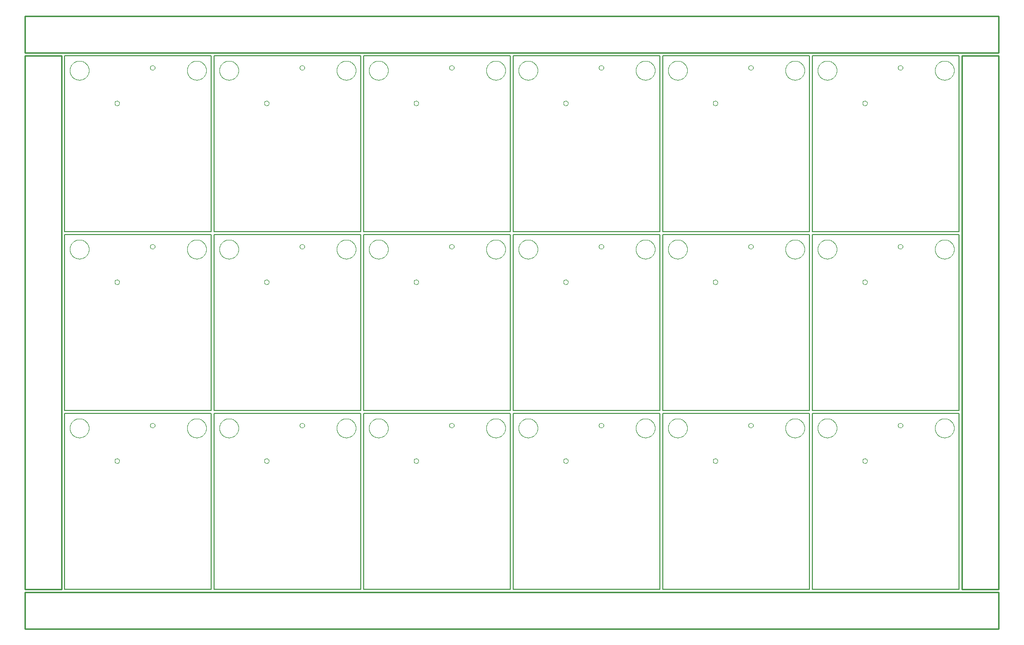
<source format=gko>
G75*
%MOIN*%
%OFA0B0*%
%FSLAX25Y25*%
%IPPOS*%
%LPD*%
%AMOC8*
5,1,8,0,0,1.08239X$1,22.5*
%
%ADD10C,0.00800*%
%ADD11C,0.01000*%
%ADD12C,0.00000*%
D10*
X0034481Y0028750D02*
X0134481Y0028750D01*
X0134481Y0148750D01*
X0034481Y0148750D01*
X0034481Y0028750D01*
X0136481Y0028750D02*
X0236481Y0028750D01*
X0236481Y0148750D01*
X0136481Y0148750D01*
X0136481Y0028750D01*
X0238481Y0028750D02*
X0338481Y0028750D01*
X0338481Y0148750D01*
X0238481Y0148750D01*
X0238481Y0028750D01*
X0340481Y0028750D02*
X0440481Y0028750D01*
X0440481Y0148750D01*
X0340481Y0148750D01*
X0340481Y0028750D01*
X0442481Y0028750D02*
X0542481Y0028750D01*
X0542481Y0148750D01*
X0442481Y0148750D01*
X0442481Y0028750D01*
X0544481Y0028750D02*
X0644481Y0028750D01*
X0644481Y0148750D01*
X0544481Y0148750D01*
X0544481Y0028750D01*
X0544481Y0150750D02*
X0644481Y0150750D01*
X0644481Y0270750D01*
X0544481Y0270750D01*
X0544481Y0150750D01*
X0542481Y0150750D02*
X0442481Y0150750D01*
X0442481Y0270750D01*
X0542481Y0270750D01*
X0542481Y0150750D01*
X0440481Y0150750D02*
X0340481Y0150750D01*
X0340481Y0270750D01*
X0440481Y0270750D01*
X0440481Y0150750D01*
X0338481Y0150750D02*
X0238481Y0150750D01*
X0238481Y0270750D01*
X0338481Y0270750D01*
X0338481Y0150750D01*
X0236481Y0150750D02*
X0136481Y0150750D01*
X0136481Y0270750D01*
X0236481Y0270750D01*
X0236481Y0150750D01*
X0134481Y0150750D02*
X0034481Y0150750D01*
X0034481Y0270750D01*
X0134481Y0270750D01*
X0134481Y0150750D01*
X0134481Y0272750D02*
X0034481Y0272750D01*
X0034481Y0392750D01*
X0134481Y0392750D01*
X0134481Y0272750D01*
X0136481Y0272750D02*
X0236481Y0272750D01*
X0236481Y0392750D01*
X0136481Y0392750D01*
X0136481Y0272750D01*
X0238481Y0272750D02*
X0338481Y0272750D01*
X0338481Y0392750D01*
X0238481Y0392750D01*
X0238481Y0272750D01*
X0340481Y0272750D02*
X0440481Y0272750D01*
X0440481Y0392750D01*
X0340481Y0392750D01*
X0340481Y0272750D01*
X0442481Y0272750D02*
X0542481Y0272750D01*
X0542481Y0392750D01*
X0442481Y0392750D01*
X0442481Y0272750D01*
X0544481Y0272750D02*
X0644481Y0272750D01*
X0644481Y0392750D01*
X0544481Y0392750D01*
X0544481Y0272750D01*
D11*
X0007481Y0026750D02*
X0007481Y0001750D01*
X0671481Y0001750D01*
X0671481Y0026750D01*
X0007481Y0026750D01*
X0007481Y0028750D02*
X0007481Y0392750D01*
X0032481Y0392750D01*
X0032481Y0028750D01*
X0007481Y0028750D01*
X0007481Y0394750D02*
X0007481Y0419750D01*
X0671481Y0419750D01*
X0671481Y0394750D01*
X0007481Y0394750D01*
X0646481Y0392750D02*
X0646481Y0028750D01*
X0671481Y0028750D01*
X0671481Y0392750D01*
X0646481Y0392750D01*
D12*
X0627981Y0382750D02*
X0627983Y0382911D01*
X0627989Y0383071D01*
X0627999Y0383232D01*
X0628013Y0383392D01*
X0628031Y0383552D01*
X0628052Y0383711D01*
X0628078Y0383870D01*
X0628108Y0384028D01*
X0628141Y0384185D01*
X0628179Y0384342D01*
X0628220Y0384497D01*
X0628265Y0384651D01*
X0628314Y0384804D01*
X0628367Y0384956D01*
X0628423Y0385107D01*
X0628484Y0385256D01*
X0628547Y0385404D01*
X0628615Y0385550D01*
X0628686Y0385694D01*
X0628760Y0385836D01*
X0628838Y0385977D01*
X0628920Y0386115D01*
X0629005Y0386252D01*
X0629093Y0386386D01*
X0629185Y0386518D01*
X0629280Y0386648D01*
X0629378Y0386776D01*
X0629479Y0386901D01*
X0629583Y0387023D01*
X0629690Y0387143D01*
X0629800Y0387260D01*
X0629913Y0387375D01*
X0630029Y0387486D01*
X0630148Y0387595D01*
X0630269Y0387700D01*
X0630393Y0387803D01*
X0630519Y0387903D01*
X0630647Y0387999D01*
X0630778Y0388092D01*
X0630912Y0388182D01*
X0631047Y0388269D01*
X0631185Y0388352D01*
X0631324Y0388432D01*
X0631466Y0388508D01*
X0631609Y0388581D01*
X0631754Y0388650D01*
X0631901Y0388716D01*
X0632049Y0388778D01*
X0632199Y0388836D01*
X0632350Y0388891D01*
X0632503Y0388942D01*
X0632657Y0388989D01*
X0632812Y0389032D01*
X0632968Y0389071D01*
X0633124Y0389107D01*
X0633282Y0389138D01*
X0633440Y0389166D01*
X0633599Y0389190D01*
X0633759Y0389210D01*
X0633919Y0389226D01*
X0634079Y0389238D01*
X0634240Y0389246D01*
X0634401Y0389250D01*
X0634561Y0389250D01*
X0634722Y0389246D01*
X0634883Y0389238D01*
X0635043Y0389226D01*
X0635203Y0389210D01*
X0635363Y0389190D01*
X0635522Y0389166D01*
X0635680Y0389138D01*
X0635838Y0389107D01*
X0635994Y0389071D01*
X0636150Y0389032D01*
X0636305Y0388989D01*
X0636459Y0388942D01*
X0636612Y0388891D01*
X0636763Y0388836D01*
X0636913Y0388778D01*
X0637061Y0388716D01*
X0637208Y0388650D01*
X0637353Y0388581D01*
X0637496Y0388508D01*
X0637638Y0388432D01*
X0637777Y0388352D01*
X0637915Y0388269D01*
X0638050Y0388182D01*
X0638184Y0388092D01*
X0638315Y0387999D01*
X0638443Y0387903D01*
X0638569Y0387803D01*
X0638693Y0387700D01*
X0638814Y0387595D01*
X0638933Y0387486D01*
X0639049Y0387375D01*
X0639162Y0387260D01*
X0639272Y0387143D01*
X0639379Y0387023D01*
X0639483Y0386901D01*
X0639584Y0386776D01*
X0639682Y0386648D01*
X0639777Y0386518D01*
X0639869Y0386386D01*
X0639957Y0386252D01*
X0640042Y0386115D01*
X0640124Y0385977D01*
X0640202Y0385836D01*
X0640276Y0385694D01*
X0640347Y0385550D01*
X0640415Y0385404D01*
X0640478Y0385256D01*
X0640539Y0385107D01*
X0640595Y0384956D01*
X0640648Y0384804D01*
X0640697Y0384651D01*
X0640742Y0384497D01*
X0640783Y0384342D01*
X0640821Y0384185D01*
X0640854Y0384028D01*
X0640884Y0383870D01*
X0640910Y0383711D01*
X0640931Y0383552D01*
X0640949Y0383392D01*
X0640963Y0383232D01*
X0640973Y0383071D01*
X0640979Y0382911D01*
X0640981Y0382750D01*
X0640979Y0382589D01*
X0640973Y0382429D01*
X0640963Y0382268D01*
X0640949Y0382108D01*
X0640931Y0381948D01*
X0640910Y0381789D01*
X0640884Y0381630D01*
X0640854Y0381472D01*
X0640821Y0381315D01*
X0640783Y0381158D01*
X0640742Y0381003D01*
X0640697Y0380849D01*
X0640648Y0380696D01*
X0640595Y0380544D01*
X0640539Y0380393D01*
X0640478Y0380244D01*
X0640415Y0380096D01*
X0640347Y0379950D01*
X0640276Y0379806D01*
X0640202Y0379664D01*
X0640124Y0379523D01*
X0640042Y0379385D01*
X0639957Y0379248D01*
X0639869Y0379114D01*
X0639777Y0378982D01*
X0639682Y0378852D01*
X0639584Y0378724D01*
X0639483Y0378599D01*
X0639379Y0378477D01*
X0639272Y0378357D01*
X0639162Y0378240D01*
X0639049Y0378125D01*
X0638933Y0378014D01*
X0638814Y0377905D01*
X0638693Y0377800D01*
X0638569Y0377697D01*
X0638443Y0377597D01*
X0638315Y0377501D01*
X0638184Y0377408D01*
X0638050Y0377318D01*
X0637915Y0377231D01*
X0637777Y0377148D01*
X0637638Y0377068D01*
X0637496Y0376992D01*
X0637353Y0376919D01*
X0637208Y0376850D01*
X0637061Y0376784D01*
X0636913Y0376722D01*
X0636763Y0376664D01*
X0636612Y0376609D01*
X0636459Y0376558D01*
X0636305Y0376511D01*
X0636150Y0376468D01*
X0635994Y0376429D01*
X0635838Y0376393D01*
X0635680Y0376362D01*
X0635522Y0376334D01*
X0635363Y0376310D01*
X0635203Y0376290D01*
X0635043Y0376274D01*
X0634883Y0376262D01*
X0634722Y0376254D01*
X0634561Y0376250D01*
X0634401Y0376250D01*
X0634240Y0376254D01*
X0634079Y0376262D01*
X0633919Y0376274D01*
X0633759Y0376290D01*
X0633599Y0376310D01*
X0633440Y0376334D01*
X0633282Y0376362D01*
X0633124Y0376393D01*
X0632968Y0376429D01*
X0632812Y0376468D01*
X0632657Y0376511D01*
X0632503Y0376558D01*
X0632350Y0376609D01*
X0632199Y0376664D01*
X0632049Y0376722D01*
X0631901Y0376784D01*
X0631754Y0376850D01*
X0631609Y0376919D01*
X0631466Y0376992D01*
X0631324Y0377068D01*
X0631185Y0377148D01*
X0631047Y0377231D01*
X0630912Y0377318D01*
X0630778Y0377408D01*
X0630647Y0377501D01*
X0630519Y0377597D01*
X0630393Y0377697D01*
X0630269Y0377800D01*
X0630148Y0377905D01*
X0630029Y0378014D01*
X0629913Y0378125D01*
X0629800Y0378240D01*
X0629690Y0378357D01*
X0629583Y0378477D01*
X0629479Y0378599D01*
X0629378Y0378724D01*
X0629280Y0378852D01*
X0629185Y0378982D01*
X0629093Y0379114D01*
X0629005Y0379248D01*
X0628920Y0379385D01*
X0628838Y0379523D01*
X0628760Y0379664D01*
X0628686Y0379806D01*
X0628615Y0379950D01*
X0628547Y0380096D01*
X0628484Y0380244D01*
X0628423Y0380393D01*
X0628367Y0380544D01*
X0628314Y0380696D01*
X0628265Y0380849D01*
X0628220Y0381003D01*
X0628179Y0381158D01*
X0628141Y0381315D01*
X0628108Y0381472D01*
X0628078Y0381630D01*
X0628052Y0381789D01*
X0628031Y0381948D01*
X0628013Y0382108D01*
X0627999Y0382268D01*
X0627989Y0382429D01*
X0627983Y0382589D01*
X0627981Y0382750D01*
X0602765Y0384604D02*
X0602767Y0384683D01*
X0602773Y0384762D01*
X0602783Y0384841D01*
X0602797Y0384919D01*
X0602814Y0384996D01*
X0602836Y0385072D01*
X0602861Y0385147D01*
X0602891Y0385220D01*
X0602923Y0385292D01*
X0602960Y0385363D01*
X0603000Y0385431D01*
X0603043Y0385497D01*
X0603089Y0385561D01*
X0603139Y0385623D01*
X0603192Y0385682D01*
X0603247Y0385738D01*
X0603306Y0385792D01*
X0603367Y0385842D01*
X0603430Y0385890D01*
X0603496Y0385934D01*
X0603564Y0385975D01*
X0603634Y0386012D01*
X0603705Y0386046D01*
X0603779Y0386076D01*
X0603853Y0386102D01*
X0603929Y0386124D01*
X0604006Y0386143D01*
X0604084Y0386158D01*
X0604162Y0386169D01*
X0604241Y0386176D01*
X0604320Y0386179D01*
X0604399Y0386178D01*
X0604478Y0386173D01*
X0604557Y0386164D01*
X0604635Y0386151D01*
X0604712Y0386134D01*
X0604789Y0386114D01*
X0604864Y0386089D01*
X0604938Y0386061D01*
X0605011Y0386029D01*
X0605081Y0385994D01*
X0605150Y0385955D01*
X0605217Y0385912D01*
X0605282Y0385866D01*
X0605344Y0385818D01*
X0605404Y0385766D01*
X0605461Y0385711D01*
X0605515Y0385653D01*
X0605566Y0385593D01*
X0605614Y0385530D01*
X0605659Y0385465D01*
X0605701Y0385397D01*
X0605739Y0385328D01*
X0605773Y0385257D01*
X0605804Y0385184D01*
X0605832Y0385109D01*
X0605855Y0385034D01*
X0605875Y0384957D01*
X0605891Y0384880D01*
X0605903Y0384801D01*
X0605911Y0384723D01*
X0605915Y0384644D01*
X0605915Y0384564D01*
X0605911Y0384485D01*
X0605903Y0384407D01*
X0605891Y0384328D01*
X0605875Y0384251D01*
X0605855Y0384174D01*
X0605832Y0384099D01*
X0605804Y0384024D01*
X0605773Y0383951D01*
X0605739Y0383880D01*
X0605701Y0383811D01*
X0605659Y0383743D01*
X0605614Y0383678D01*
X0605566Y0383615D01*
X0605515Y0383555D01*
X0605461Y0383497D01*
X0605404Y0383442D01*
X0605344Y0383390D01*
X0605282Y0383342D01*
X0605217Y0383296D01*
X0605150Y0383253D01*
X0605081Y0383214D01*
X0605011Y0383179D01*
X0604938Y0383147D01*
X0604864Y0383119D01*
X0604789Y0383094D01*
X0604712Y0383074D01*
X0604635Y0383057D01*
X0604557Y0383044D01*
X0604478Y0383035D01*
X0604399Y0383030D01*
X0604320Y0383029D01*
X0604241Y0383032D01*
X0604162Y0383039D01*
X0604084Y0383050D01*
X0604006Y0383065D01*
X0603929Y0383084D01*
X0603853Y0383106D01*
X0603779Y0383132D01*
X0603705Y0383162D01*
X0603634Y0383196D01*
X0603564Y0383233D01*
X0603496Y0383274D01*
X0603430Y0383318D01*
X0603367Y0383366D01*
X0603306Y0383416D01*
X0603247Y0383470D01*
X0603192Y0383526D01*
X0603139Y0383585D01*
X0603089Y0383647D01*
X0603043Y0383711D01*
X0603000Y0383777D01*
X0602960Y0383845D01*
X0602923Y0383916D01*
X0602891Y0383988D01*
X0602861Y0384061D01*
X0602836Y0384136D01*
X0602814Y0384212D01*
X0602797Y0384289D01*
X0602783Y0384367D01*
X0602773Y0384446D01*
X0602767Y0384525D01*
X0602765Y0384604D01*
X0578552Y0360392D02*
X0578554Y0360471D01*
X0578560Y0360550D01*
X0578570Y0360629D01*
X0578584Y0360707D01*
X0578601Y0360784D01*
X0578623Y0360860D01*
X0578648Y0360935D01*
X0578678Y0361008D01*
X0578710Y0361080D01*
X0578747Y0361151D01*
X0578787Y0361219D01*
X0578830Y0361285D01*
X0578876Y0361349D01*
X0578926Y0361411D01*
X0578979Y0361470D01*
X0579034Y0361526D01*
X0579093Y0361580D01*
X0579154Y0361630D01*
X0579217Y0361678D01*
X0579283Y0361722D01*
X0579351Y0361763D01*
X0579421Y0361800D01*
X0579492Y0361834D01*
X0579566Y0361864D01*
X0579640Y0361890D01*
X0579716Y0361912D01*
X0579793Y0361931D01*
X0579871Y0361946D01*
X0579949Y0361957D01*
X0580028Y0361964D01*
X0580107Y0361967D01*
X0580186Y0361966D01*
X0580265Y0361961D01*
X0580344Y0361952D01*
X0580422Y0361939D01*
X0580499Y0361922D01*
X0580576Y0361902D01*
X0580651Y0361877D01*
X0580725Y0361849D01*
X0580798Y0361817D01*
X0580868Y0361782D01*
X0580937Y0361743D01*
X0581004Y0361700D01*
X0581069Y0361654D01*
X0581131Y0361606D01*
X0581191Y0361554D01*
X0581248Y0361499D01*
X0581302Y0361441D01*
X0581353Y0361381D01*
X0581401Y0361318D01*
X0581446Y0361253D01*
X0581488Y0361185D01*
X0581526Y0361116D01*
X0581560Y0361045D01*
X0581591Y0360972D01*
X0581619Y0360897D01*
X0581642Y0360822D01*
X0581662Y0360745D01*
X0581678Y0360668D01*
X0581690Y0360589D01*
X0581698Y0360511D01*
X0581702Y0360432D01*
X0581702Y0360352D01*
X0581698Y0360273D01*
X0581690Y0360195D01*
X0581678Y0360116D01*
X0581662Y0360039D01*
X0581642Y0359962D01*
X0581619Y0359887D01*
X0581591Y0359812D01*
X0581560Y0359739D01*
X0581526Y0359668D01*
X0581488Y0359599D01*
X0581446Y0359531D01*
X0581401Y0359466D01*
X0581353Y0359403D01*
X0581302Y0359343D01*
X0581248Y0359285D01*
X0581191Y0359230D01*
X0581131Y0359178D01*
X0581069Y0359130D01*
X0581004Y0359084D01*
X0580937Y0359041D01*
X0580868Y0359002D01*
X0580798Y0358967D01*
X0580725Y0358935D01*
X0580651Y0358907D01*
X0580576Y0358882D01*
X0580499Y0358862D01*
X0580422Y0358845D01*
X0580344Y0358832D01*
X0580265Y0358823D01*
X0580186Y0358818D01*
X0580107Y0358817D01*
X0580028Y0358820D01*
X0579949Y0358827D01*
X0579871Y0358838D01*
X0579793Y0358853D01*
X0579716Y0358872D01*
X0579640Y0358894D01*
X0579566Y0358920D01*
X0579492Y0358950D01*
X0579421Y0358984D01*
X0579351Y0359021D01*
X0579283Y0359062D01*
X0579217Y0359106D01*
X0579154Y0359154D01*
X0579093Y0359204D01*
X0579034Y0359258D01*
X0578979Y0359314D01*
X0578926Y0359373D01*
X0578876Y0359435D01*
X0578830Y0359499D01*
X0578787Y0359565D01*
X0578747Y0359633D01*
X0578710Y0359704D01*
X0578678Y0359776D01*
X0578648Y0359849D01*
X0578623Y0359924D01*
X0578601Y0360000D01*
X0578584Y0360077D01*
X0578570Y0360155D01*
X0578560Y0360234D01*
X0578554Y0360313D01*
X0578552Y0360392D01*
X0547981Y0382750D02*
X0547983Y0382911D01*
X0547989Y0383071D01*
X0547999Y0383232D01*
X0548013Y0383392D01*
X0548031Y0383552D01*
X0548052Y0383711D01*
X0548078Y0383870D01*
X0548108Y0384028D01*
X0548141Y0384185D01*
X0548179Y0384342D01*
X0548220Y0384497D01*
X0548265Y0384651D01*
X0548314Y0384804D01*
X0548367Y0384956D01*
X0548423Y0385107D01*
X0548484Y0385256D01*
X0548547Y0385404D01*
X0548615Y0385550D01*
X0548686Y0385694D01*
X0548760Y0385836D01*
X0548838Y0385977D01*
X0548920Y0386115D01*
X0549005Y0386252D01*
X0549093Y0386386D01*
X0549185Y0386518D01*
X0549280Y0386648D01*
X0549378Y0386776D01*
X0549479Y0386901D01*
X0549583Y0387023D01*
X0549690Y0387143D01*
X0549800Y0387260D01*
X0549913Y0387375D01*
X0550029Y0387486D01*
X0550148Y0387595D01*
X0550269Y0387700D01*
X0550393Y0387803D01*
X0550519Y0387903D01*
X0550647Y0387999D01*
X0550778Y0388092D01*
X0550912Y0388182D01*
X0551047Y0388269D01*
X0551185Y0388352D01*
X0551324Y0388432D01*
X0551466Y0388508D01*
X0551609Y0388581D01*
X0551754Y0388650D01*
X0551901Y0388716D01*
X0552049Y0388778D01*
X0552199Y0388836D01*
X0552350Y0388891D01*
X0552503Y0388942D01*
X0552657Y0388989D01*
X0552812Y0389032D01*
X0552968Y0389071D01*
X0553124Y0389107D01*
X0553282Y0389138D01*
X0553440Y0389166D01*
X0553599Y0389190D01*
X0553759Y0389210D01*
X0553919Y0389226D01*
X0554079Y0389238D01*
X0554240Y0389246D01*
X0554401Y0389250D01*
X0554561Y0389250D01*
X0554722Y0389246D01*
X0554883Y0389238D01*
X0555043Y0389226D01*
X0555203Y0389210D01*
X0555363Y0389190D01*
X0555522Y0389166D01*
X0555680Y0389138D01*
X0555838Y0389107D01*
X0555994Y0389071D01*
X0556150Y0389032D01*
X0556305Y0388989D01*
X0556459Y0388942D01*
X0556612Y0388891D01*
X0556763Y0388836D01*
X0556913Y0388778D01*
X0557061Y0388716D01*
X0557208Y0388650D01*
X0557353Y0388581D01*
X0557496Y0388508D01*
X0557638Y0388432D01*
X0557777Y0388352D01*
X0557915Y0388269D01*
X0558050Y0388182D01*
X0558184Y0388092D01*
X0558315Y0387999D01*
X0558443Y0387903D01*
X0558569Y0387803D01*
X0558693Y0387700D01*
X0558814Y0387595D01*
X0558933Y0387486D01*
X0559049Y0387375D01*
X0559162Y0387260D01*
X0559272Y0387143D01*
X0559379Y0387023D01*
X0559483Y0386901D01*
X0559584Y0386776D01*
X0559682Y0386648D01*
X0559777Y0386518D01*
X0559869Y0386386D01*
X0559957Y0386252D01*
X0560042Y0386115D01*
X0560124Y0385977D01*
X0560202Y0385836D01*
X0560276Y0385694D01*
X0560347Y0385550D01*
X0560415Y0385404D01*
X0560478Y0385256D01*
X0560539Y0385107D01*
X0560595Y0384956D01*
X0560648Y0384804D01*
X0560697Y0384651D01*
X0560742Y0384497D01*
X0560783Y0384342D01*
X0560821Y0384185D01*
X0560854Y0384028D01*
X0560884Y0383870D01*
X0560910Y0383711D01*
X0560931Y0383552D01*
X0560949Y0383392D01*
X0560963Y0383232D01*
X0560973Y0383071D01*
X0560979Y0382911D01*
X0560981Y0382750D01*
X0560979Y0382589D01*
X0560973Y0382429D01*
X0560963Y0382268D01*
X0560949Y0382108D01*
X0560931Y0381948D01*
X0560910Y0381789D01*
X0560884Y0381630D01*
X0560854Y0381472D01*
X0560821Y0381315D01*
X0560783Y0381158D01*
X0560742Y0381003D01*
X0560697Y0380849D01*
X0560648Y0380696D01*
X0560595Y0380544D01*
X0560539Y0380393D01*
X0560478Y0380244D01*
X0560415Y0380096D01*
X0560347Y0379950D01*
X0560276Y0379806D01*
X0560202Y0379664D01*
X0560124Y0379523D01*
X0560042Y0379385D01*
X0559957Y0379248D01*
X0559869Y0379114D01*
X0559777Y0378982D01*
X0559682Y0378852D01*
X0559584Y0378724D01*
X0559483Y0378599D01*
X0559379Y0378477D01*
X0559272Y0378357D01*
X0559162Y0378240D01*
X0559049Y0378125D01*
X0558933Y0378014D01*
X0558814Y0377905D01*
X0558693Y0377800D01*
X0558569Y0377697D01*
X0558443Y0377597D01*
X0558315Y0377501D01*
X0558184Y0377408D01*
X0558050Y0377318D01*
X0557915Y0377231D01*
X0557777Y0377148D01*
X0557638Y0377068D01*
X0557496Y0376992D01*
X0557353Y0376919D01*
X0557208Y0376850D01*
X0557061Y0376784D01*
X0556913Y0376722D01*
X0556763Y0376664D01*
X0556612Y0376609D01*
X0556459Y0376558D01*
X0556305Y0376511D01*
X0556150Y0376468D01*
X0555994Y0376429D01*
X0555838Y0376393D01*
X0555680Y0376362D01*
X0555522Y0376334D01*
X0555363Y0376310D01*
X0555203Y0376290D01*
X0555043Y0376274D01*
X0554883Y0376262D01*
X0554722Y0376254D01*
X0554561Y0376250D01*
X0554401Y0376250D01*
X0554240Y0376254D01*
X0554079Y0376262D01*
X0553919Y0376274D01*
X0553759Y0376290D01*
X0553599Y0376310D01*
X0553440Y0376334D01*
X0553282Y0376362D01*
X0553124Y0376393D01*
X0552968Y0376429D01*
X0552812Y0376468D01*
X0552657Y0376511D01*
X0552503Y0376558D01*
X0552350Y0376609D01*
X0552199Y0376664D01*
X0552049Y0376722D01*
X0551901Y0376784D01*
X0551754Y0376850D01*
X0551609Y0376919D01*
X0551466Y0376992D01*
X0551324Y0377068D01*
X0551185Y0377148D01*
X0551047Y0377231D01*
X0550912Y0377318D01*
X0550778Y0377408D01*
X0550647Y0377501D01*
X0550519Y0377597D01*
X0550393Y0377697D01*
X0550269Y0377800D01*
X0550148Y0377905D01*
X0550029Y0378014D01*
X0549913Y0378125D01*
X0549800Y0378240D01*
X0549690Y0378357D01*
X0549583Y0378477D01*
X0549479Y0378599D01*
X0549378Y0378724D01*
X0549280Y0378852D01*
X0549185Y0378982D01*
X0549093Y0379114D01*
X0549005Y0379248D01*
X0548920Y0379385D01*
X0548838Y0379523D01*
X0548760Y0379664D01*
X0548686Y0379806D01*
X0548615Y0379950D01*
X0548547Y0380096D01*
X0548484Y0380244D01*
X0548423Y0380393D01*
X0548367Y0380544D01*
X0548314Y0380696D01*
X0548265Y0380849D01*
X0548220Y0381003D01*
X0548179Y0381158D01*
X0548141Y0381315D01*
X0548108Y0381472D01*
X0548078Y0381630D01*
X0548052Y0381789D01*
X0548031Y0381948D01*
X0548013Y0382108D01*
X0547999Y0382268D01*
X0547989Y0382429D01*
X0547983Y0382589D01*
X0547981Y0382750D01*
X0525981Y0382750D02*
X0525983Y0382911D01*
X0525989Y0383071D01*
X0525999Y0383232D01*
X0526013Y0383392D01*
X0526031Y0383552D01*
X0526052Y0383711D01*
X0526078Y0383870D01*
X0526108Y0384028D01*
X0526141Y0384185D01*
X0526179Y0384342D01*
X0526220Y0384497D01*
X0526265Y0384651D01*
X0526314Y0384804D01*
X0526367Y0384956D01*
X0526423Y0385107D01*
X0526484Y0385256D01*
X0526547Y0385404D01*
X0526615Y0385550D01*
X0526686Y0385694D01*
X0526760Y0385836D01*
X0526838Y0385977D01*
X0526920Y0386115D01*
X0527005Y0386252D01*
X0527093Y0386386D01*
X0527185Y0386518D01*
X0527280Y0386648D01*
X0527378Y0386776D01*
X0527479Y0386901D01*
X0527583Y0387023D01*
X0527690Y0387143D01*
X0527800Y0387260D01*
X0527913Y0387375D01*
X0528029Y0387486D01*
X0528148Y0387595D01*
X0528269Y0387700D01*
X0528393Y0387803D01*
X0528519Y0387903D01*
X0528647Y0387999D01*
X0528778Y0388092D01*
X0528912Y0388182D01*
X0529047Y0388269D01*
X0529185Y0388352D01*
X0529324Y0388432D01*
X0529466Y0388508D01*
X0529609Y0388581D01*
X0529754Y0388650D01*
X0529901Y0388716D01*
X0530049Y0388778D01*
X0530199Y0388836D01*
X0530350Y0388891D01*
X0530503Y0388942D01*
X0530657Y0388989D01*
X0530812Y0389032D01*
X0530968Y0389071D01*
X0531124Y0389107D01*
X0531282Y0389138D01*
X0531440Y0389166D01*
X0531599Y0389190D01*
X0531759Y0389210D01*
X0531919Y0389226D01*
X0532079Y0389238D01*
X0532240Y0389246D01*
X0532401Y0389250D01*
X0532561Y0389250D01*
X0532722Y0389246D01*
X0532883Y0389238D01*
X0533043Y0389226D01*
X0533203Y0389210D01*
X0533363Y0389190D01*
X0533522Y0389166D01*
X0533680Y0389138D01*
X0533838Y0389107D01*
X0533994Y0389071D01*
X0534150Y0389032D01*
X0534305Y0388989D01*
X0534459Y0388942D01*
X0534612Y0388891D01*
X0534763Y0388836D01*
X0534913Y0388778D01*
X0535061Y0388716D01*
X0535208Y0388650D01*
X0535353Y0388581D01*
X0535496Y0388508D01*
X0535638Y0388432D01*
X0535777Y0388352D01*
X0535915Y0388269D01*
X0536050Y0388182D01*
X0536184Y0388092D01*
X0536315Y0387999D01*
X0536443Y0387903D01*
X0536569Y0387803D01*
X0536693Y0387700D01*
X0536814Y0387595D01*
X0536933Y0387486D01*
X0537049Y0387375D01*
X0537162Y0387260D01*
X0537272Y0387143D01*
X0537379Y0387023D01*
X0537483Y0386901D01*
X0537584Y0386776D01*
X0537682Y0386648D01*
X0537777Y0386518D01*
X0537869Y0386386D01*
X0537957Y0386252D01*
X0538042Y0386115D01*
X0538124Y0385977D01*
X0538202Y0385836D01*
X0538276Y0385694D01*
X0538347Y0385550D01*
X0538415Y0385404D01*
X0538478Y0385256D01*
X0538539Y0385107D01*
X0538595Y0384956D01*
X0538648Y0384804D01*
X0538697Y0384651D01*
X0538742Y0384497D01*
X0538783Y0384342D01*
X0538821Y0384185D01*
X0538854Y0384028D01*
X0538884Y0383870D01*
X0538910Y0383711D01*
X0538931Y0383552D01*
X0538949Y0383392D01*
X0538963Y0383232D01*
X0538973Y0383071D01*
X0538979Y0382911D01*
X0538981Y0382750D01*
X0538979Y0382589D01*
X0538973Y0382429D01*
X0538963Y0382268D01*
X0538949Y0382108D01*
X0538931Y0381948D01*
X0538910Y0381789D01*
X0538884Y0381630D01*
X0538854Y0381472D01*
X0538821Y0381315D01*
X0538783Y0381158D01*
X0538742Y0381003D01*
X0538697Y0380849D01*
X0538648Y0380696D01*
X0538595Y0380544D01*
X0538539Y0380393D01*
X0538478Y0380244D01*
X0538415Y0380096D01*
X0538347Y0379950D01*
X0538276Y0379806D01*
X0538202Y0379664D01*
X0538124Y0379523D01*
X0538042Y0379385D01*
X0537957Y0379248D01*
X0537869Y0379114D01*
X0537777Y0378982D01*
X0537682Y0378852D01*
X0537584Y0378724D01*
X0537483Y0378599D01*
X0537379Y0378477D01*
X0537272Y0378357D01*
X0537162Y0378240D01*
X0537049Y0378125D01*
X0536933Y0378014D01*
X0536814Y0377905D01*
X0536693Y0377800D01*
X0536569Y0377697D01*
X0536443Y0377597D01*
X0536315Y0377501D01*
X0536184Y0377408D01*
X0536050Y0377318D01*
X0535915Y0377231D01*
X0535777Y0377148D01*
X0535638Y0377068D01*
X0535496Y0376992D01*
X0535353Y0376919D01*
X0535208Y0376850D01*
X0535061Y0376784D01*
X0534913Y0376722D01*
X0534763Y0376664D01*
X0534612Y0376609D01*
X0534459Y0376558D01*
X0534305Y0376511D01*
X0534150Y0376468D01*
X0533994Y0376429D01*
X0533838Y0376393D01*
X0533680Y0376362D01*
X0533522Y0376334D01*
X0533363Y0376310D01*
X0533203Y0376290D01*
X0533043Y0376274D01*
X0532883Y0376262D01*
X0532722Y0376254D01*
X0532561Y0376250D01*
X0532401Y0376250D01*
X0532240Y0376254D01*
X0532079Y0376262D01*
X0531919Y0376274D01*
X0531759Y0376290D01*
X0531599Y0376310D01*
X0531440Y0376334D01*
X0531282Y0376362D01*
X0531124Y0376393D01*
X0530968Y0376429D01*
X0530812Y0376468D01*
X0530657Y0376511D01*
X0530503Y0376558D01*
X0530350Y0376609D01*
X0530199Y0376664D01*
X0530049Y0376722D01*
X0529901Y0376784D01*
X0529754Y0376850D01*
X0529609Y0376919D01*
X0529466Y0376992D01*
X0529324Y0377068D01*
X0529185Y0377148D01*
X0529047Y0377231D01*
X0528912Y0377318D01*
X0528778Y0377408D01*
X0528647Y0377501D01*
X0528519Y0377597D01*
X0528393Y0377697D01*
X0528269Y0377800D01*
X0528148Y0377905D01*
X0528029Y0378014D01*
X0527913Y0378125D01*
X0527800Y0378240D01*
X0527690Y0378357D01*
X0527583Y0378477D01*
X0527479Y0378599D01*
X0527378Y0378724D01*
X0527280Y0378852D01*
X0527185Y0378982D01*
X0527093Y0379114D01*
X0527005Y0379248D01*
X0526920Y0379385D01*
X0526838Y0379523D01*
X0526760Y0379664D01*
X0526686Y0379806D01*
X0526615Y0379950D01*
X0526547Y0380096D01*
X0526484Y0380244D01*
X0526423Y0380393D01*
X0526367Y0380544D01*
X0526314Y0380696D01*
X0526265Y0380849D01*
X0526220Y0381003D01*
X0526179Y0381158D01*
X0526141Y0381315D01*
X0526108Y0381472D01*
X0526078Y0381630D01*
X0526052Y0381789D01*
X0526031Y0381948D01*
X0526013Y0382108D01*
X0525999Y0382268D01*
X0525989Y0382429D01*
X0525983Y0382589D01*
X0525981Y0382750D01*
X0500765Y0384604D02*
X0500767Y0384683D01*
X0500773Y0384762D01*
X0500783Y0384841D01*
X0500797Y0384919D01*
X0500814Y0384996D01*
X0500836Y0385072D01*
X0500861Y0385147D01*
X0500891Y0385220D01*
X0500923Y0385292D01*
X0500960Y0385363D01*
X0501000Y0385431D01*
X0501043Y0385497D01*
X0501089Y0385561D01*
X0501139Y0385623D01*
X0501192Y0385682D01*
X0501247Y0385738D01*
X0501306Y0385792D01*
X0501367Y0385842D01*
X0501430Y0385890D01*
X0501496Y0385934D01*
X0501564Y0385975D01*
X0501634Y0386012D01*
X0501705Y0386046D01*
X0501779Y0386076D01*
X0501853Y0386102D01*
X0501929Y0386124D01*
X0502006Y0386143D01*
X0502084Y0386158D01*
X0502162Y0386169D01*
X0502241Y0386176D01*
X0502320Y0386179D01*
X0502399Y0386178D01*
X0502478Y0386173D01*
X0502557Y0386164D01*
X0502635Y0386151D01*
X0502712Y0386134D01*
X0502789Y0386114D01*
X0502864Y0386089D01*
X0502938Y0386061D01*
X0503011Y0386029D01*
X0503081Y0385994D01*
X0503150Y0385955D01*
X0503217Y0385912D01*
X0503282Y0385866D01*
X0503344Y0385818D01*
X0503404Y0385766D01*
X0503461Y0385711D01*
X0503515Y0385653D01*
X0503566Y0385593D01*
X0503614Y0385530D01*
X0503659Y0385465D01*
X0503701Y0385397D01*
X0503739Y0385328D01*
X0503773Y0385257D01*
X0503804Y0385184D01*
X0503832Y0385109D01*
X0503855Y0385034D01*
X0503875Y0384957D01*
X0503891Y0384880D01*
X0503903Y0384801D01*
X0503911Y0384723D01*
X0503915Y0384644D01*
X0503915Y0384564D01*
X0503911Y0384485D01*
X0503903Y0384407D01*
X0503891Y0384328D01*
X0503875Y0384251D01*
X0503855Y0384174D01*
X0503832Y0384099D01*
X0503804Y0384024D01*
X0503773Y0383951D01*
X0503739Y0383880D01*
X0503701Y0383811D01*
X0503659Y0383743D01*
X0503614Y0383678D01*
X0503566Y0383615D01*
X0503515Y0383555D01*
X0503461Y0383497D01*
X0503404Y0383442D01*
X0503344Y0383390D01*
X0503282Y0383342D01*
X0503217Y0383296D01*
X0503150Y0383253D01*
X0503081Y0383214D01*
X0503011Y0383179D01*
X0502938Y0383147D01*
X0502864Y0383119D01*
X0502789Y0383094D01*
X0502712Y0383074D01*
X0502635Y0383057D01*
X0502557Y0383044D01*
X0502478Y0383035D01*
X0502399Y0383030D01*
X0502320Y0383029D01*
X0502241Y0383032D01*
X0502162Y0383039D01*
X0502084Y0383050D01*
X0502006Y0383065D01*
X0501929Y0383084D01*
X0501853Y0383106D01*
X0501779Y0383132D01*
X0501705Y0383162D01*
X0501634Y0383196D01*
X0501564Y0383233D01*
X0501496Y0383274D01*
X0501430Y0383318D01*
X0501367Y0383366D01*
X0501306Y0383416D01*
X0501247Y0383470D01*
X0501192Y0383526D01*
X0501139Y0383585D01*
X0501089Y0383647D01*
X0501043Y0383711D01*
X0501000Y0383777D01*
X0500960Y0383845D01*
X0500923Y0383916D01*
X0500891Y0383988D01*
X0500861Y0384061D01*
X0500836Y0384136D01*
X0500814Y0384212D01*
X0500797Y0384289D01*
X0500783Y0384367D01*
X0500773Y0384446D01*
X0500767Y0384525D01*
X0500765Y0384604D01*
X0476552Y0360392D02*
X0476554Y0360471D01*
X0476560Y0360550D01*
X0476570Y0360629D01*
X0476584Y0360707D01*
X0476601Y0360784D01*
X0476623Y0360860D01*
X0476648Y0360935D01*
X0476678Y0361008D01*
X0476710Y0361080D01*
X0476747Y0361151D01*
X0476787Y0361219D01*
X0476830Y0361285D01*
X0476876Y0361349D01*
X0476926Y0361411D01*
X0476979Y0361470D01*
X0477034Y0361526D01*
X0477093Y0361580D01*
X0477154Y0361630D01*
X0477217Y0361678D01*
X0477283Y0361722D01*
X0477351Y0361763D01*
X0477421Y0361800D01*
X0477492Y0361834D01*
X0477566Y0361864D01*
X0477640Y0361890D01*
X0477716Y0361912D01*
X0477793Y0361931D01*
X0477871Y0361946D01*
X0477949Y0361957D01*
X0478028Y0361964D01*
X0478107Y0361967D01*
X0478186Y0361966D01*
X0478265Y0361961D01*
X0478344Y0361952D01*
X0478422Y0361939D01*
X0478499Y0361922D01*
X0478576Y0361902D01*
X0478651Y0361877D01*
X0478725Y0361849D01*
X0478798Y0361817D01*
X0478868Y0361782D01*
X0478937Y0361743D01*
X0479004Y0361700D01*
X0479069Y0361654D01*
X0479131Y0361606D01*
X0479191Y0361554D01*
X0479248Y0361499D01*
X0479302Y0361441D01*
X0479353Y0361381D01*
X0479401Y0361318D01*
X0479446Y0361253D01*
X0479488Y0361185D01*
X0479526Y0361116D01*
X0479560Y0361045D01*
X0479591Y0360972D01*
X0479619Y0360897D01*
X0479642Y0360822D01*
X0479662Y0360745D01*
X0479678Y0360668D01*
X0479690Y0360589D01*
X0479698Y0360511D01*
X0479702Y0360432D01*
X0479702Y0360352D01*
X0479698Y0360273D01*
X0479690Y0360195D01*
X0479678Y0360116D01*
X0479662Y0360039D01*
X0479642Y0359962D01*
X0479619Y0359887D01*
X0479591Y0359812D01*
X0479560Y0359739D01*
X0479526Y0359668D01*
X0479488Y0359599D01*
X0479446Y0359531D01*
X0479401Y0359466D01*
X0479353Y0359403D01*
X0479302Y0359343D01*
X0479248Y0359285D01*
X0479191Y0359230D01*
X0479131Y0359178D01*
X0479069Y0359130D01*
X0479004Y0359084D01*
X0478937Y0359041D01*
X0478868Y0359002D01*
X0478798Y0358967D01*
X0478725Y0358935D01*
X0478651Y0358907D01*
X0478576Y0358882D01*
X0478499Y0358862D01*
X0478422Y0358845D01*
X0478344Y0358832D01*
X0478265Y0358823D01*
X0478186Y0358818D01*
X0478107Y0358817D01*
X0478028Y0358820D01*
X0477949Y0358827D01*
X0477871Y0358838D01*
X0477793Y0358853D01*
X0477716Y0358872D01*
X0477640Y0358894D01*
X0477566Y0358920D01*
X0477492Y0358950D01*
X0477421Y0358984D01*
X0477351Y0359021D01*
X0477283Y0359062D01*
X0477217Y0359106D01*
X0477154Y0359154D01*
X0477093Y0359204D01*
X0477034Y0359258D01*
X0476979Y0359314D01*
X0476926Y0359373D01*
X0476876Y0359435D01*
X0476830Y0359499D01*
X0476787Y0359565D01*
X0476747Y0359633D01*
X0476710Y0359704D01*
X0476678Y0359776D01*
X0476648Y0359849D01*
X0476623Y0359924D01*
X0476601Y0360000D01*
X0476584Y0360077D01*
X0476570Y0360155D01*
X0476560Y0360234D01*
X0476554Y0360313D01*
X0476552Y0360392D01*
X0445981Y0382750D02*
X0445983Y0382911D01*
X0445989Y0383071D01*
X0445999Y0383232D01*
X0446013Y0383392D01*
X0446031Y0383552D01*
X0446052Y0383711D01*
X0446078Y0383870D01*
X0446108Y0384028D01*
X0446141Y0384185D01*
X0446179Y0384342D01*
X0446220Y0384497D01*
X0446265Y0384651D01*
X0446314Y0384804D01*
X0446367Y0384956D01*
X0446423Y0385107D01*
X0446484Y0385256D01*
X0446547Y0385404D01*
X0446615Y0385550D01*
X0446686Y0385694D01*
X0446760Y0385836D01*
X0446838Y0385977D01*
X0446920Y0386115D01*
X0447005Y0386252D01*
X0447093Y0386386D01*
X0447185Y0386518D01*
X0447280Y0386648D01*
X0447378Y0386776D01*
X0447479Y0386901D01*
X0447583Y0387023D01*
X0447690Y0387143D01*
X0447800Y0387260D01*
X0447913Y0387375D01*
X0448029Y0387486D01*
X0448148Y0387595D01*
X0448269Y0387700D01*
X0448393Y0387803D01*
X0448519Y0387903D01*
X0448647Y0387999D01*
X0448778Y0388092D01*
X0448912Y0388182D01*
X0449047Y0388269D01*
X0449185Y0388352D01*
X0449324Y0388432D01*
X0449466Y0388508D01*
X0449609Y0388581D01*
X0449754Y0388650D01*
X0449901Y0388716D01*
X0450049Y0388778D01*
X0450199Y0388836D01*
X0450350Y0388891D01*
X0450503Y0388942D01*
X0450657Y0388989D01*
X0450812Y0389032D01*
X0450968Y0389071D01*
X0451124Y0389107D01*
X0451282Y0389138D01*
X0451440Y0389166D01*
X0451599Y0389190D01*
X0451759Y0389210D01*
X0451919Y0389226D01*
X0452079Y0389238D01*
X0452240Y0389246D01*
X0452401Y0389250D01*
X0452561Y0389250D01*
X0452722Y0389246D01*
X0452883Y0389238D01*
X0453043Y0389226D01*
X0453203Y0389210D01*
X0453363Y0389190D01*
X0453522Y0389166D01*
X0453680Y0389138D01*
X0453838Y0389107D01*
X0453994Y0389071D01*
X0454150Y0389032D01*
X0454305Y0388989D01*
X0454459Y0388942D01*
X0454612Y0388891D01*
X0454763Y0388836D01*
X0454913Y0388778D01*
X0455061Y0388716D01*
X0455208Y0388650D01*
X0455353Y0388581D01*
X0455496Y0388508D01*
X0455638Y0388432D01*
X0455777Y0388352D01*
X0455915Y0388269D01*
X0456050Y0388182D01*
X0456184Y0388092D01*
X0456315Y0387999D01*
X0456443Y0387903D01*
X0456569Y0387803D01*
X0456693Y0387700D01*
X0456814Y0387595D01*
X0456933Y0387486D01*
X0457049Y0387375D01*
X0457162Y0387260D01*
X0457272Y0387143D01*
X0457379Y0387023D01*
X0457483Y0386901D01*
X0457584Y0386776D01*
X0457682Y0386648D01*
X0457777Y0386518D01*
X0457869Y0386386D01*
X0457957Y0386252D01*
X0458042Y0386115D01*
X0458124Y0385977D01*
X0458202Y0385836D01*
X0458276Y0385694D01*
X0458347Y0385550D01*
X0458415Y0385404D01*
X0458478Y0385256D01*
X0458539Y0385107D01*
X0458595Y0384956D01*
X0458648Y0384804D01*
X0458697Y0384651D01*
X0458742Y0384497D01*
X0458783Y0384342D01*
X0458821Y0384185D01*
X0458854Y0384028D01*
X0458884Y0383870D01*
X0458910Y0383711D01*
X0458931Y0383552D01*
X0458949Y0383392D01*
X0458963Y0383232D01*
X0458973Y0383071D01*
X0458979Y0382911D01*
X0458981Y0382750D01*
X0458979Y0382589D01*
X0458973Y0382429D01*
X0458963Y0382268D01*
X0458949Y0382108D01*
X0458931Y0381948D01*
X0458910Y0381789D01*
X0458884Y0381630D01*
X0458854Y0381472D01*
X0458821Y0381315D01*
X0458783Y0381158D01*
X0458742Y0381003D01*
X0458697Y0380849D01*
X0458648Y0380696D01*
X0458595Y0380544D01*
X0458539Y0380393D01*
X0458478Y0380244D01*
X0458415Y0380096D01*
X0458347Y0379950D01*
X0458276Y0379806D01*
X0458202Y0379664D01*
X0458124Y0379523D01*
X0458042Y0379385D01*
X0457957Y0379248D01*
X0457869Y0379114D01*
X0457777Y0378982D01*
X0457682Y0378852D01*
X0457584Y0378724D01*
X0457483Y0378599D01*
X0457379Y0378477D01*
X0457272Y0378357D01*
X0457162Y0378240D01*
X0457049Y0378125D01*
X0456933Y0378014D01*
X0456814Y0377905D01*
X0456693Y0377800D01*
X0456569Y0377697D01*
X0456443Y0377597D01*
X0456315Y0377501D01*
X0456184Y0377408D01*
X0456050Y0377318D01*
X0455915Y0377231D01*
X0455777Y0377148D01*
X0455638Y0377068D01*
X0455496Y0376992D01*
X0455353Y0376919D01*
X0455208Y0376850D01*
X0455061Y0376784D01*
X0454913Y0376722D01*
X0454763Y0376664D01*
X0454612Y0376609D01*
X0454459Y0376558D01*
X0454305Y0376511D01*
X0454150Y0376468D01*
X0453994Y0376429D01*
X0453838Y0376393D01*
X0453680Y0376362D01*
X0453522Y0376334D01*
X0453363Y0376310D01*
X0453203Y0376290D01*
X0453043Y0376274D01*
X0452883Y0376262D01*
X0452722Y0376254D01*
X0452561Y0376250D01*
X0452401Y0376250D01*
X0452240Y0376254D01*
X0452079Y0376262D01*
X0451919Y0376274D01*
X0451759Y0376290D01*
X0451599Y0376310D01*
X0451440Y0376334D01*
X0451282Y0376362D01*
X0451124Y0376393D01*
X0450968Y0376429D01*
X0450812Y0376468D01*
X0450657Y0376511D01*
X0450503Y0376558D01*
X0450350Y0376609D01*
X0450199Y0376664D01*
X0450049Y0376722D01*
X0449901Y0376784D01*
X0449754Y0376850D01*
X0449609Y0376919D01*
X0449466Y0376992D01*
X0449324Y0377068D01*
X0449185Y0377148D01*
X0449047Y0377231D01*
X0448912Y0377318D01*
X0448778Y0377408D01*
X0448647Y0377501D01*
X0448519Y0377597D01*
X0448393Y0377697D01*
X0448269Y0377800D01*
X0448148Y0377905D01*
X0448029Y0378014D01*
X0447913Y0378125D01*
X0447800Y0378240D01*
X0447690Y0378357D01*
X0447583Y0378477D01*
X0447479Y0378599D01*
X0447378Y0378724D01*
X0447280Y0378852D01*
X0447185Y0378982D01*
X0447093Y0379114D01*
X0447005Y0379248D01*
X0446920Y0379385D01*
X0446838Y0379523D01*
X0446760Y0379664D01*
X0446686Y0379806D01*
X0446615Y0379950D01*
X0446547Y0380096D01*
X0446484Y0380244D01*
X0446423Y0380393D01*
X0446367Y0380544D01*
X0446314Y0380696D01*
X0446265Y0380849D01*
X0446220Y0381003D01*
X0446179Y0381158D01*
X0446141Y0381315D01*
X0446108Y0381472D01*
X0446078Y0381630D01*
X0446052Y0381789D01*
X0446031Y0381948D01*
X0446013Y0382108D01*
X0445999Y0382268D01*
X0445989Y0382429D01*
X0445983Y0382589D01*
X0445981Y0382750D01*
X0423981Y0382750D02*
X0423983Y0382911D01*
X0423989Y0383071D01*
X0423999Y0383232D01*
X0424013Y0383392D01*
X0424031Y0383552D01*
X0424052Y0383711D01*
X0424078Y0383870D01*
X0424108Y0384028D01*
X0424141Y0384185D01*
X0424179Y0384342D01*
X0424220Y0384497D01*
X0424265Y0384651D01*
X0424314Y0384804D01*
X0424367Y0384956D01*
X0424423Y0385107D01*
X0424484Y0385256D01*
X0424547Y0385404D01*
X0424615Y0385550D01*
X0424686Y0385694D01*
X0424760Y0385836D01*
X0424838Y0385977D01*
X0424920Y0386115D01*
X0425005Y0386252D01*
X0425093Y0386386D01*
X0425185Y0386518D01*
X0425280Y0386648D01*
X0425378Y0386776D01*
X0425479Y0386901D01*
X0425583Y0387023D01*
X0425690Y0387143D01*
X0425800Y0387260D01*
X0425913Y0387375D01*
X0426029Y0387486D01*
X0426148Y0387595D01*
X0426269Y0387700D01*
X0426393Y0387803D01*
X0426519Y0387903D01*
X0426647Y0387999D01*
X0426778Y0388092D01*
X0426912Y0388182D01*
X0427047Y0388269D01*
X0427185Y0388352D01*
X0427324Y0388432D01*
X0427466Y0388508D01*
X0427609Y0388581D01*
X0427754Y0388650D01*
X0427901Y0388716D01*
X0428049Y0388778D01*
X0428199Y0388836D01*
X0428350Y0388891D01*
X0428503Y0388942D01*
X0428657Y0388989D01*
X0428812Y0389032D01*
X0428968Y0389071D01*
X0429124Y0389107D01*
X0429282Y0389138D01*
X0429440Y0389166D01*
X0429599Y0389190D01*
X0429759Y0389210D01*
X0429919Y0389226D01*
X0430079Y0389238D01*
X0430240Y0389246D01*
X0430401Y0389250D01*
X0430561Y0389250D01*
X0430722Y0389246D01*
X0430883Y0389238D01*
X0431043Y0389226D01*
X0431203Y0389210D01*
X0431363Y0389190D01*
X0431522Y0389166D01*
X0431680Y0389138D01*
X0431838Y0389107D01*
X0431994Y0389071D01*
X0432150Y0389032D01*
X0432305Y0388989D01*
X0432459Y0388942D01*
X0432612Y0388891D01*
X0432763Y0388836D01*
X0432913Y0388778D01*
X0433061Y0388716D01*
X0433208Y0388650D01*
X0433353Y0388581D01*
X0433496Y0388508D01*
X0433638Y0388432D01*
X0433777Y0388352D01*
X0433915Y0388269D01*
X0434050Y0388182D01*
X0434184Y0388092D01*
X0434315Y0387999D01*
X0434443Y0387903D01*
X0434569Y0387803D01*
X0434693Y0387700D01*
X0434814Y0387595D01*
X0434933Y0387486D01*
X0435049Y0387375D01*
X0435162Y0387260D01*
X0435272Y0387143D01*
X0435379Y0387023D01*
X0435483Y0386901D01*
X0435584Y0386776D01*
X0435682Y0386648D01*
X0435777Y0386518D01*
X0435869Y0386386D01*
X0435957Y0386252D01*
X0436042Y0386115D01*
X0436124Y0385977D01*
X0436202Y0385836D01*
X0436276Y0385694D01*
X0436347Y0385550D01*
X0436415Y0385404D01*
X0436478Y0385256D01*
X0436539Y0385107D01*
X0436595Y0384956D01*
X0436648Y0384804D01*
X0436697Y0384651D01*
X0436742Y0384497D01*
X0436783Y0384342D01*
X0436821Y0384185D01*
X0436854Y0384028D01*
X0436884Y0383870D01*
X0436910Y0383711D01*
X0436931Y0383552D01*
X0436949Y0383392D01*
X0436963Y0383232D01*
X0436973Y0383071D01*
X0436979Y0382911D01*
X0436981Y0382750D01*
X0436979Y0382589D01*
X0436973Y0382429D01*
X0436963Y0382268D01*
X0436949Y0382108D01*
X0436931Y0381948D01*
X0436910Y0381789D01*
X0436884Y0381630D01*
X0436854Y0381472D01*
X0436821Y0381315D01*
X0436783Y0381158D01*
X0436742Y0381003D01*
X0436697Y0380849D01*
X0436648Y0380696D01*
X0436595Y0380544D01*
X0436539Y0380393D01*
X0436478Y0380244D01*
X0436415Y0380096D01*
X0436347Y0379950D01*
X0436276Y0379806D01*
X0436202Y0379664D01*
X0436124Y0379523D01*
X0436042Y0379385D01*
X0435957Y0379248D01*
X0435869Y0379114D01*
X0435777Y0378982D01*
X0435682Y0378852D01*
X0435584Y0378724D01*
X0435483Y0378599D01*
X0435379Y0378477D01*
X0435272Y0378357D01*
X0435162Y0378240D01*
X0435049Y0378125D01*
X0434933Y0378014D01*
X0434814Y0377905D01*
X0434693Y0377800D01*
X0434569Y0377697D01*
X0434443Y0377597D01*
X0434315Y0377501D01*
X0434184Y0377408D01*
X0434050Y0377318D01*
X0433915Y0377231D01*
X0433777Y0377148D01*
X0433638Y0377068D01*
X0433496Y0376992D01*
X0433353Y0376919D01*
X0433208Y0376850D01*
X0433061Y0376784D01*
X0432913Y0376722D01*
X0432763Y0376664D01*
X0432612Y0376609D01*
X0432459Y0376558D01*
X0432305Y0376511D01*
X0432150Y0376468D01*
X0431994Y0376429D01*
X0431838Y0376393D01*
X0431680Y0376362D01*
X0431522Y0376334D01*
X0431363Y0376310D01*
X0431203Y0376290D01*
X0431043Y0376274D01*
X0430883Y0376262D01*
X0430722Y0376254D01*
X0430561Y0376250D01*
X0430401Y0376250D01*
X0430240Y0376254D01*
X0430079Y0376262D01*
X0429919Y0376274D01*
X0429759Y0376290D01*
X0429599Y0376310D01*
X0429440Y0376334D01*
X0429282Y0376362D01*
X0429124Y0376393D01*
X0428968Y0376429D01*
X0428812Y0376468D01*
X0428657Y0376511D01*
X0428503Y0376558D01*
X0428350Y0376609D01*
X0428199Y0376664D01*
X0428049Y0376722D01*
X0427901Y0376784D01*
X0427754Y0376850D01*
X0427609Y0376919D01*
X0427466Y0376992D01*
X0427324Y0377068D01*
X0427185Y0377148D01*
X0427047Y0377231D01*
X0426912Y0377318D01*
X0426778Y0377408D01*
X0426647Y0377501D01*
X0426519Y0377597D01*
X0426393Y0377697D01*
X0426269Y0377800D01*
X0426148Y0377905D01*
X0426029Y0378014D01*
X0425913Y0378125D01*
X0425800Y0378240D01*
X0425690Y0378357D01*
X0425583Y0378477D01*
X0425479Y0378599D01*
X0425378Y0378724D01*
X0425280Y0378852D01*
X0425185Y0378982D01*
X0425093Y0379114D01*
X0425005Y0379248D01*
X0424920Y0379385D01*
X0424838Y0379523D01*
X0424760Y0379664D01*
X0424686Y0379806D01*
X0424615Y0379950D01*
X0424547Y0380096D01*
X0424484Y0380244D01*
X0424423Y0380393D01*
X0424367Y0380544D01*
X0424314Y0380696D01*
X0424265Y0380849D01*
X0424220Y0381003D01*
X0424179Y0381158D01*
X0424141Y0381315D01*
X0424108Y0381472D01*
X0424078Y0381630D01*
X0424052Y0381789D01*
X0424031Y0381948D01*
X0424013Y0382108D01*
X0423999Y0382268D01*
X0423989Y0382429D01*
X0423983Y0382589D01*
X0423981Y0382750D01*
X0398765Y0384604D02*
X0398767Y0384683D01*
X0398773Y0384762D01*
X0398783Y0384841D01*
X0398797Y0384919D01*
X0398814Y0384996D01*
X0398836Y0385072D01*
X0398861Y0385147D01*
X0398891Y0385220D01*
X0398923Y0385292D01*
X0398960Y0385363D01*
X0399000Y0385431D01*
X0399043Y0385497D01*
X0399089Y0385561D01*
X0399139Y0385623D01*
X0399192Y0385682D01*
X0399247Y0385738D01*
X0399306Y0385792D01*
X0399367Y0385842D01*
X0399430Y0385890D01*
X0399496Y0385934D01*
X0399564Y0385975D01*
X0399634Y0386012D01*
X0399705Y0386046D01*
X0399779Y0386076D01*
X0399853Y0386102D01*
X0399929Y0386124D01*
X0400006Y0386143D01*
X0400084Y0386158D01*
X0400162Y0386169D01*
X0400241Y0386176D01*
X0400320Y0386179D01*
X0400399Y0386178D01*
X0400478Y0386173D01*
X0400557Y0386164D01*
X0400635Y0386151D01*
X0400712Y0386134D01*
X0400789Y0386114D01*
X0400864Y0386089D01*
X0400938Y0386061D01*
X0401011Y0386029D01*
X0401081Y0385994D01*
X0401150Y0385955D01*
X0401217Y0385912D01*
X0401282Y0385866D01*
X0401344Y0385818D01*
X0401404Y0385766D01*
X0401461Y0385711D01*
X0401515Y0385653D01*
X0401566Y0385593D01*
X0401614Y0385530D01*
X0401659Y0385465D01*
X0401701Y0385397D01*
X0401739Y0385328D01*
X0401773Y0385257D01*
X0401804Y0385184D01*
X0401832Y0385109D01*
X0401855Y0385034D01*
X0401875Y0384957D01*
X0401891Y0384880D01*
X0401903Y0384801D01*
X0401911Y0384723D01*
X0401915Y0384644D01*
X0401915Y0384564D01*
X0401911Y0384485D01*
X0401903Y0384407D01*
X0401891Y0384328D01*
X0401875Y0384251D01*
X0401855Y0384174D01*
X0401832Y0384099D01*
X0401804Y0384024D01*
X0401773Y0383951D01*
X0401739Y0383880D01*
X0401701Y0383811D01*
X0401659Y0383743D01*
X0401614Y0383678D01*
X0401566Y0383615D01*
X0401515Y0383555D01*
X0401461Y0383497D01*
X0401404Y0383442D01*
X0401344Y0383390D01*
X0401282Y0383342D01*
X0401217Y0383296D01*
X0401150Y0383253D01*
X0401081Y0383214D01*
X0401011Y0383179D01*
X0400938Y0383147D01*
X0400864Y0383119D01*
X0400789Y0383094D01*
X0400712Y0383074D01*
X0400635Y0383057D01*
X0400557Y0383044D01*
X0400478Y0383035D01*
X0400399Y0383030D01*
X0400320Y0383029D01*
X0400241Y0383032D01*
X0400162Y0383039D01*
X0400084Y0383050D01*
X0400006Y0383065D01*
X0399929Y0383084D01*
X0399853Y0383106D01*
X0399779Y0383132D01*
X0399705Y0383162D01*
X0399634Y0383196D01*
X0399564Y0383233D01*
X0399496Y0383274D01*
X0399430Y0383318D01*
X0399367Y0383366D01*
X0399306Y0383416D01*
X0399247Y0383470D01*
X0399192Y0383526D01*
X0399139Y0383585D01*
X0399089Y0383647D01*
X0399043Y0383711D01*
X0399000Y0383777D01*
X0398960Y0383845D01*
X0398923Y0383916D01*
X0398891Y0383988D01*
X0398861Y0384061D01*
X0398836Y0384136D01*
X0398814Y0384212D01*
X0398797Y0384289D01*
X0398783Y0384367D01*
X0398773Y0384446D01*
X0398767Y0384525D01*
X0398765Y0384604D01*
X0374552Y0360392D02*
X0374554Y0360471D01*
X0374560Y0360550D01*
X0374570Y0360629D01*
X0374584Y0360707D01*
X0374601Y0360784D01*
X0374623Y0360860D01*
X0374648Y0360935D01*
X0374678Y0361008D01*
X0374710Y0361080D01*
X0374747Y0361151D01*
X0374787Y0361219D01*
X0374830Y0361285D01*
X0374876Y0361349D01*
X0374926Y0361411D01*
X0374979Y0361470D01*
X0375034Y0361526D01*
X0375093Y0361580D01*
X0375154Y0361630D01*
X0375217Y0361678D01*
X0375283Y0361722D01*
X0375351Y0361763D01*
X0375421Y0361800D01*
X0375492Y0361834D01*
X0375566Y0361864D01*
X0375640Y0361890D01*
X0375716Y0361912D01*
X0375793Y0361931D01*
X0375871Y0361946D01*
X0375949Y0361957D01*
X0376028Y0361964D01*
X0376107Y0361967D01*
X0376186Y0361966D01*
X0376265Y0361961D01*
X0376344Y0361952D01*
X0376422Y0361939D01*
X0376499Y0361922D01*
X0376576Y0361902D01*
X0376651Y0361877D01*
X0376725Y0361849D01*
X0376798Y0361817D01*
X0376868Y0361782D01*
X0376937Y0361743D01*
X0377004Y0361700D01*
X0377069Y0361654D01*
X0377131Y0361606D01*
X0377191Y0361554D01*
X0377248Y0361499D01*
X0377302Y0361441D01*
X0377353Y0361381D01*
X0377401Y0361318D01*
X0377446Y0361253D01*
X0377488Y0361185D01*
X0377526Y0361116D01*
X0377560Y0361045D01*
X0377591Y0360972D01*
X0377619Y0360897D01*
X0377642Y0360822D01*
X0377662Y0360745D01*
X0377678Y0360668D01*
X0377690Y0360589D01*
X0377698Y0360511D01*
X0377702Y0360432D01*
X0377702Y0360352D01*
X0377698Y0360273D01*
X0377690Y0360195D01*
X0377678Y0360116D01*
X0377662Y0360039D01*
X0377642Y0359962D01*
X0377619Y0359887D01*
X0377591Y0359812D01*
X0377560Y0359739D01*
X0377526Y0359668D01*
X0377488Y0359599D01*
X0377446Y0359531D01*
X0377401Y0359466D01*
X0377353Y0359403D01*
X0377302Y0359343D01*
X0377248Y0359285D01*
X0377191Y0359230D01*
X0377131Y0359178D01*
X0377069Y0359130D01*
X0377004Y0359084D01*
X0376937Y0359041D01*
X0376868Y0359002D01*
X0376798Y0358967D01*
X0376725Y0358935D01*
X0376651Y0358907D01*
X0376576Y0358882D01*
X0376499Y0358862D01*
X0376422Y0358845D01*
X0376344Y0358832D01*
X0376265Y0358823D01*
X0376186Y0358818D01*
X0376107Y0358817D01*
X0376028Y0358820D01*
X0375949Y0358827D01*
X0375871Y0358838D01*
X0375793Y0358853D01*
X0375716Y0358872D01*
X0375640Y0358894D01*
X0375566Y0358920D01*
X0375492Y0358950D01*
X0375421Y0358984D01*
X0375351Y0359021D01*
X0375283Y0359062D01*
X0375217Y0359106D01*
X0375154Y0359154D01*
X0375093Y0359204D01*
X0375034Y0359258D01*
X0374979Y0359314D01*
X0374926Y0359373D01*
X0374876Y0359435D01*
X0374830Y0359499D01*
X0374787Y0359565D01*
X0374747Y0359633D01*
X0374710Y0359704D01*
X0374678Y0359776D01*
X0374648Y0359849D01*
X0374623Y0359924D01*
X0374601Y0360000D01*
X0374584Y0360077D01*
X0374570Y0360155D01*
X0374560Y0360234D01*
X0374554Y0360313D01*
X0374552Y0360392D01*
X0343981Y0382750D02*
X0343983Y0382911D01*
X0343989Y0383071D01*
X0343999Y0383232D01*
X0344013Y0383392D01*
X0344031Y0383552D01*
X0344052Y0383711D01*
X0344078Y0383870D01*
X0344108Y0384028D01*
X0344141Y0384185D01*
X0344179Y0384342D01*
X0344220Y0384497D01*
X0344265Y0384651D01*
X0344314Y0384804D01*
X0344367Y0384956D01*
X0344423Y0385107D01*
X0344484Y0385256D01*
X0344547Y0385404D01*
X0344615Y0385550D01*
X0344686Y0385694D01*
X0344760Y0385836D01*
X0344838Y0385977D01*
X0344920Y0386115D01*
X0345005Y0386252D01*
X0345093Y0386386D01*
X0345185Y0386518D01*
X0345280Y0386648D01*
X0345378Y0386776D01*
X0345479Y0386901D01*
X0345583Y0387023D01*
X0345690Y0387143D01*
X0345800Y0387260D01*
X0345913Y0387375D01*
X0346029Y0387486D01*
X0346148Y0387595D01*
X0346269Y0387700D01*
X0346393Y0387803D01*
X0346519Y0387903D01*
X0346647Y0387999D01*
X0346778Y0388092D01*
X0346912Y0388182D01*
X0347047Y0388269D01*
X0347185Y0388352D01*
X0347324Y0388432D01*
X0347466Y0388508D01*
X0347609Y0388581D01*
X0347754Y0388650D01*
X0347901Y0388716D01*
X0348049Y0388778D01*
X0348199Y0388836D01*
X0348350Y0388891D01*
X0348503Y0388942D01*
X0348657Y0388989D01*
X0348812Y0389032D01*
X0348968Y0389071D01*
X0349124Y0389107D01*
X0349282Y0389138D01*
X0349440Y0389166D01*
X0349599Y0389190D01*
X0349759Y0389210D01*
X0349919Y0389226D01*
X0350079Y0389238D01*
X0350240Y0389246D01*
X0350401Y0389250D01*
X0350561Y0389250D01*
X0350722Y0389246D01*
X0350883Y0389238D01*
X0351043Y0389226D01*
X0351203Y0389210D01*
X0351363Y0389190D01*
X0351522Y0389166D01*
X0351680Y0389138D01*
X0351838Y0389107D01*
X0351994Y0389071D01*
X0352150Y0389032D01*
X0352305Y0388989D01*
X0352459Y0388942D01*
X0352612Y0388891D01*
X0352763Y0388836D01*
X0352913Y0388778D01*
X0353061Y0388716D01*
X0353208Y0388650D01*
X0353353Y0388581D01*
X0353496Y0388508D01*
X0353638Y0388432D01*
X0353777Y0388352D01*
X0353915Y0388269D01*
X0354050Y0388182D01*
X0354184Y0388092D01*
X0354315Y0387999D01*
X0354443Y0387903D01*
X0354569Y0387803D01*
X0354693Y0387700D01*
X0354814Y0387595D01*
X0354933Y0387486D01*
X0355049Y0387375D01*
X0355162Y0387260D01*
X0355272Y0387143D01*
X0355379Y0387023D01*
X0355483Y0386901D01*
X0355584Y0386776D01*
X0355682Y0386648D01*
X0355777Y0386518D01*
X0355869Y0386386D01*
X0355957Y0386252D01*
X0356042Y0386115D01*
X0356124Y0385977D01*
X0356202Y0385836D01*
X0356276Y0385694D01*
X0356347Y0385550D01*
X0356415Y0385404D01*
X0356478Y0385256D01*
X0356539Y0385107D01*
X0356595Y0384956D01*
X0356648Y0384804D01*
X0356697Y0384651D01*
X0356742Y0384497D01*
X0356783Y0384342D01*
X0356821Y0384185D01*
X0356854Y0384028D01*
X0356884Y0383870D01*
X0356910Y0383711D01*
X0356931Y0383552D01*
X0356949Y0383392D01*
X0356963Y0383232D01*
X0356973Y0383071D01*
X0356979Y0382911D01*
X0356981Y0382750D01*
X0356979Y0382589D01*
X0356973Y0382429D01*
X0356963Y0382268D01*
X0356949Y0382108D01*
X0356931Y0381948D01*
X0356910Y0381789D01*
X0356884Y0381630D01*
X0356854Y0381472D01*
X0356821Y0381315D01*
X0356783Y0381158D01*
X0356742Y0381003D01*
X0356697Y0380849D01*
X0356648Y0380696D01*
X0356595Y0380544D01*
X0356539Y0380393D01*
X0356478Y0380244D01*
X0356415Y0380096D01*
X0356347Y0379950D01*
X0356276Y0379806D01*
X0356202Y0379664D01*
X0356124Y0379523D01*
X0356042Y0379385D01*
X0355957Y0379248D01*
X0355869Y0379114D01*
X0355777Y0378982D01*
X0355682Y0378852D01*
X0355584Y0378724D01*
X0355483Y0378599D01*
X0355379Y0378477D01*
X0355272Y0378357D01*
X0355162Y0378240D01*
X0355049Y0378125D01*
X0354933Y0378014D01*
X0354814Y0377905D01*
X0354693Y0377800D01*
X0354569Y0377697D01*
X0354443Y0377597D01*
X0354315Y0377501D01*
X0354184Y0377408D01*
X0354050Y0377318D01*
X0353915Y0377231D01*
X0353777Y0377148D01*
X0353638Y0377068D01*
X0353496Y0376992D01*
X0353353Y0376919D01*
X0353208Y0376850D01*
X0353061Y0376784D01*
X0352913Y0376722D01*
X0352763Y0376664D01*
X0352612Y0376609D01*
X0352459Y0376558D01*
X0352305Y0376511D01*
X0352150Y0376468D01*
X0351994Y0376429D01*
X0351838Y0376393D01*
X0351680Y0376362D01*
X0351522Y0376334D01*
X0351363Y0376310D01*
X0351203Y0376290D01*
X0351043Y0376274D01*
X0350883Y0376262D01*
X0350722Y0376254D01*
X0350561Y0376250D01*
X0350401Y0376250D01*
X0350240Y0376254D01*
X0350079Y0376262D01*
X0349919Y0376274D01*
X0349759Y0376290D01*
X0349599Y0376310D01*
X0349440Y0376334D01*
X0349282Y0376362D01*
X0349124Y0376393D01*
X0348968Y0376429D01*
X0348812Y0376468D01*
X0348657Y0376511D01*
X0348503Y0376558D01*
X0348350Y0376609D01*
X0348199Y0376664D01*
X0348049Y0376722D01*
X0347901Y0376784D01*
X0347754Y0376850D01*
X0347609Y0376919D01*
X0347466Y0376992D01*
X0347324Y0377068D01*
X0347185Y0377148D01*
X0347047Y0377231D01*
X0346912Y0377318D01*
X0346778Y0377408D01*
X0346647Y0377501D01*
X0346519Y0377597D01*
X0346393Y0377697D01*
X0346269Y0377800D01*
X0346148Y0377905D01*
X0346029Y0378014D01*
X0345913Y0378125D01*
X0345800Y0378240D01*
X0345690Y0378357D01*
X0345583Y0378477D01*
X0345479Y0378599D01*
X0345378Y0378724D01*
X0345280Y0378852D01*
X0345185Y0378982D01*
X0345093Y0379114D01*
X0345005Y0379248D01*
X0344920Y0379385D01*
X0344838Y0379523D01*
X0344760Y0379664D01*
X0344686Y0379806D01*
X0344615Y0379950D01*
X0344547Y0380096D01*
X0344484Y0380244D01*
X0344423Y0380393D01*
X0344367Y0380544D01*
X0344314Y0380696D01*
X0344265Y0380849D01*
X0344220Y0381003D01*
X0344179Y0381158D01*
X0344141Y0381315D01*
X0344108Y0381472D01*
X0344078Y0381630D01*
X0344052Y0381789D01*
X0344031Y0381948D01*
X0344013Y0382108D01*
X0343999Y0382268D01*
X0343989Y0382429D01*
X0343983Y0382589D01*
X0343981Y0382750D01*
X0321981Y0382750D02*
X0321983Y0382911D01*
X0321989Y0383071D01*
X0321999Y0383232D01*
X0322013Y0383392D01*
X0322031Y0383552D01*
X0322052Y0383711D01*
X0322078Y0383870D01*
X0322108Y0384028D01*
X0322141Y0384185D01*
X0322179Y0384342D01*
X0322220Y0384497D01*
X0322265Y0384651D01*
X0322314Y0384804D01*
X0322367Y0384956D01*
X0322423Y0385107D01*
X0322484Y0385256D01*
X0322547Y0385404D01*
X0322615Y0385550D01*
X0322686Y0385694D01*
X0322760Y0385836D01*
X0322838Y0385977D01*
X0322920Y0386115D01*
X0323005Y0386252D01*
X0323093Y0386386D01*
X0323185Y0386518D01*
X0323280Y0386648D01*
X0323378Y0386776D01*
X0323479Y0386901D01*
X0323583Y0387023D01*
X0323690Y0387143D01*
X0323800Y0387260D01*
X0323913Y0387375D01*
X0324029Y0387486D01*
X0324148Y0387595D01*
X0324269Y0387700D01*
X0324393Y0387803D01*
X0324519Y0387903D01*
X0324647Y0387999D01*
X0324778Y0388092D01*
X0324912Y0388182D01*
X0325047Y0388269D01*
X0325185Y0388352D01*
X0325324Y0388432D01*
X0325466Y0388508D01*
X0325609Y0388581D01*
X0325754Y0388650D01*
X0325901Y0388716D01*
X0326049Y0388778D01*
X0326199Y0388836D01*
X0326350Y0388891D01*
X0326503Y0388942D01*
X0326657Y0388989D01*
X0326812Y0389032D01*
X0326968Y0389071D01*
X0327124Y0389107D01*
X0327282Y0389138D01*
X0327440Y0389166D01*
X0327599Y0389190D01*
X0327759Y0389210D01*
X0327919Y0389226D01*
X0328079Y0389238D01*
X0328240Y0389246D01*
X0328401Y0389250D01*
X0328561Y0389250D01*
X0328722Y0389246D01*
X0328883Y0389238D01*
X0329043Y0389226D01*
X0329203Y0389210D01*
X0329363Y0389190D01*
X0329522Y0389166D01*
X0329680Y0389138D01*
X0329838Y0389107D01*
X0329994Y0389071D01*
X0330150Y0389032D01*
X0330305Y0388989D01*
X0330459Y0388942D01*
X0330612Y0388891D01*
X0330763Y0388836D01*
X0330913Y0388778D01*
X0331061Y0388716D01*
X0331208Y0388650D01*
X0331353Y0388581D01*
X0331496Y0388508D01*
X0331638Y0388432D01*
X0331777Y0388352D01*
X0331915Y0388269D01*
X0332050Y0388182D01*
X0332184Y0388092D01*
X0332315Y0387999D01*
X0332443Y0387903D01*
X0332569Y0387803D01*
X0332693Y0387700D01*
X0332814Y0387595D01*
X0332933Y0387486D01*
X0333049Y0387375D01*
X0333162Y0387260D01*
X0333272Y0387143D01*
X0333379Y0387023D01*
X0333483Y0386901D01*
X0333584Y0386776D01*
X0333682Y0386648D01*
X0333777Y0386518D01*
X0333869Y0386386D01*
X0333957Y0386252D01*
X0334042Y0386115D01*
X0334124Y0385977D01*
X0334202Y0385836D01*
X0334276Y0385694D01*
X0334347Y0385550D01*
X0334415Y0385404D01*
X0334478Y0385256D01*
X0334539Y0385107D01*
X0334595Y0384956D01*
X0334648Y0384804D01*
X0334697Y0384651D01*
X0334742Y0384497D01*
X0334783Y0384342D01*
X0334821Y0384185D01*
X0334854Y0384028D01*
X0334884Y0383870D01*
X0334910Y0383711D01*
X0334931Y0383552D01*
X0334949Y0383392D01*
X0334963Y0383232D01*
X0334973Y0383071D01*
X0334979Y0382911D01*
X0334981Y0382750D01*
X0334979Y0382589D01*
X0334973Y0382429D01*
X0334963Y0382268D01*
X0334949Y0382108D01*
X0334931Y0381948D01*
X0334910Y0381789D01*
X0334884Y0381630D01*
X0334854Y0381472D01*
X0334821Y0381315D01*
X0334783Y0381158D01*
X0334742Y0381003D01*
X0334697Y0380849D01*
X0334648Y0380696D01*
X0334595Y0380544D01*
X0334539Y0380393D01*
X0334478Y0380244D01*
X0334415Y0380096D01*
X0334347Y0379950D01*
X0334276Y0379806D01*
X0334202Y0379664D01*
X0334124Y0379523D01*
X0334042Y0379385D01*
X0333957Y0379248D01*
X0333869Y0379114D01*
X0333777Y0378982D01*
X0333682Y0378852D01*
X0333584Y0378724D01*
X0333483Y0378599D01*
X0333379Y0378477D01*
X0333272Y0378357D01*
X0333162Y0378240D01*
X0333049Y0378125D01*
X0332933Y0378014D01*
X0332814Y0377905D01*
X0332693Y0377800D01*
X0332569Y0377697D01*
X0332443Y0377597D01*
X0332315Y0377501D01*
X0332184Y0377408D01*
X0332050Y0377318D01*
X0331915Y0377231D01*
X0331777Y0377148D01*
X0331638Y0377068D01*
X0331496Y0376992D01*
X0331353Y0376919D01*
X0331208Y0376850D01*
X0331061Y0376784D01*
X0330913Y0376722D01*
X0330763Y0376664D01*
X0330612Y0376609D01*
X0330459Y0376558D01*
X0330305Y0376511D01*
X0330150Y0376468D01*
X0329994Y0376429D01*
X0329838Y0376393D01*
X0329680Y0376362D01*
X0329522Y0376334D01*
X0329363Y0376310D01*
X0329203Y0376290D01*
X0329043Y0376274D01*
X0328883Y0376262D01*
X0328722Y0376254D01*
X0328561Y0376250D01*
X0328401Y0376250D01*
X0328240Y0376254D01*
X0328079Y0376262D01*
X0327919Y0376274D01*
X0327759Y0376290D01*
X0327599Y0376310D01*
X0327440Y0376334D01*
X0327282Y0376362D01*
X0327124Y0376393D01*
X0326968Y0376429D01*
X0326812Y0376468D01*
X0326657Y0376511D01*
X0326503Y0376558D01*
X0326350Y0376609D01*
X0326199Y0376664D01*
X0326049Y0376722D01*
X0325901Y0376784D01*
X0325754Y0376850D01*
X0325609Y0376919D01*
X0325466Y0376992D01*
X0325324Y0377068D01*
X0325185Y0377148D01*
X0325047Y0377231D01*
X0324912Y0377318D01*
X0324778Y0377408D01*
X0324647Y0377501D01*
X0324519Y0377597D01*
X0324393Y0377697D01*
X0324269Y0377800D01*
X0324148Y0377905D01*
X0324029Y0378014D01*
X0323913Y0378125D01*
X0323800Y0378240D01*
X0323690Y0378357D01*
X0323583Y0378477D01*
X0323479Y0378599D01*
X0323378Y0378724D01*
X0323280Y0378852D01*
X0323185Y0378982D01*
X0323093Y0379114D01*
X0323005Y0379248D01*
X0322920Y0379385D01*
X0322838Y0379523D01*
X0322760Y0379664D01*
X0322686Y0379806D01*
X0322615Y0379950D01*
X0322547Y0380096D01*
X0322484Y0380244D01*
X0322423Y0380393D01*
X0322367Y0380544D01*
X0322314Y0380696D01*
X0322265Y0380849D01*
X0322220Y0381003D01*
X0322179Y0381158D01*
X0322141Y0381315D01*
X0322108Y0381472D01*
X0322078Y0381630D01*
X0322052Y0381789D01*
X0322031Y0381948D01*
X0322013Y0382108D01*
X0321999Y0382268D01*
X0321989Y0382429D01*
X0321983Y0382589D01*
X0321981Y0382750D01*
X0296765Y0384604D02*
X0296767Y0384683D01*
X0296773Y0384762D01*
X0296783Y0384841D01*
X0296797Y0384919D01*
X0296814Y0384996D01*
X0296836Y0385072D01*
X0296861Y0385147D01*
X0296891Y0385220D01*
X0296923Y0385292D01*
X0296960Y0385363D01*
X0297000Y0385431D01*
X0297043Y0385497D01*
X0297089Y0385561D01*
X0297139Y0385623D01*
X0297192Y0385682D01*
X0297247Y0385738D01*
X0297306Y0385792D01*
X0297367Y0385842D01*
X0297430Y0385890D01*
X0297496Y0385934D01*
X0297564Y0385975D01*
X0297634Y0386012D01*
X0297705Y0386046D01*
X0297779Y0386076D01*
X0297853Y0386102D01*
X0297929Y0386124D01*
X0298006Y0386143D01*
X0298084Y0386158D01*
X0298162Y0386169D01*
X0298241Y0386176D01*
X0298320Y0386179D01*
X0298399Y0386178D01*
X0298478Y0386173D01*
X0298557Y0386164D01*
X0298635Y0386151D01*
X0298712Y0386134D01*
X0298789Y0386114D01*
X0298864Y0386089D01*
X0298938Y0386061D01*
X0299011Y0386029D01*
X0299081Y0385994D01*
X0299150Y0385955D01*
X0299217Y0385912D01*
X0299282Y0385866D01*
X0299344Y0385818D01*
X0299404Y0385766D01*
X0299461Y0385711D01*
X0299515Y0385653D01*
X0299566Y0385593D01*
X0299614Y0385530D01*
X0299659Y0385465D01*
X0299701Y0385397D01*
X0299739Y0385328D01*
X0299773Y0385257D01*
X0299804Y0385184D01*
X0299832Y0385109D01*
X0299855Y0385034D01*
X0299875Y0384957D01*
X0299891Y0384880D01*
X0299903Y0384801D01*
X0299911Y0384723D01*
X0299915Y0384644D01*
X0299915Y0384564D01*
X0299911Y0384485D01*
X0299903Y0384407D01*
X0299891Y0384328D01*
X0299875Y0384251D01*
X0299855Y0384174D01*
X0299832Y0384099D01*
X0299804Y0384024D01*
X0299773Y0383951D01*
X0299739Y0383880D01*
X0299701Y0383811D01*
X0299659Y0383743D01*
X0299614Y0383678D01*
X0299566Y0383615D01*
X0299515Y0383555D01*
X0299461Y0383497D01*
X0299404Y0383442D01*
X0299344Y0383390D01*
X0299282Y0383342D01*
X0299217Y0383296D01*
X0299150Y0383253D01*
X0299081Y0383214D01*
X0299011Y0383179D01*
X0298938Y0383147D01*
X0298864Y0383119D01*
X0298789Y0383094D01*
X0298712Y0383074D01*
X0298635Y0383057D01*
X0298557Y0383044D01*
X0298478Y0383035D01*
X0298399Y0383030D01*
X0298320Y0383029D01*
X0298241Y0383032D01*
X0298162Y0383039D01*
X0298084Y0383050D01*
X0298006Y0383065D01*
X0297929Y0383084D01*
X0297853Y0383106D01*
X0297779Y0383132D01*
X0297705Y0383162D01*
X0297634Y0383196D01*
X0297564Y0383233D01*
X0297496Y0383274D01*
X0297430Y0383318D01*
X0297367Y0383366D01*
X0297306Y0383416D01*
X0297247Y0383470D01*
X0297192Y0383526D01*
X0297139Y0383585D01*
X0297089Y0383647D01*
X0297043Y0383711D01*
X0297000Y0383777D01*
X0296960Y0383845D01*
X0296923Y0383916D01*
X0296891Y0383988D01*
X0296861Y0384061D01*
X0296836Y0384136D01*
X0296814Y0384212D01*
X0296797Y0384289D01*
X0296783Y0384367D01*
X0296773Y0384446D01*
X0296767Y0384525D01*
X0296765Y0384604D01*
X0272552Y0360392D02*
X0272554Y0360471D01*
X0272560Y0360550D01*
X0272570Y0360629D01*
X0272584Y0360707D01*
X0272601Y0360784D01*
X0272623Y0360860D01*
X0272648Y0360935D01*
X0272678Y0361008D01*
X0272710Y0361080D01*
X0272747Y0361151D01*
X0272787Y0361219D01*
X0272830Y0361285D01*
X0272876Y0361349D01*
X0272926Y0361411D01*
X0272979Y0361470D01*
X0273034Y0361526D01*
X0273093Y0361580D01*
X0273154Y0361630D01*
X0273217Y0361678D01*
X0273283Y0361722D01*
X0273351Y0361763D01*
X0273421Y0361800D01*
X0273492Y0361834D01*
X0273566Y0361864D01*
X0273640Y0361890D01*
X0273716Y0361912D01*
X0273793Y0361931D01*
X0273871Y0361946D01*
X0273949Y0361957D01*
X0274028Y0361964D01*
X0274107Y0361967D01*
X0274186Y0361966D01*
X0274265Y0361961D01*
X0274344Y0361952D01*
X0274422Y0361939D01*
X0274499Y0361922D01*
X0274576Y0361902D01*
X0274651Y0361877D01*
X0274725Y0361849D01*
X0274798Y0361817D01*
X0274868Y0361782D01*
X0274937Y0361743D01*
X0275004Y0361700D01*
X0275069Y0361654D01*
X0275131Y0361606D01*
X0275191Y0361554D01*
X0275248Y0361499D01*
X0275302Y0361441D01*
X0275353Y0361381D01*
X0275401Y0361318D01*
X0275446Y0361253D01*
X0275488Y0361185D01*
X0275526Y0361116D01*
X0275560Y0361045D01*
X0275591Y0360972D01*
X0275619Y0360897D01*
X0275642Y0360822D01*
X0275662Y0360745D01*
X0275678Y0360668D01*
X0275690Y0360589D01*
X0275698Y0360511D01*
X0275702Y0360432D01*
X0275702Y0360352D01*
X0275698Y0360273D01*
X0275690Y0360195D01*
X0275678Y0360116D01*
X0275662Y0360039D01*
X0275642Y0359962D01*
X0275619Y0359887D01*
X0275591Y0359812D01*
X0275560Y0359739D01*
X0275526Y0359668D01*
X0275488Y0359599D01*
X0275446Y0359531D01*
X0275401Y0359466D01*
X0275353Y0359403D01*
X0275302Y0359343D01*
X0275248Y0359285D01*
X0275191Y0359230D01*
X0275131Y0359178D01*
X0275069Y0359130D01*
X0275004Y0359084D01*
X0274937Y0359041D01*
X0274868Y0359002D01*
X0274798Y0358967D01*
X0274725Y0358935D01*
X0274651Y0358907D01*
X0274576Y0358882D01*
X0274499Y0358862D01*
X0274422Y0358845D01*
X0274344Y0358832D01*
X0274265Y0358823D01*
X0274186Y0358818D01*
X0274107Y0358817D01*
X0274028Y0358820D01*
X0273949Y0358827D01*
X0273871Y0358838D01*
X0273793Y0358853D01*
X0273716Y0358872D01*
X0273640Y0358894D01*
X0273566Y0358920D01*
X0273492Y0358950D01*
X0273421Y0358984D01*
X0273351Y0359021D01*
X0273283Y0359062D01*
X0273217Y0359106D01*
X0273154Y0359154D01*
X0273093Y0359204D01*
X0273034Y0359258D01*
X0272979Y0359314D01*
X0272926Y0359373D01*
X0272876Y0359435D01*
X0272830Y0359499D01*
X0272787Y0359565D01*
X0272747Y0359633D01*
X0272710Y0359704D01*
X0272678Y0359776D01*
X0272648Y0359849D01*
X0272623Y0359924D01*
X0272601Y0360000D01*
X0272584Y0360077D01*
X0272570Y0360155D01*
X0272560Y0360234D01*
X0272554Y0360313D01*
X0272552Y0360392D01*
X0241981Y0382750D02*
X0241983Y0382911D01*
X0241989Y0383071D01*
X0241999Y0383232D01*
X0242013Y0383392D01*
X0242031Y0383552D01*
X0242052Y0383711D01*
X0242078Y0383870D01*
X0242108Y0384028D01*
X0242141Y0384185D01*
X0242179Y0384342D01*
X0242220Y0384497D01*
X0242265Y0384651D01*
X0242314Y0384804D01*
X0242367Y0384956D01*
X0242423Y0385107D01*
X0242484Y0385256D01*
X0242547Y0385404D01*
X0242615Y0385550D01*
X0242686Y0385694D01*
X0242760Y0385836D01*
X0242838Y0385977D01*
X0242920Y0386115D01*
X0243005Y0386252D01*
X0243093Y0386386D01*
X0243185Y0386518D01*
X0243280Y0386648D01*
X0243378Y0386776D01*
X0243479Y0386901D01*
X0243583Y0387023D01*
X0243690Y0387143D01*
X0243800Y0387260D01*
X0243913Y0387375D01*
X0244029Y0387486D01*
X0244148Y0387595D01*
X0244269Y0387700D01*
X0244393Y0387803D01*
X0244519Y0387903D01*
X0244647Y0387999D01*
X0244778Y0388092D01*
X0244912Y0388182D01*
X0245047Y0388269D01*
X0245185Y0388352D01*
X0245324Y0388432D01*
X0245466Y0388508D01*
X0245609Y0388581D01*
X0245754Y0388650D01*
X0245901Y0388716D01*
X0246049Y0388778D01*
X0246199Y0388836D01*
X0246350Y0388891D01*
X0246503Y0388942D01*
X0246657Y0388989D01*
X0246812Y0389032D01*
X0246968Y0389071D01*
X0247124Y0389107D01*
X0247282Y0389138D01*
X0247440Y0389166D01*
X0247599Y0389190D01*
X0247759Y0389210D01*
X0247919Y0389226D01*
X0248079Y0389238D01*
X0248240Y0389246D01*
X0248401Y0389250D01*
X0248561Y0389250D01*
X0248722Y0389246D01*
X0248883Y0389238D01*
X0249043Y0389226D01*
X0249203Y0389210D01*
X0249363Y0389190D01*
X0249522Y0389166D01*
X0249680Y0389138D01*
X0249838Y0389107D01*
X0249994Y0389071D01*
X0250150Y0389032D01*
X0250305Y0388989D01*
X0250459Y0388942D01*
X0250612Y0388891D01*
X0250763Y0388836D01*
X0250913Y0388778D01*
X0251061Y0388716D01*
X0251208Y0388650D01*
X0251353Y0388581D01*
X0251496Y0388508D01*
X0251638Y0388432D01*
X0251777Y0388352D01*
X0251915Y0388269D01*
X0252050Y0388182D01*
X0252184Y0388092D01*
X0252315Y0387999D01*
X0252443Y0387903D01*
X0252569Y0387803D01*
X0252693Y0387700D01*
X0252814Y0387595D01*
X0252933Y0387486D01*
X0253049Y0387375D01*
X0253162Y0387260D01*
X0253272Y0387143D01*
X0253379Y0387023D01*
X0253483Y0386901D01*
X0253584Y0386776D01*
X0253682Y0386648D01*
X0253777Y0386518D01*
X0253869Y0386386D01*
X0253957Y0386252D01*
X0254042Y0386115D01*
X0254124Y0385977D01*
X0254202Y0385836D01*
X0254276Y0385694D01*
X0254347Y0385550D01*
X0254415Y0385404D01*
X0254478Y0385256D01*
X0254539Y0385107D01*
X0254595Y0384956D01*
X0254648Y0384804D01*
X0254697Y0384651D01*
X0254742Y0384497D01*
X0254783Y0384342D01*
X0254821Y0384185D01*
X0254854Y0384028D01*
X0254884Y0383870D01*
X0254910Y0383711D01*
X0254931Y0383552D01*
X0254949Y0383392D01*
X0254963Y0383232D01*
X0254973Y0383071D01*
X0254979Y0382911D01*
X0254981Y0382750D01*
X0254979Y0382589D01*
X0254973Y0382429D01*
X0254963Y0382268D01*
X0254949Y0382108D01*
X0254931Y0381948D01*
X0254910Y0381789D01*
X0254884Y0381630D01*
X0254854Y0381472D01*
X0254821Y0381315D01*
X0254783Y0381158D01*
X0254742Y0381003D01*
X0254697Y0380849D01*
X0254648Y0380696D01*
X0254595Y0380544D01*
X0254539Y0380393D01*
X0254478Y0380244D01*
X0254415Y0380096D01*
X0254347Y0379950D01*
X0254276Y0379806D01*
X0254202Y0379664D01*
X0254124Y0379523D01*
X0254042Y0379385D01*
X0253957Y0379248D01*
X0253869Y0379114D01*
X0253777Y0378982D01*
X0253682Y0378852D01*
X0253584Y0378724D01*
X0253483Y0378599D01*
X0253379Y0378477D01*
X0253272Y0378357D01*
X0253162Y0378240D01*
X0253049Y0378125D01*
X0252933Y0378014D01*
X0252814Y0377905D01*
X0252693Y0377800D01*
X0252569Y0377697D01*
X0252443Y0377597D01*
X0252315Y0377501D01*
X0252184Y0377408D01*
X0252050Y0377318D01*
X0251915Y0377231D01*
X0251777Y0377148D01*
X0251638Y0377068D01*
X0251496Y0376992D01*
X0251353Y0376919D01*
X0251208Y0376850D01*
X0251061Y0376784D01*
X0250913Y0376722D01*
X0250763Y0376664D01*
X0250612Y0376609D01*
X0250459Y0376558D01*
X0250305Y0376511D01*
X0250150Y0376468D01*
X0249994Y0376429D01*
X0249838Y0376393D01*
X0249680Y0376362D01*
X0249522Y0376334D01*
X0249363Y0376310D01*
X0249203Y0376290D01*
X0249043Y0376274D01*
X0248883Y0376262D01*
X0248722Y0376254D01*
X0248561Y0376250D01*
X0248401Y0376250D01*
X0248240Y0376254D01*
X0248079Y0376262D01*
X0247919Y0376274D01*
X0247759Y0376290D01*
X0247599Y0376310D01*
X0247440Y0376334D01*
X0247282Y0376362D01*
X0247124Y0376393D01*
X0246968Y0376429D01*
X0246812Y0376468D01*
X0246657Y0376511D01*
X0246503Y0376558D01*
X0246350Y0376609D01*
X0246199Y0376664D01*
X0246049Y0376722D01*
X0245901Y0376784D01*
X0245754Y0376850D01*
X0245609Y0376919D01*
X0245466Y0376992D01*
X0245324Y0377068D01*
X0245185Y0377148D01*
X0245047Y0377231D01*
X0244912Y0377318D01*
X0244778Y0377408D01*
X0244647Y0377501D01*
X0244519Y0377597D01*
X0244393Y0377697D01*
X0244269Y0377800D01*
X0244148Y0377905D01*
X0244029Y0378014D01*
X0243913Y0378125D01*
X0243800Y0378240D01*
X0243690Y0378357D01*
X0243583Y0378477D01*
X0243479Y0378599D01*
X0243378Y0378724D01*
X0243280Y0378852D01*
X0243185Y0378982D01*
X0243093Y0379114D01*
X0243005Y0379248D01*
X0242920Y0379385D01*
X0242838Y0379523D01*
X0242760Y0379664D01*
X0242686Y0379806D01*
X0242615Y0379950D01*
X0242547Y0380096D01*
X0242484Y0380244D01*
X0242423Y0380393D01*
X0242367Y0380544D01*
X0242314Y0380696D01*
X0242265Y0380849D01*
X0242220Y0381003D01*
X0242179Y0381158D01*
X0242141Y0381315D01*
X0242108Y0381472D01*
X0242078Y0381630D01*
X0242052Y0381789D01*
X0242031Y0381948D01*
X0242013Y0382108D01*
X0241999Y0382268D01*
X0241989Y0382429D01*
X0241983Y0382589D01*
X0241981Y0382750D01*
X0219981Y0382750D02*
X0219983Y0382911D01*
X0219989Y0383071D01*
X0219999Y0383232D01*
X0220013Y0383392D01*
X0220031Y0383552D01*
X0220052Y0383711D01*
X0220078Y0383870D01*
X0220108Y0384028D01*
X0220141Y0384185D01*
X0220179Y0384342D01*
X0220220Y0384497D01*
X0220265Y0384651D01*
X0220314Y0384804D01*
X0220367Y0384956D01*
X0220423Y0385107D01*
X0220484Y0385256D01*
X0220547Y0385404D01*
X0220615Y0385550D01*
X0220686Y0385694D01*
X0220760Y0385836D01*
X0220838Y0385977D01*
X0220920Y0386115D01*
X0221005Y0386252D01*
X0221093Y0386386D01*
X0221185Y0386518D01*
X0221280Y0386648D01*
X0221378Y0386776D01*
X0221479Y0386901D01*
X0221583Y0387023D01*
X0221690Y0387143D01*
X0221800Y0387260D01*
X0221913Y0387375D01*
X0222029Y0387486D01*
X0222148Y0387595D01*
X0222269Y0387700D01*
X0222393Y0387803D01*
X0222519Y0387903D01*
X0222647Y0387999D01*
X0222778Y0388092D01*
X0222912Y0388182D01*
X0223047Y0388269D01*
X0223185Y0388352D01*
X0223324Y0388432D01*
X0223466Y0388508D01*
X0223609Y0388581D01*
X0223754Y0388650D01*
X0223901Y0388716D01*
X0224049Y0388778D01*
X0224199Y0388836D01*
X0224350Y0388891D01*
X0224503Y0388942D01*
X0224657Y0388989D01*
X0224812Y0389032D01*
X0224968Y0389071D01*
X0225124Y0389107D01*
X0225282Y0389138D01*
X0225440Y0389166D01*
X0225599Y0389190D01*
X0225759Y0389210D01*
X0225919Y0389226D01*
X0226079Y0389238D01*
X0226240Y0389246D01*
X0226401Y0389250D01*
X0226561Y0389250D01*
X0226722Y0389246D01*
X0226883Y0389238D01*
X0227043Y0389226D01*
X0227203Y0389210D01*
X0227363Y0389190D01*
X0227522Y0389166D01*
X0227680Y0389138D01*
X0227838Y0389107D01*
X0227994Y0389071D01*
X0228150Y0389032D01*
X0228305Y0388989D01*
X0228459Y0388942D01*
X0228612Y0388891D01*
X0228763Y0388836D01*
X0228913Y0388778D01*
X0229061Y0388716D01*
X0229208Y0388650D01*
X0229353Y0388581D01*
X0229496Y0388508D01*
X0229638Y0388432D01*
X0229777Y0388352D01*
X0229915Y0388269D01*
X0230050Y0388182D01*
X0230184Y0388092D01*
X0230315Y0387999D01*
X0230443Y0387903D01*
X0230569Y0387803D01*
X0230693Y0387700D01*
X0230814Y0387595D01*
X0230933Y0387486D01*
X0231049Y0387375D01*
X0231162Y0387260D01*
X0231272Y0387143D01*
X0231379Y0387023D01*
X0231483Y0386901D01*
X0231584Y0386776D01*
X0231682Y0386648D01*
X0231777Y0386518D01*
X0231869Y0386386D01*
X0231957Y0386252D01*
X0232042Y0386115D01*
X0232124Y0385977D01*
X0232202Y0385836D01*
X0232276Y0385694D01*
X0232347Y0385550D01*
X0232415Y0385404D01*
X0232478Y0385256D01*
X0232539Y0385107D01*
X0232595Y0384956D01*
X0232648Y0384804D01*
X0232697Y0384651D01*
X0232742Y0384497D01*
X0232783Y0384342D01*
X0232821Y0384185D01*
X0232854Y0384028D01*
X0232884Y0383870D01*
X0232910Y0383711D01*
X0232931Y0383552D01*
X0232949Y0383392D01*
X0232963Y0383232D01*
X0232973Y0383071D01*
X0232979Y0382911D01*
X0232981Y0382750D01*
X0232979Y0382589D01*
X0232973Y0382429D01*
X0232963Y0382268D01*
X0232949Y0382108D01*
X0232931Y0381948D01*
X0232910Y0381789D01*
X0232884Y0381630D01*
X0232854Y0381472D01*
X0232821Y0381315D01*
X0232783Y0381158D01*
X0232742Y0381003D01*
X0232697Y0380849D01*
X0232648Y0380696D01*
X0232595Y0380544D01*
X0232539Y0380393D01*
X0232478Y0380244D01*
X0232415Y0380096D01*
X0232347Y0379950D01*
X0232276Y0379806D01*
X0232202Y0379664D01*
X0232124Y0379523D01*
X0232042Y0379385D01*
X0231957Y0379248D01*
X0231869Y0379114D01*
X0231777Y0378982D01*
X0231682Y0378852D01*
X0231584Y0378724D01*
X0231483Y0378599D01*
X0231379Y0378477D01*
X0231272Y0378357D01*
X0231162Y0378240D01*
X0231049Y0378125D01*
X0230933Y0378014D01*
X0230814Y0377905D01*
X0230693Y0377800D01*
X0230569Y0377697D01*
X0230443Y0377597D01*
X0230315Y0377501D01*
X0230184Y0377408D01*
X0230050Y0377318D01*
X0229915Y0377231D01*
X0229777Y0377148D01*
X0229638Y0377068D01*
X0229496Y0376992D01*
X0229353Y0376919D01*
X0229208Y0376850D01*
X0229061Y0376784D01*
X0228913Y0376722D01*
X0228763Y0376664D01*
X0228612Y0376609D01*
X0228459Y0376558D01*
X0228305Y0376511D01*
X0228150Y0376468D01*
X0227994Y0376429D01*
X0227838Y0376393D01*
X0227680Y0376362D01*
X0227522Y0376334D01*
X0227363Y0376310D01*
X0227203Y0376290D01*
X0227043Y0376274D01*
X0226883Y0376262D01*
X0226722Y0376254D01*
X0226561Y0376250D01*
X0226401Y0376250D01*
X0226240Y0376254D01*
X0226079Y0376262D01*
X0225919Y0376274D01*
X0225759Y0376290D01*
X0225599Y0376310D01*
X0225440Y0376334D01*
X0225282Y0376362D01*
X0225124Y0376393D01*
X0224968Y0376429D01*
X0224812Y0376468D01*
X0224657Y0376511D01*
X0224503Y0376558D01*
X0224350Y0376609D01*
X0224199Y0376664D01*
X0224049Y0376722D01*
X0223901Y0376784D01*
X0223754Y0376850D01*
X0223609Y0376919D01*
X0223466Y0376992D01*
X0223324Y0377068D01*
X0223185Y0377148D01*
X0223047Y0377231D01*
X0222912Y0377318D01*
X0222778Y0377408D01*
X0222647Y0377501D01*
X0222519Y0377597D01*
X0222393Y0377697D01*
X0222269Y0377800D01*
X0222148Y0377905D01*
X0222029Y0378014D01*
X0221913Y0378125D01*
X0221800Y0378240D01*
X0221690Y0378357D01*
X0221583Y0378477D01*
X0221479Y0378599D01*
X0221378Y0378724D01*
X0221280Y0378852D01*
X0221185Y0378982D01*
X0221093Y0379114D01*
X0221005Y0379248D01*
X0220920Y0379385D01*
X0220838Y0379523D01*
X0220760Y0379664D01*
X0220686Y0379806D01*
X0220615Y0379950D01*
X0220547Y0380096D01*
X0220484Y0380244D01*
X0220423Y0380393D01*
X0220367Y0380544D01*
X0220314Y0380696D01*
X0220265Y0380849D01*
X0220220Y0381003D01*
X0220179Y0381158D01*
X0220141Y0381315D01*
X0220108Y0381472D01*
X0220078Y0381630D01*
X0220052Y0381789D01*
X0220031Y0381948D01*
X0220013Y0382108D01*
X0219999Y0382268D01*
X0219989Y0382429D01*
X0219983Y0382589D01*
X0219981Y0382750D01*
X0194765Y0384604D02*
X0194767Y0384683D01*
X0194773Y0384762D01*
X0194783Y0384841D01*
X0194797Y0384919D01*
X0194814Y0384996D01*
X0194836Y0385072D01*
X0194861Y0385147D01*
X0194891Y0385220D01*
X0194923Y0385292D01*
X0194960Y0385363D01*
X0195000Y0385431D01*
X0195043Y0385497D01*
X0195089Y0385561D01*
X0195139Y0385623D01*
X0195192Y0385682D01*
X0195247Y0385738D01*
X0195306Y0385792D01*
X0195367Y0385842D01*
X0195430Y0385890D01*
X0195496Y0385934D01*
X0195564Y0385975D01*
X0195634Y0386012D01*
X0195705Y0386046D01*
X0195779Y0386076D01*
X0195853Y0386102D01*
X0195929Y0386124D01*
X0196006Y0386143D01*
X0196084Y0386158D01*
X0196162Y0386169D01*
X0196241Y0386176D01*
X0196320Y0386179D01*
X0196399Y0386178D01*
X0196478Y0386173D01*
X0196557Y0386164D01*
X0196635Y0386151D01*
X0196712Y0386134D01*
X0196789Y0386114D01*
X0196864Y0386089D01*
X0196938Y0386061D01*
X0197011Y0386029D01*
X0197081Y0385994D01*
X0197150Y0385955D01*
X0197217Y0385912D01*
X0197282Y0385866D01*
X0197344Y0385818D01*
X0197404Y0385766D01*
X0197461Y0385711D01*
X0197515Y0385653D01*
X0197566Y0385593D01*
X0197614Y0385530D01*
X0197659Y0385465D01*
X0197701Y0385397D01*
X0197739Y0385328D01*
X0197773Y0385257D01*
X0197804Y0385184D01*
X0197832Y0385109D01*
X0197855Y0385034D01*
X0197875Y0384957D01*
X0197891Y0384880D01*
X0197903Y0384801D01*
X0197911Y0384723D01*
X0197915Y0384644D01*
X0197915Y0384564D01*
X0197911Y0384485D01*
X0197903Y0384407D01*
X0197891Y0384328D01*
X0197875Y0384251D01*
X0197855Y0384174D01*
X0197832Y0384099D01*
X0197804Y0384024D01*
X0197773Y0383951D01*
X0197739Y0383880D01*
X0197701Y0383811D01*
X0197659Y0383743D01*
X0197614Y0383678D01*
X0197566Y0383615D01*
X0197515Y0383555D01*
X0197461Y0383497D01*
X0197404Y0383442D01*
X0197344Y0383390D01*
X0197282Y0383342D01*
X0197217Y0383296D01*
X0197150Y0383253D01*
X0197081Y0383214D01*
X0197011Y0383179D01*
X0196938Y0383147D01*
X0196864Y0383119D01*
X0196789Y0383094D01*
X0196712Y0383074D01*
X0196635Y0383057D01*
X0196557Y0383044D01*
X0196478Y0383035D01*
X0196399Y0383030D01*
X0196320Y0383029D01*
X0196241Y0383032D01*
X0196162Y0383039D01*
X0196084Y0383050D01*
X0196006Y0383065D01*
X0195929Y0383084D01*
X0195853Y0383106D01*
X0195779Y0383132D01*
X0195705Y0383162D01*
X0195634Y0383196D01*
X0195564Y0383233D01*
X0195496Y0383274D01*
X0195430Y0383318D01*
X0195367Y0383366D01*
X0195306Y0383416D01*
X0195247Y0383470D01*
X0195192Y0383526D01*
X0195139Y0383585D01*
X0195089Y0383647D01*
X0195043Y0383711D01*
X0195000Y0383777D01*
X0194960Y0383845D01*
X0194923Y0383916D01*
X0194891Y0383988D01*
X0194861Y0384061D01*
X0194836Y0384136D01*
X0194814Y0384212D01*
X0194797Y0384289D01*
X0194783Y0384367D01*
X0194773Y0384446D01*
X0194767Y0384525D01*
X0194765Y0384604D01*
X0170552Y0360392D02*
X0170554Y0360471D01*
X0170560Y0360550D01*
X0170570Y0360629D01*
X0170584Y0360707D01*
X0170601Y0360784D01*
X0170623Y0360860D01*
X0170648Y0360935D01*
X0170678Y0361008D01*
X0170710Y0361080D01*
X0170747Y0361151D01*
X0170787Y0361219D01*
X0170830Y0361285D01*
X0170876Y0361349D01*
X0170926Y0361411D01*
X0170979Y0361470D01*
X0171034Y0361526D01*
X0171093Y0361580D01*
X0171154Y0361630D01*
X0171217Y0361678D01*
X0171283Y0361722D01*
X0171351Y0361763D01*
X0171421Y0361800D01*
X0171492Y0361834D01*
X0171566Y0361864D01*
X0171640Y0361890D01*
X0171716Y0361912D01*
X0171793Y0361931D01*
X0171871Y0361946D01*
X0171949Y0361957D01*
X0172028Y0361964D01*
X0172107Y0361967D01*
X0172186Y0361966D01*
X0172265Y0361961D01*
X0172344Y0361952D01*
X0172422Y0361939D01*
X0172499Y0361922D01*
X0172576Y0361902D01*
X0172651Y0361877D01*
X0172725Y0361849D01*
X0172798Y0361817D01*
X0172868Y0361782D01*
X0172937Y0361743D01*
X0173004Y0361700D01*
X0173069Y0361654D01*
X0173131Y0361606D01*
X0173191Y0361554D01*
X0173248Y0361499D01*
X0173302Y0361441D01*
X0173353Y0361381D01*
X0173401Y0361318D01*
X0173446Y0361253D01*
X0173488Y0361185D01*
X0173526Y0361116D01*
X0173560Y0361045D01*
X0173591Y0360972D01*
X0173619Y0360897D01*
X0173642Y0360822D01*
X0173662Y0360745D01*
X0173678Y0360668D01*
X0173690Y0360589D01*
X0173698Y0360511D01*
X0173702Y0360432D01*
X0173702Y0360352D01*
X0173698Y0360273D01*
X0173690Y0360195D01*
X0173678Y0360116D01*
X0173662Y0360039D01*
X0173642Y0359962D01*
X0173619Y0359887D01*
X0173591Y0359812D01*
X0173560Y0359739D01*
X0173526Y0359668D01*
X0173488Y0359599D01*
X0173446Y0359531D01*
X0173401Y0359466D01*
X0173353Y0359403D01*
X0173302Y0359343D01*
X0173248Y0359285D01*
X0173191Y0359230D01*
X0173131Y0359178D01*
X0173069Y0359130D01*
X0173004Y0359084D01*
X0172937Y0359041D01*
X0172868Y0359002D01*
X0172798Y0358967D01*
X0172725Y0358935D01*
X0172651Y0358907D01*
X0172576Y0358882D01*
X0172499Y0358862D01*
X0172422Y0358845D01*
X0172344Y0358832D01*
X0172265Y0358823D01*
X0172186Y0358818D01*
X0172107Y0358817D01*
X0172028Y0358820D01*
X0171949Y0358827D01*
X0171871Y0358838D01*
X0171793Y0358853D01*
X0171716Y0358872D01*
X0171640Y0358894D01*
X0171566Y0358920D01*
X0171492Y0358950D01*
X0171421Y0358984D01*
X0171351Y0359021D01*
X0171283Y0359062D01*
X0171217Y0359106D01*
X0171154Y0359154D01*
X0171093Y0359204D01*
X0171034Y0359258D01*
X0170979Y0359314D01*
X0170926Y0359373D01*
X0170876Y0359435D01*
X0170830Y0359499D01*
X0170787Y0359565D01*
X0170747Y0359633D01*
X0170710Y0359704D01*
X0170678Y0359776D01*
X0170648Y0359849D01*
X0170623Y0359924D01*
X0170601Y0360000D01*
X0170584Y0360077D01*
X0170570Y0360155D01*
X0170560Y0360234D01*
X0170554Y0360313D01*
X0170552Y0360392D01*
X0139981Y0382750D02*
X0139983Y0382911D01*
X0139989Y0383071D01*
X0139999Y0383232D01*
X0140013Y0383392D01*
X0140031Y0383552D01*
X0140052Y0383711D01*
X0140078Y0383870D01*
X0140108Y0384028D01*
X0140141Y0384185D01*
X0140179Y0384342D01*
X0140220Y0384497D01*
X0140265Y0384651D01*
X0140314Y0384804D01*
X0140367Y0384956D01*
X0140423Y0385107D01*
X0140484Y0385256D01*
X0140547Y0385404D01*
X0140615Y0385550D01*
X0140686Y0385694D01*
X0140760Y0385836D01*
X0140838Y0385977D01*
X0140920Y0386115D01*
X0141005Y0386252D01*
X0141093Y0386386D01*
X0141185Y0386518D01*
X0141280Y0386648D01*
X0141378Y0386776D01*
X0141479Y0386901D01*
X0141583Y0387023D01*
X0141690Y0387143D01*
X0141800Y0387260D01*
X0141913Y0387375D01*
X0142029Y0387486D01*
X0142148Y0387595D01*
X0142269Y0387700D01*
X0142393Y0387803D01*
X0142519Y0387903D01*
X0142647Y0387999D01*
X0142778Y0388092D01*
X0142912Y0388182D01*
X0143047Y0388269D01*
X0143185Y0388352D01*
X0143324Y0388432D01*
X0143466Y0388508D01*
X0143609Y0388581D01*
X0143754Y0388650D01*
X0143901Y0388716D01*
X0144049Y0388778D01*
X0144199Y0388836D01*
X0144350Y0388891D01*
X0144503Y0388942D01*
X0144657Y0388989D01*
X0144812Y0389032D01*
X0144968Y0389071D01*
X0145124Y0389107D01*
X0145282Y0389138D01*
X0145440Y0389166D01*
X0145599Y0389190D01*
X0145759Y0389210D01*
X0145919Y0389226D01*
X0146079Y0389238D01*
X0146240Y0389246D01*
X0146401Y0389250D01*
X0146561Y0389250D01*
X0146722Y0389246D01*
X0146883Y0389238D01*
X0147043Y0389226D01*
X0147203Y0389210D01*
X0147363Y0389190D01*
X0147522Y0389166D01*
X0147680Y0389138D01*
X0147838Y0389107D01*
X0147994Y0389071D01*
X0148150Y0389032D01*
X0148305Y0388989D01*
X0148459Y0388942D01*
X0148612Y0388891D01*
X0148763Y0388836D01*
X0148913Y0388778D01*
X0149061Y0388716D01*
X0149208Y0388650D01*
X0149353Y0388581D01*
X0149496Y0388508D01*
X0149638Y0388432D01*
X0149777Y0388352D01*
X0149915Y0388269D01*
X0150050Y0388182D01*
X0150184Y0388092D01*
X0150315Y0387999D01*
X0150443Y0387903D01*
X0150569Y0387803D01*
X0150693Y0387700D01*
X0150814Y0387595D01*
X0150933Y0387486D01*
X0151049Y0387375D01*
X0151162Y0387260D01*
X0151272Y0387143D01*
X0151379Y0387023D01*
X0151483Y0386901D01*
X0151584Y0386776D01*
X0151682Y0386648D01*
X0151777Y0386518D01*
X0151869Y0386386D01*
X0151957Y0386252D01*
X0152042Y0386115D01*
X0152124Y0385977D01*
X0152202Y0385836D01*
X0152276Y0385694D01*
X0152347Y0385550D01*
X0152415Y0385404D01*
X0152478Y0385256D01*
X0152539Y0385107D01*
X0152595Y0384956D01*
X0152648Y0384804D01*
X0152697Y0384651D01*
X0152742Y0384497D01*
X0152783Y0384342D01*
X0152821Y0384185D01*
X0152854Y0384028D01*
X0152884Y0383870D01*
X0152910Y0383711D01*
X0152931Y0383552D01*
X0152949Y0383392D01*
X0152963Y0383232D01*
X0152973Y0383071D01*
X0152979Y0382911D01*
X0152981Y0382750D01*
X0152979Y0382589D01*
X0152973Y0382429D01*
X0152963Y0382268D01*
X0152949Y0382108D01*
X0152931Y0381948D01*
X0152910Y0381789D01*
X0152884Y0381630D01*
X0152854Y0381472D01*
X0152821Y0381315D01*
X0152783Y0381158D01*
X0152742Y0381003D01*
X0152697Y0380849D01*
X0152648Y0380696D01*
X0152595Y0380544D01*
X0152539Y0380393D01*
X0152478Y0380244D01*
X0152415Y0380096D01*
X0152347Y0379950D01*
X0152276Y0379806D01*
X0152202Y0379664D01*
X0152124Y0379523D01*
X0152042Y0379385D01*
X0151957Y0379248D01*
X0151869Y0379114D01*
X0151777Y0378982D01*
X0151682Y0378852D01*
X0151584Y0378724D01*
X0151483Y0378599D01*
X0151379Y0378477D01*
X0151272Y0378357D01*
X0151162Y0378240D01*
X0151049Y0378125D01*
X0150933Y0378014D01*
X0150814Y0377905D01*
X0150693Y0377800D01*
X0150569Y0377697D01*
X0150443Y0377597D01*
X0150315Y0377501D01*
X0150184Y0377408D01*
X0150050Y0377318D01*
X0149915Y0377231D01*
X0149777Y0377148D01*
X0149638Y0377068D01*
X0149496Y0376992D01*
X0149353Y0376919D01*
X0149208Y0376850D01*
X0149061Y0376784D01*
X0148913Y0376722D01*
X0148763Y0376664D01*
X0148612Y0376609D01*
X0148459Y0376558D01*
X0148305Y0376511D01*
X0148150Y0376468D01*
X0147994Y0376429D01*
X0147838Y0376393D01*
X0147680Y0376362D01*
X0147522Y0376334D01*
X0147363Y0376310D01*
X0147203Y0376290D01*
X0147043Y0376274D01*
X0146883Y0376262D01*
X0146722Y0376254D01*
X0146561Y0376250D01*
X0146401Y0376250D01*
X0146240Y0376254D01*
X0146079Y0376262D01*
X0145919Y0376274D01*
X0145759Y0376290D01*
X0145599Y0376310D01*
X0145440Y0376334D01*
X0145282Y0376362D01*
X0145124Y0376393D01*
X0144968Y0376429D01*
X0144812Y0376468D01*
X0144657Y0376511D01*
X0144503Y0376558D01*
X0144350Y0376609D01*
X0144199Y0376664D01*
X0144049Y0376722D01*
X0143901Y0376784D01*
X0143754Y0376850D01*
X0143609Y0376919D01*
X0143466Y0376992D01*
X0143324Y0377068D01*
X0143185Y0377148D01*
X0143047Y0377231D01*
X0142912Y0377318D01*
X0142778Y0377408D01*
X0142647Y0377501D01*
X0142519Y0377597D01*
X0142393Y0377697D01*
X0142269Y0377800D01*
X0142148Y0377905D01*
X0142029Y0378014D01*
X0141913Y0378125D01*
X0141800Y0378240D01*
X0141690Y0378357D01*
X0141583Y0378477D01*
X0141479Y0378599D01*
X0141378Y0378724D01*
X0141280Y0378852D01*
X0141185Y0378982D01*
X0141093Y0379114D01*
X0141005Y0379248D01*
X0140920Y0379385D01*
X0140838Y0379523D01*
X0140760Y0379664D01*
X0140686Y0379806D01*
X0140615Y0379950D01*
X0140547Y0380096D01*
X0140484Y0380244D01*
X0140423Y0380393D01*
X0140367Y0380544D01*
X0140314Y0380696D01*
X0140265Y0380849D01*
X0140220Y0381003D01*
X0140179Y0381158D01*
X0140141Y0381315D01*
X0140108Y0381472D01*
X0140078Y0381630D01*
X0140052Y0381789D01*
X0140031Y0381948D01*
X0140013Y0382108D01*
X0139999Y0382268D01*
X0139989Y0382429D01*
X0139983Y0382589D01*
X0139981Y0382750D01*
X0117981Y0382750D02*
X0117983Y0382911D01*
X0117989Y0383071D01*
X0117999Y0383232D01*
X0118013Y0383392D01*
X0118031Y0383552D01*
X0118052Y0383711D01*
X0118078Y0383870D01*
X0118108Y0384028D01*
X0118141Y0384185D01*
X0118179Y0384342D01*
X0118220Y0384497D01*
X0118265Y0384651D01*
X0118314Y0384804D01*
X0118367Y0384956D01*
X0118423Y0385107D01*
X0118484Y0385256D01*
X0118547Y0385404D01*
X0118615Y0385550D01*
X0118686Y0385694D01*
X0118760Y0385836D01*
X0118838Y0385977D01*
X0118920Y0386115D01*
X0119005Y0386252D01*
X0119093Y0386386D01*
X0119185Y0386518D01*
X0119280Y0386648D01*
X0119378Y0386776D01*
X0119479Y0386901D01*
X0119583Y0387023D01*
X0119690Y0387143D01*
X0119800Y0387260D01*
X0119913Y0387375D01*
X0120029Y0387486D01*
X0120148Y0387595D01*
X0120269Y0387700D01*
X0120393Y0387803D01*
X0120519Y0387903D01*
X0120647Y0387999D01*
X0120778Y0388092D01*
X0120912Y0388182D01*
X0121047Y0388269D01*
X0121185Y0388352D01*
X0121324Y0388432D01*
X0121466Y0388508D01*
X0121609Y0388581D01*
X0121754Y0388650D01*
X0121901Y0388716D01*
X0122049Y0388778D01*
X0122199Y0388836D01*
X0122350Y0388891D01*
X0122503Y0388942D01*
X0122657Y0388989D01*
X0122812Y0389032D01*
X0122968Y0389071D01*
X0123124Y0389107D01*
X0123282Y0389138D01*
X0123440Y0389166D01*
X0123599Y0389190D01*
X0123759Y0389210D01*
X0123919Y0389226D01*
X0124079Y0389238D01*
X0124240Y0389246D01*
X0124401Y0389250D01*
X0124561Y0389250D01*
X0124722Y0389246D01*
X0124883Y0389238D01*
X0125043Y0389226D01*
X0125203Y0389210D01*
X0125363Y0389190D01*
X0125522Y0389166D01*
X0125680Y0389138D01*
X0125838Y0389107D01*
X0125994Y0389071D01*
X0126150Y0389032D01*
X0126305Y0388989D01*
X0126459Y0388942D01*
X0126612Y0388891D01*
X0126763Y0388836D01*
X0126913Y0388778D01*
X0127061Y0388716D01*
X0127208Y0388650D01*
X0127353Y0388581D01*
X0127496Y0388508D01*
X0127638Y0388432D01*
X0127777Y0388352D01*
X0127915Y0388269D01*
X0128050Y0388182D01*
X0128184Y0388092D01*
X0128315Y0387999D01*
X0128443Y0387903D01*
X0128569Y0387803D01*
X0128693Y0387700D01*
X0128814Y0387595D01*
X0128933Y0387486D01*
X0129049Y0387375D01*
X0129162Y0387260D01*
X0129272Y0387143D01*
X0129379Y0387023D01*
X0129483Y0386901D01*
X0129584Y0386776D01*
X0129682Y0386648D01*
X0129777Y0386518D01*
X0129869Y0386386D01*
X0129957Y0386252D01*
X0130042Y0386115D01*
X0130124Y0385977D01*
X0130202Y0385836D01*
X0130276Y0385694D01*
X0130347Y0385550D01*
X0130415Y0385404D01*
X0130478Y0385256D01*
X0130539Y0385107D01*
X0130595Y0384956D01*
X0130648Y0384804D01*
X0130697Y0384651D01*
X0130742Y0384497D01*
X0130783Y0384342D01*
X0130821Y0384185D01*
X0130854Y0384028D01*
X0130884Y0383870D01*
X0130910Y0383711D01*
X0130931Y0383552D01*
X0130949Y0383392D01*
X0130963Y0383232D01*
X0130973Y0383071D01*
X0130979Y0382911D01*
X0130981Y0382750D01*
X0130979Y0382589D01*
X0130973Y0382429D01*
X0130963Y0382268D01*
X0130949Y0382108D01*
X0130931Y0381948D01*
X0130910Y0381789D01*
X0130884Y0381630D01*
X0130854Y0381472D01*
X0130821Y0381315D01*
X0130783Y0381158D01*
X0130742Y0381003D01*
X0130697Y0380849D01*
X0130648Y0380696D01*
X0130595Y0380544D01*
X0130539Y0380393D01*
X0130478Y0380244D01*
X0130415Y0380096D01*
X0130347Y0379950D01*
X0130276Y0379806D01*
X0130202Y0379664D01*
X0130124Y0379523D01*
X0130042Y0379385D01*
X0129957Y0379248D01*
X0129869Y0379114D01*
X0129777Y0378982D01*
X0129682Y0378852D01*
X0129584Y0378724D01*
X0129483Y0378599D01*
X0129379Y0378477D01*
X0129272Y0378357D01*
X0129162Y0378240D01*
X0129049Y0378125D01*
X0128933Y0378014D01*
X0128814Y0377905D01*
X0128693Y0377800D01*
X0128569Y0377697D01*
X0128443Y0377597D01*
X0128315Y0377501D01*
X0128184Y0377408D01*
X0128050Y0377318D01*
X0127915Y0377231D01*
X0127777Y0377148D01*
X0127638Y0377068D01*
X0127496Y0376992D01*
X0127353Y0376919D01*
X0127208Y0376850D01*
X0127061Y0376784D01*
X0126913Y0376722D01*
X0126763Y0376664D01*
X0126612Y0376609D01*
X0126459Y0376558D01*
X0126305Y0376511D01*
X0126150Y0376468D01*
X0125994Y0376429D01*
X0125838Y0376393D01*
X0125680Y0376362D01*
X0125522Y0376334D01*
X0125363Y0376310D01*
X0125203Y0376290D01*
X0125043Y0376274D01*
X0124883Y0376262D01*
X0124722Y0376254D01*
X0124561Y0376250D01*
X0124401Y0376250D01*
X0124240Y0376254D01*
X0124079Y0376262D01*
X0123919Y0376274D01*
X0123759Y0376290D01*
X0123599Y0376310D01*
X0123440Y0376334D01*
X0123282Y0376362D01*
X0123124Y0376393D01*
X0122968Y0376429D01*
X0122812Y0376468D01*
X0122657Y0376511D01*
X0122503Y0376558D01*
X0122350Y0376609D01*
X0122199Y0376664D01*
X0122049Y0376722D01*
X0121901Y0376784D01*
X0121754Y0376850D01*
X0121609Y0376919D01*
X0121466Y0376992D01*
X0121324Y0377068D01*
X0121185Y0377148D01*
X0121047Y0377231D01*
X0120912Y0377318D01*
X0120778Y0377408D01*
X0120647Y0377501D01*
X0120519Y0377597D01*
X0120393Y0377697D01*
X0120269Y0377800D01*
X0120148Y0377905D01*
X0120029Y0378014D01*
X0119913Y0378125D01*
X0119800Y0378240D01*
X0119690Y0378357D01*
X0119583Y0378477D01*
X0119479Y0378599D01*
X0119378Y0378724D01*
X0119280Y0378852D01*
X0119185Y0378982D01*
X0119093Y0379114D01*
X0119005Y0379248D01*
X0118920Y0379385D01*
X0118838Y0379523D01*
X0118760Y0379664D01*
X0118686Y0379806D01*
X0118615Y0379950D01*
X0118547Y0380096D01*
X0118484Y0380244D01*
X0118423Y0380393D01*
X0118367Y0380544D01*
X0118314Y0380696D01*
X0118265Y0380849D01*
X0118220Y0381003D01*
X0118179Y0381158D01*
X0118141Y0381315D01*
X0118108Y0381472D01*
X0118078Y0381630D01*
X0118052Y0381789D01*
X0118031Y0381948D01*
X0118013Y0382108D01*
X0117999Y0382268D01*
X0117989Y0382429D01*
X0117983Y0382589D01*
X0117981Y0382750D01*
X0092765Y0384604D02*
X0092767Y0384683D01*
X0092773Y0384762D01*
X0092783Y0384841D01*
X0092797Y0384919D01*
X0092814Y0384996D01*
X0092836Y0385072D01*
X0092861Y0385147D01*
X0092891Y0385220D01*
X0092923Y0385292D01*
X0092960Y0385363D01*
X0093000Y0385431D01*
X0093043Y0385497D01*
X0093089Y0385561D01*
X0093139Y0385623D01*
X0093192Y0385682D01*
X0093247Y0385738D01*
X0093306Y0385792D01*
X0093367Y0385842D01*
X0093430Y0385890D01*
X0093496Y0385934D01*
X0093564Y0385975D01*
X0093634Y0386012D01*
X0093705Y0386046D01*
X0093779Y0386076D01*
X0093853Y0386102D01*
X0093929Y0386124D01*
X0094006Y0386143D01*
X0094084Y0386158D01*
X0094162Y0386169D01*
X0094241Y0386176D01*
X0094320Y0386179D01*
X0094399Y0386178D01*
X0094478Y0386173D01*
X0094557Y0386164D01*
X0094635Y0386151D01*
X0094712Y0386134D01*
X0094789Y0386114D01*
X0094864Y0386089D01*
X0094938Y0386061D01*
X0095011Y0386029D01*
X0095081Y0385994D01*
X0095150Y0385955D01*
X0095217Y0385912D01*
X0095282Y0385866D01*
X0095344Y0385818D01*
X0095404Y0385766D01*
X0095461Y0385711D01*
X0095515Y0385653D01*
X0095566Y0385593D01*
X0095614Y0385530D01*
X0095659Y0385465D01*
X0095701Y0385397D01*
X0095739Y0385328D01*
X0095773Y0385257D01*
X0095804Y0385184D01*
X0095832Y0385109D01*
X0095855Y0385034D01*
X0095875Y0384957D01*
X0095891Y0384880D01*
X0095903Y0384801D01*
X0095911Y0384723D01*
X0095915Y0384644D01*
X0095915Y0384564D01*
X0095911Y0384485D01*
X0095903Y0384407D01*
X0095891Y0384328D01*
X0095875Y0384251D01*
X0095855Y0384174D01*
X0095832Y0384099D01*
X0095804Y0384024D01*
X0095773Y0383951D01*
X0095739Y0383880D01*
X0095701Y0383811D01*
X0095659Y0383743D01*
X0095614Y0383678D01*
X0095566Y0383615D01*
X0095515Y0383555D01*
X0095461Y0383497D01*
X0095404Y0383442D01*
X0095344Y0383390D01*
X0095282Y0383342D01*
X0095217Y0383296D01*
X0095150Y0383253D01*
X0095081Y0383214D01*
X0095011Y0383179D01*
X0094938Y0383147D01*
X0094864Y0383119D01*
X0094789Y0383094D01*
X0094712Y0383074D01*
X0094635Y0383057D01*
X0094557Y0383044D01*
X0094478Y0383035D01*
X0094399Y0383030D01*
X0094320Y0383029D01*
X0094241Y0383032D01*
X0094162Y0383039D01*
X0094084Y0383050D01*
X0094006Y0383065D01*
X0093929Y0383084D01*
X0093853Y0383106D01*
X0093779Y0383132D01*
X0093705Y0383162D01*
X0093634Y0383196D01*
X0093564Y0383233D01*
X0093496Y0383274D01*
X0093430Y0383318D01*
X0093367Y0383366D01*
X0093306Y0383416D01*
X0093247Y0383470D01*
X0093192Y0383526D01*
X0093139Y0383585D01*
X0093089Y0383647D01*
X0093043Y0383711D01*
X0093000Y0383777D01*
X0092960Y0383845D01*
X0092923Y0383916D01*
X0092891Y0383988D01*
X0092861Y0384061D01*
X0092836Y0384136D01*
X0092814Y0384212D01*
X0092797Y0384289D01*
X0092783Y0384367D01*
X0092773Y0384446D01*
X0092767Y0384525D01*
X0092765Y0384604D01*
X0068552Y0360392D02*
X0068554Y0360471D01*
X0068560Y0360550D01*
X0068570Y0360629D01*
X0068584Y0360707D01*
X0068601Y0360784D01*
X0068623Y0360860D01*
X0068648Y0360935D01*
X0068678Y0361008D01*
X0068710Y0361080D01*
X0068747Y0361151D01*
X0068787Y0361219D01*
X0068830Y0361285D01*
X0068876Y0361349D01*
X0068926Y0361411D01*
X0068979Y0361470D01*
X0069034Y0361526D01*
X0069093Y0361580D01*
X0069154Y0361630D01*
X0069217Y0361678D01*
X0069283Y0361722D01*
X0069351Y0361763D01*
X0069421Y0361800D01*
X0069492Y0361834D01*
X0069566Y0361864D01*
X0069640Y0361890D01*
X0069716Y0361912D01*
X0069793Y0361931D01*
X0069871Y0361946D01*
X0069949Y0361957D01*
X0070028Y0361964D01*
X0070107Y0361967D01*
X0070186Y0361966D01*
X0070265Y0361961D01*
X0070344Y0361952D01*
X0070422Y0361939D01*
X0070499Y0361922D01*
X0070576Y0361902D01*
X0070651Y0361877D01*
X0070725Y0361849D01*
X0070798Y0361817D01*
X0070868Y0361782D01*
X0070937Y0361743D01*
X0071004Y0361700D01*
X0071069Y0361654D01*
X0071131Y0361606D01*
X0071191Y0361554D01*
X0071248Y0361499D01*
X0071302Y0361441D01*
X0071353Y0361381D01*
X0071401Y0361318D01*
X0071446Y0361253D01*
X0071488Y0361185D01*
X0071526Y0361116D01*
X0071560Y0361045D01*
X0071591Y0360972D01*
X0071619Y0360897D01*
X0071642Y0360822D01*
X0071662Y0360745D01*
X0071678Y0360668D01*
X0071690Y0360589D01*
X0071698Y0360511D01*
X0071702Y0360432D01*
X0071702Y0360352D01*
X0071698Y0360273D01*
X0071690Y0360195D01*
X0071678Y0360116D01*
X0071662Y0360039D01*
X0071642Y0359962D01*
X0071619Y0359887D01*
X0071591Y0359812D01*
X0071560Y0359739D01*
X0071526Y0359668D01*
X0071488Y0359599D01*
X0071446Y0359531D01*
X0071401Y0359466D01*
X0071353Y0359403D01*
X0071302Y0359343D01*
X0071248Y0359285D01*
X0071191Y0359230D01*
X0071131Y0359178D01*
X0071069Y0359130D01*
X0071004Y0359084D01*
X0070937Y0359041D01*
X0070868Y0359002D01*
X0070798Y0358967D01*
X0070725Y0358935D01*
X0070651Y0358907D01*
X0070576Y0358882D01*
X0070499Y0358862D01*
X0070422Y0358845D01*
X0070344Y0358832D01*
X0070265Y0358823D01*
X0070186Y0358818D01*
X0070107Y0358817D01*
X0070028Y0358820D01*
X0069949Y0358827D01*
X0069871Y0358838D01*
X0069793Y0358853D01*
X0069716Y0358872D01*
X0069640Y0358894D01*
X0069566Y0358920D01*
X0069492Y0358950D01*
X0069421Y0358984D01*
X0069351Y0359021D01*
X0069283Y0359062D01*
X0069217Y0359106D01*
X0069154Y0359154D01*
X0069093Y0359204D01*
X0069034Y0359258D01*
X0068979Y0359314D01*
X0068926Y0359373D01*
X0068876Y0359435D01*
X0068830Y0359499D01*
X0068787Y0359565D01*
X0068747Y0359633D01*
X0068710Y0359704D01*
X0068678Y0359776D01*
X0068648Y0359849D01*
X0068623Y0359924D01*
X0068601Y0360000D01*
X0068584Y0360077D01*
X0068570Y0360155D01*
X0068560Y0360234D01*
X0068554Y0360313D01*
X0068552Y0360392D01*
X0037981Y0382750D02*
X0037983Y0382911D01*
X0037989Y0383071D01*
X0037999Y0383232D01*
X0038013Y0383392D01*
X0038031Y0383552D01*
X0038052Y0383711D01*
X0038078Y0383870D01*
X0038108Y0384028D01*
X0038141Y0384185D01*
X0038179Y0384342D01*
X0038220Y0384497D01*
X0038265Y0384651D01*
X0038314Y0384804D01*
X0038367Y0384956D01*
X0038423Y0385107D01*
X0038484Y0385256D01*
X0038547Y0385404D01*
X0038615Y0385550D01*
X0038686Y0385694D01*
X0038760Y0385836D01*
X0038838Y0385977D01*
X0038920Y0386115D01*
X0039005Y0386252D01*
X0039093Y0386386D01*
X0039185Y0386518D01*
X0039280Y0386648D01*
X0039378Y0386776D01*
X0039479Y0386901D01*
X0039583Y0387023D01*
X0039690Y0387143D01*
X0039800Y0387260D01*
X0039913Y0387375D01*
X0040029Y0387486D01*
X0040148Y0387595D01*
X0040269Y0387700D01*
X0040393Y0387803D01*
X0040519Y0387903D01*
X0040647Y0387999D01*
X0040778Y0388092D01*
X0040912Y0388182D01*
X0041047Y0388269D01*
X0041185Y0388352D01*
X0041324Y0388432D01*
X0041466Y0388508D01*
X0041609Y0388581D01*
X0041754Y0388650D01*
X0041901Y0388716D01*
X0042049Y0388778D01*
X0042199Y0388836D01*
X0042350Y0388891D01*
X0042503Y0388942D01*
X0042657Y0388989D01*
X0042812Y0389032D01*
X0042968Y0389071D01*
X0043124Y0389107D01*
X0043282Y0389138D01*
X0043440Y0389166D01*
X0043599Y0389190D01*
X0043759Y0389210D01*
X0043919Y0389226D01*
X0044079Y0389238D01*
X0044240Y0389246D01*
X0044401Y0389250D01*
X0044561Y0389250D01*
X0044722Y0389246D01*
X0044883Y0389238D01*
X0045043Y0389226D01*
X0045203Y0389210D01*
X0045363Y0389190D01*
X0045522Y0389166D01*
X0045680Y0389138D01*
X0045838Y0389107D01*
X0045994Y0389071D01*
X0046150Y0389032D01*
X0046305Y0388989D01*
X0046459Y0388942D01*
X0046612Y0388891D01*
X0046763Y0388836D01*
X0046913Y0388778D01*
X0047061Y0388716D01*
X0047208Y0388650D01*
X0047353Y0388581D01*
X0047496Y0388508D01*
X0047638Y0388432D01*
X0047777Y0388352D01*
X0047915Y0388269D01*
X0048050Y0388182D01*
X0048184Y0388092D01*
X0048315Y0387999D01*
X0048443Y0387903D01*
X0048569Y0387803D01*
X0048693Y0387700D01*
X0048814Y0387595D01*
X0048933Y0387486D01*
X0049049Y0387375D01*
X0049162Y0387260D01*
X0049272Y0387143D01*
X0049379Y0387023D01*
X0049483Y0386901D01*
X0049584Y0386776D01*
X0049682Y0386648D01*
X0049777Y0386518D01*
X0049869Y0386386D01*
X0049957Y0386252D01*
X0050042Y0386115D01*
X0050124Y0385977D01*
X0050202Y0385836D01*
X0050276Y0385694D01*
X0050347Y0385550D01*
X0050415Y0385404D01*
X0050478Y0385256D01*
X0050539Y0385107D01*
X0050595Y0384956D01*
X0050648Y0384804D01*
X0050697Y0384651D01*
X0050742Y0384497D01*
X0050783Y0384342D01*
X0050821Y0384185D01*
X0050854Y0384028D01*
X0050884Y0383870D01*
X0050910Y0383711D01*
X0050931Y0383552D01*
X0050949Y0383392D01*
X0050963Y0383232D01*
X0050973Y0383071D01*
X0050979Y0382911D01*
X0050981Y0382750D01*
X0050979Y0382589D01*
X0050973Y0382429D01*
X0050963Y0382268D01*
X0050949Y0382108D01*
X0050931Y0381948D01*
X0050910Y0381789D01*
X0050884Y0381630D01*
X0050854Y0381472D01*
X0050821Y0381315D01*
X0050783Y0381158D01*
X0050742Y0381003D01*
X0050697Y0380849D01*
X0050648Y0380696D01*
X0050595Y0380544D01*
X0050539Y0380393D01*
X0050478Y0380244D01*
X0050415Y0380096D01*
X0050347Y0379950D01*
X0050276Y0379806D01*
X0050202Y0379664D01*
X0050124Y0379523D01*
X0050042Y0379385D01*
X0049957Y0379248D01*
X0049869Y0379114D01*
X0049777Y0378982D01*
X0049682Y0378852D01*
X0049584Y0378724D01*
X0049483Y0378599D01*
X0049379Y0378477D01*
X0049272Y0378357D01*
X0049162Y0378240D01*
X0049049Y0378125D01*
X0048933Y0378014D01*
X0048814Y0377905D01*
X0048693Y0377800D01*
X0048569Y0377697D01*
X0048443Y0377597D01*
X0048315Y0377501D01*
X0048184Y0377408D01*
X0048050Y0377318D01*
X0047915Y0377231D01*
X0047777Y0377148D01*
X0047638Y0377068D01*
X0047496Y0376992D01*
X0047353Y0376919D01*
X0047208Y0376850D01*
X0047061Y0376784D01*
X0046913Y0376722D01*
X0046763Y0376664D01*
X0046612Y0376609D01*
X0046459Y0376558D01*
X0046305Y0376511D01*
X0046150Y0376468D01*
X0045994Y0376429D01*
X0045838Y0376393D01*
X0045680Y0376362D01*
X0045522Y0376334D01*
X0045363Y0376310D01*
X0045203Y0376290D01*
X0045043Y0376274D01*
X0044883Y0376262D01*
X0044722Y0376254D01*
X0044561Y0376250D01*
X0044401Y0376250D01*
X0044240Y0376254D01*
X0044079Y0376262D01*
X0043919Y0376274D01*
X0043759Y0376290D01*
X0043599Y0376310D01*
X0043440Y0376334D01*
X0043282Y0376362D01*
X0043124Y0376393D01*
X0042968Y0376429D01*
X0042812Y0376468D01*
X0042657Y0376511D01*
X0042503Y0376558D01*
X0042350Y0376609D01*
X0042199Y0376664D01*
X0042049Y0376722D01*
X0041901Y0376784D01*
X0041754Y0376850D01*
X0041609Y0376919D01*
X0041466Y0376992D01*
X0041324Y0377068D01*
X0041185Y0377148D01*
X0041047Y0377231D01*
X0040912Y0377318D01*
X0040778Y0377408D01*
X0040647Y0377501D01*
X0040519Y0377597D01*
X0040393Y0377697D01*
X0040269Y0377800D01*
X0040148Y0377905D01*
X0040029Y0378014D01*
X0039913Y0378125D01*
X0039800Y0378240D01*
X0039690Y0378357D01*
X0039583Y0378477D01*
X0039479Y0378599D01*
X0039378Y0378724D01*
X0039280Y0378852D01*
X0039185Y0378982D01*
X0039093Y0379114D01*
X0039005Y0379248D01*
X0038920Y0379385D01*
X0038838Y0379523D01*
X0038760Y0379664D01*
X0038686Y0379806D01*
X0038615Y0379950D01*
X0038547Y0380096D01*
X0038484Y0380244D01*
X0038423Y0380393D01*
X0038367Y0380544D01*
X0038314Y0380696D01*
X0038265Y0380849D01*
X0038220Y0381003D01*
X0038179Y0381158D01*
X0038141Y0381315D01*
X0038108Y0381472D01*
X0038078Y0381630D01*
X0038052Y0381789D01*
X0038031Y0381948D01*
X0038013Y0382108D01*
X0037999Y0382268D01*
X0037989Y0382429D01*
X0037983Y0382589D01*
X0037981Y0382750D01*
X0037981Y0260750D02*
X0037983Y0260911D01*
X0037989Y0261071D01*
X0037999Y0261232D01*
X0038013Y0261392D01*
X0038031Y0261552D01*
X0038052Y0261711D01*
X0038078Y0261870D01*
X0038108Y0262028D01*
X0038141Y0262185D01*
X0038179Y0262342D01*
X0038220Y0262497D01*
X0038265Y0262651D01*
X0038314Y0262804D01*
X0038367Y0262956D01*
X0038423Y0263107D01*
X0038484Y0263256D01*
X0038547Y0263404D01*
X0038615Y0263550D01*
X0038686Y0263694D01*
X0038760Y0263836D01*
X0038838Y0263977D01*
X0038920Y0264115D01*
X0039005Y0264252D01*
X0039093Y0264386D01*
X0039185Y0264518D01*
X0039280Y0264648D01*
X0039378Y0264776D01*
X0039479Y0264901D01*
X0039583Y0265023D01*
X0039690Y0265143D01*
X0039800Y0265260D01*
X0039913Y0265375D01*
X0040029Y0265486D01*
X0040148Y0265595D01*
X0040269Y0265700D01*
X0040393Y0265803D01*
X0040519Y0265903D01*
X0040647Y0265999D01*
X0040778Y0266092D01*
X0040912Y0266182D01*
X0041047Y0266269D01*
X0041185Y0266352D01*
X0041324Y0266432D01*
X0041466Y0266508D01*
X0041609Y0266581D01*
X0041754Y0266650D01*
X0041901Y0266716D01*
X0042049Y0266778D01*
X0042199Y0266836D01*
X0042350Y0266891D01*
X0042503Y0266942D01*
X0042657Y0266989D01*
X0042812Y0267032D01*
X0042968Y0267071D01*
X0043124Y0267107D01*
X0043282Y0267138D01*
X0043440Y0267166D01*
X0043599Y0267190D01*
X0043759Y0267210D01*
X0043919Y0267226D01*
X0044079Y0267238D01*
X0044240Y0267246D01*
X0044401Y0267250D01*
X0044561Y0267250D01*
X0044722Y0267246D01*
X0044883Y0267238D01*
X0045043Y0267226D01*
X0045203Y0267210D01*
X0045363Y0267190D01*
X0045522Y0267166D01*
X0045680Y0267138D01*
X0045838Y0267107D01*
X0045994Y0267071D01*
X0046150Y0267032D01*
X0046305Y0266989D01*
X0046459Y0266942D01*
X0046612Y0266891D01*
X0046763Y0266836D01*
X0046913Y0266778D01*
X0047061Y0266716D01*
X0047208Y0266650D01*
X0047353Y0266581D01*
X0047496Y0266508D01*
X0047638Y0266432D01*
X0047777Y0266352D01*
X0047915Y0266269D01*
X0048050Y0266182D01*
X0048184Y0266092D01*
X0048315Y0265999D01*
X0048443Y0265903D01*
X0048569Y0265803D01*
X0048693Y0265700D01*
X0048814Y0265595D01*
X0048933Y0265486D01*
X0049049Y0265375D01*
X0049162Y0265260D01*
X0049272Y0265143D01*
X0049379Y0265023D01*
X0049483Y0264901D01*
X0049584Y0264776D01*
X0049682Y0264648D01*
X0049777Y0264518D01*
X0049869Y0264386D01*
X0049957Y0264252D01*
X0050042Y0264115D01*
X0050124Y0263977D01*
X0050202Y0263836D01*
X0050276Y0263694D01*
X0050347Y0263550D01*
X0050415Y0263404D01*
X0050478Y0263256D01*
X0050539Y0263107D01*
X0050595Y0262956D01*
X0050648Y0262804D01*
X0050697Y0262651D01*
X0050742Y0262497D01*
X0050783Y0262342D01*
X0050821Y0262185D01*
X0050854Y0262028D01*
X0050884Y0261870D01*
X0050910Y0261711D01*
X0050931Y0261552D01*
X0050949Y0261392D01*
X0050963Y0261232D01*
X0050973Y0261071D01*
X0050979Y0260911D01*
X0050981Y0260750D01*
X0050979Y0260589D01*
X0050973Y0260429D01*
X0050963Y0260268D01*
X0050949Y0260108D01*
X0050931Y0259948D01*
X0050910Y0259789D01*
X0050884Y0259630D01*
X0050854Y0259472D01*
X0050821Y0259315D01*
X0050783Y0259158D01*
X0050742Y0259003D01*
X0050697Y0258849D01*
X0050648Y0258696D01*
X0050595Y0258544D01*
X0050539Y0258393D01*
X0050478Y0258244D01*
X0050415Y0258096D01*
X0050347Y0257950D01*
X0050276Y0257806D01*
X0050202Y0257664D01*
X0050124Y0257523D01*
X0050042Y0257385D01*
X0049957Y0257248D01*
X0049869Y0257114D01*
X0049777Y0256982D01*
X0049682Y0256852D01*
X0049584Y0256724D01*
X0049483Y0256599D01*
X0049379Y0256477D01*
X0049272Y0256357D01*
X0049162Y0256240D01*
X0049049Y0256125D01*
X0048933Y0256014D01*
X0048814Y0255905D01*
X0048693Y0255800D01*
X0048569Y0255697D01*
X0048443Y0255597D01*
X0048315Y0255501D01*
X0048184Y0255408D01*
X0048050Y0255318D01*
X0047915Y0255231D01*
X0047777Y0255148D01*
X0047638Y0255068D01*
X0047496Y0254992D01*
X0047353Y0254919D01*
X0047208Y0254850D01*
X0047061Y0254784D01*
X0046913Y0254722D01*
X0046763Y0254664D01*
X0046612Y0254609D01*
X0046459Y0254558D01*
X0046305Y0254511D01*
X0046150Y0254468D01*
X0045994Y0254429D01*
X0045838Y0254393D01*
X0045680Y0254362D01*
X0045522Y0254334D01*
X0045363Y0254310D01*
X0045203Y0254290D01*
X0045043Y0254274D01*
X0044883Y0254262D01*
X0044722Y0254254D01*
X0044561Y0254250D01*
X0044401Y0254250D01*
X0044240Y0254254D01*
X0044079Y0254262D01*
X0043919Y0254274D01*
X0043759Y0254290D01*
X0043599Y0254310D01*
X0043440Y0254334D01*
X0043282Y0254362D01*
X0043124Y0254393D01*
X0042968Y0254429D01*
X0042812Y0254468D01*
X0042657Y0254511D01*
X0042503Y0254558D01*
X0042350Y0254609D01*
X0042199Y0254664D01*
X0042049Y0254722D01*
X0041901Y0254784D01*
X0041754Y0254850D01*
X0041609Y0254919D01*
X0041466Y0254992D01*
X0041324Y0255068D01*
X0041185Y0255148D01*
X0041047Y0255231D01*
X0040912Y0255318D01*
X0040778Y0255408D01*
X0040647Y0255501D01*
X0040519Y0255597D01*
X0040393Y0255697D01*
X0040269Y0255800D01*
X0040148Y0255905D01*
X0040029Y0256014D01*
X0039913Y0256125D01*
X0039800Y0256240D01*
X0039690Y0256357D01*
X0039583Y0256477D01*
X0039479Y0256599D01*
X0039378Y0256724D01*
X0039280Y0256852D01*
X0039185Y0256982D01*
X0039093Y0257114D01*
X0039005Y0257248D01*
X0038920Y0257385D01*
X0038838Y0257523D01*
X0038760Y0257664D01*
X0038686Y0257806D01*
X0038615Y0257950D01*
X0038547Y0258096D01*
X0038484Y0258244D01*
X0038423Y0258393D01*
X0038367Y0258544D01*
X0038314Y0258696D01*
X0038265Y0258849D01*
X0038220Y0259003D01*
X0038179Y0259158D01*
X0038141Y0259315D01*
X0038108Y0259472D01*
X0038078Y0259630D01*
X0038052Y0259789D01*
X0038031Y0259948D01*
X0038013Y0260108D01*
X0037999Y0260268D01*
X0037989Y0260429D01*
X0037983Y0260589D01*
X0037981Y0260750D01*
X0068552Y0238392D02*
X0068554Y0238471D01*
X0068560Y0238550D01*
X0068570Y0238629D01*
X0068584Y0238707D01*
X0068601Y0238784D01*
X0068623Y0238860D01*
X0068648Y0238935D01*
X0068678Y0239008D01*
X0068710Y0239080D01*
X0068747Y0239151D01*
X0068787Y0239219D01*
X0068830Y0239285D01*
X0068876Y0239349D01*
X0068926Y0239411D01*
X0068979Y0239470D01*
X0069034Y0239526D01*
X0069093Y0239580D01*
X0069154Y0239630D01*
X0069217Y0239678D01*
X0069283Y0239722D01*
X0069351Y0239763D01*
X0069421Y0239800D01*
X0069492Y0239834D01*
X0069566Y0239864D01*
X0069640Y0239890D01*
X0069716Y0239912D01*
X0069793Y0239931D01*
X0069871Y0239946D01*
X0069949Y0239957D01*
X0070028Y0239964D01*
X0070107Y0239967D01*
X0070186Y0239966D01*
X0070265Y0239961D01*
X0070344Y0239952D01*
X0070422Y0239939D01*
X0070499Y0239922D01*
X0070576Y0239902D01*
X0070651Y0239877D01*
X0070725Y0239849D01*
X0070798Y0239817D01*
X0070868Y0239782D01*
X0070937Y0239743D01*
X0071004Y0239700D01*
X0071069Y0239654D01*
X0071131Y0239606D01*
X0071191Y0239554D01*
X0071248Y0239499D01*
X0071302Y0239441D01*
X0071353Y0239381D01*
X0071401Y0239318D01*
X0071446Y0239253D01*
X0071488Y0239185D01*
X0071526Y0239116D01*
X0071560Y0239045D01*
X0071591Y0238972D01*
X0071619Y0238897D01*
X0071642Y0238822D01*
X0071662Y0238745D01*
X0071678Y0238668D01*
X0071690Y0238589D01*
X0071698Y0238511D01*
X0071702Y0238432D01*
X0071702Y0238352D01*
X0071698Y0238273D01*
X0071690Y0238195D01*
X0071678Y0238116D01*
X0071662Y0238039D01*
X0071642Y0237962D01*
X0071619Y0237887D01*
X0071591Y0237812D01*
X0071560Y0237739D01*
X0071526Y0237668D01*
X0071488Y0237599D01*
X0071446Y0237531D01*
X0071401Y0237466D01*
X0071353Y0237403D01*
X0071302Y0237343D01*
X0071248Y0237285D01*
X0071191Y0237230D01*
X0071131Y0237178D01*
X0071069Y0237130D01*
X0071004Y0237084D01*
X0070937Y0237041D01*
X0070868Y0237002D01*
X0070798Y0236967D01*
X0070725Y0236935D01*
X0070651Y0236907D01*
X0070576Y0236882D01*
X0070499Y0236862D01*
X0070422Y0236845D01*
X0070344Y0236832D01*
X0070265Y0236823D01*
X0070186Y0236818D01*
X0070107Y0236817D01*
X0070028Y0236820D01*
X0069949Y0236827D01*
X0069871Y0236838D01*
X0069793Y0236853D01*
X0069716Y0236872D01*
X0069640Y0236894D01*
X0069566Y0236920D01*
X0069492Y0236950D01*
X0069421Y0236984D01*
X0069351Y0237021D01*
X0069283Y0237062D01*
X0069217Y0237106D01*
X0069154Y0237154D01*
X0069093Y0237204D01*
X0069034Y0237258D01*
X0068979Y0237314D01*
X0068926Y0237373D01*
X0068876Y0237435D01*
X0068830Y0237499D01*
X0068787Y0237565D01*
X0068747Y0237633D01*
X0068710Y0237704D01*
X0068678Y0237776D01*
X0068648Y0237849D01*
X0068623Y0237924D01*
X0068601Y0238000D01*
X0068584Y0238077D01*
X0068570Y0238155D01*
X0068560Y0238234D01*
X0068554Y0238313D01*
X0068552Y0238392D01*
X0092765Y0262604D02*
X0092767Y0262683D01*
X0092773Y0262762D01*
X0092783Y0262841D01*
X0092797Y0262919D01*
X0092814Y0262996D01*
X0092836Y0263072D01*
X0092861Y0263147D01*
X0092891Y0263220D01*
X0092923Y0263292D01*
X0092960Y0263363D01*
X0093000Y0263431D01*
X0093043Y0263497D01*
X0093089Y0263561D01*
X0093139Y0263623D01*
X0093192Y0263682D01*
X0093247Y0263738D01*
X0093306Y0263792D01*
X0093367Y0263842D01*
X0093430Y0263890D01*
X0093496Y0263934D01*
X0093564Y0263975D01*
X0093634Y0264012D01*
X0093705Y0264046D01*
X0093779Y0264076D01*
X0093853Y0264102D01*
X0093929Y0264124D01*
X0094006Y0264143D01*
X0094084Y0264158D01*
X0094162Y0264169D01*
X0094241Y0264176D01*
X0094320Y0264179D01*
X0094399Y0264178D01*
X0094478Y0264173D01*
X0094557Y0264164D01*
X0094635Y0264151D01*
X0094712Y0264134D01*
X0094789Y0264114D01*
X0094864Y0264089D01*
X0094938Y0264061D01*
X0095011Y0264029D01*
X0095081Y0263994D01*
X0095150Y0263955D01*
X0095217Y0263912D01*
X0095282Y0263866D01*
X0095344Y0263818D01*
X0095404Y0263766D01*
X0095461Y0263711D01*
X0095515Y0263653D01*
X0095566Y0263593D01*
X0095614Y0263530D01*
X0095659Y0263465D01*
X0095701Y0263397D01*
X0095739Y0263328D01*
X0095773Y0263257D01*
X0095804Y0263184D01*
X0095832Y0263109D01*
X0095855Y0263034D01*
X0095875Y0262957D01*
X0095891Y0262880D01*
X0095903Y0262801D01*
X0095911Y0262723D01*
X0095915Y0262644D01*
X0095915Y0262564D01*
X0095911Y0262485D01*
X0095903Y0262407D01*
X0095891Y0262328D01*
X0095875Y0262251D01*
X0095855Y0262174D01*
X0095832Y0262099D01*
X0095804Y0262024D01*
X0095773Y0261951D01*
X0095739Y0261880D01*
X0095701Y0261811D01*
X0095659Y0261743D01*
X0095614Y0261678D01*
X0095566Y0261615D01*
X0095515Y0261555D01*
X0095461Y0261497D01*
X0095404Y0261442D01*
X0095344Y0261390D01*
X0095282Y0261342D01*
X0095217Y0261296D01*
X0095150Y0261253D01*
X0095081Y0261214D01*
X0095011Y0261179D01*
X0094938Y0261147D01*
X0094864Y0261119D01*
X0094789Y0261094D01*
X0094712Y0261074D01*
X0094635Y0261057D01*
X0094557Y0261044D01*
X0094478Y0261035D01*
X0094399Y0261030D01*
X0094320Y0261029D01*
X0094241Y0261032D01*
X0094162Y0261039D01*
X0094084Y0261050D01*
X0094006Y0261065D01*
X0093929Y0261084D01*
X0093853Y0261106D01*
X0093779Y0261132D01*
X0093705Y0261162D01*
X0093634Y0261196D01*
X0093564Y0261233D01*
X0093496Y0261274D01*
X0093430Y0261318D01*
X0093367Y0261366D01*
X0093306Y0261416D01*
X0093247Y0261470D01*
X0093192Y0261526D01*
X0093139Y0261585D01*
X0093089Y0261647D01*
X0093043Y0261711D01*
X0093000Y0261777D01*
X0092960Y0261845D01*
X0092923Y0261916D01*
X0092891Y0261988D01*
X0092861Y0262061D01*
X0092836Y0262136D01*
X0092814Y0262212D01*
X0092797Y0262289D01*
X0092783Y0262367D01*
X0092773Y0262446D01*
X0092767Y0262525D01*
X0092765Y0262604D01*
X0117981Y0260750D02*
X0117983Y0260911D01*
X0117989Y0261071D01*
X0117999Y0261232D01*
X0118013Y0261392D01*
X0118031Y0261552D01*
X0118052Y0261711D01*
X0118078Y0261870D01*
X0118108Y0262028D01*
X0118141Y0262185D01*
X0118179Y0262342D01*
X0118220Y0262497D01*
X0118265Y0262651D01*
X0118314Y0262804D01*
X0118367Y0262956D01*
X0118423Y0263107D01*
X0118484Y0263256D01*
X0118547Y0263404D01*
X0118615Y0263550D01*
X0118686Y0263694D01*
X0118760Y0263836D01*
X0118838Y0263977D01*
X0118920Y0264115D01*
X0119005Y0264252D01*
X0119093Y0264386D01*
X0119185Y0264518D01*
X0119280Y0264648D01*
X0119378Y0264776D01*
X0119479Y0264901D01*
X0119583Y0265023D01*
X0119690Y0265143D01*
X0119800Y0265260D01*
X0119913Y0265375D01*
X0120029Y0265486D01*
X0120148Y0265595D01*
X0120269Y0265700D01*
X0120393Y0265803D01*
X0120519Y0265903D01*
X0120647Y0265999D01*
X0120778Y0266092D01*
X0120912Y0266182D01*
X0121047Y0266269D01*
X0121185Y0266352D01*
X0121324Y0266432D01*
X0121466Y0266508D01*
X0121609Y0266581D01*
X0121754Y0266650D01*
X0121901Y0266716D01*
X0122049Y0266778D01*
X0122199Y0266836D01*
X0122350Y0266891D01*
X0122503Y0266942D01*
X0122657Y0266989D01*
X0122812Y0267032D01*
X0122968Y0267071D01*
X0123124Y0267107D01*
X0123282Y0267138D01*
X0123440Y0267166D01*
X0123599Y0267190D01*
X0123759Y0267210D01*
X0123919Y0267226D01*
X0124079Y0267238D01*
X0124240Y0267246D01*
X0124401Y0267250D01*
X0124561Y0267250D01*
X0124722Y0267246D01*
X0124883Y0267238D01*
X0125043Y0267226D01*
X0125203Y0267210D01*
X0125363Y0267190D01*
X0125522Y0267166D01*
X0125680Y0267138D01*
X0125838Y0267107D01*
X0125994Y0267071D01*
X0126150Y0267032D01*
X0126305Y0266989D01*
X0126459Y0266942D01*
X0126612Y0266891D01*
X0126763Y0266836D01*
X0126913Y0266778D01*
X0127061Y0266716D01*
X0127208Y0266650D01*
X0127353Y0266581D01*
X0127496Y0266508D01*
X0127638Y0266432D01*
X0127777Y0266352D01*
X0127915Y0266269D01*
X0128050Y0266182D01*
X0128184Y0266092D01*
X0128315Y0265999D01*
X0128443Y0265903D01*
X0128569Y0265803D01*
X0128693Y0265700D01*
X0128814Y0265595D01*
X0128933Y0265486D01*
X0129049Y0265375D01*
X0129162Y0265260D01*
X0129272Y0265143D01*
X0129379Y0265023D01*
X0129483Y0264901D01*
X0129584Y0264776D01*
X0129682Y0264648D01*
X0129777Y0264518D01*
X0129869Y0264386D01*
X0129957Y0264252D01*
X0130042Y0264115D01*
X0130124Y0263977D01*
X0130202Y0263836D01*
X0130276Y0263694D01*
X0130347Y0263550D01*
X0130415Y0263404D01*
X0130478Y0263256D01*
X0130539Y0263107D01*
X0130595Y0262956D01*
X0130648Y0262804D01*
X0130697Y0262651D01*
X0130742Y0262497D01*
X0130783Y0262342D01*
X0130821Y0262185D01*
X0130854Y0262028D01*
X0130884Y0261870D01*
X0130910Y0261711D01*
X0130931Y0261552D01*
X0130949Y0261392D01*
X0130963Y0261232D01*
X0130973Y0261071D01*
X0130979Y0260911D01*
X0130981Y0260750D01*
X0130979Y0260589D01*
X0130973Y0260429D01*
X0130963Y0260268D01*
X0130949Y0260108D01*
X0130931Y0259948D01*
X0130910Y0259789D01*
X0130884Y0259630D01*
X0130854Y0259472D01*
X0130821Y0259315D01*
X0130783Y0259158D01*
X0130742Y0259003D01*
X0130697Y0258849D01*
X0130648Y0258696D01*
X0130595Y0258544D01*
X0130539Y0258393D01*
X0130478Y0258244D01*
X0130415Y0258096D01*
X0130347Y0257950D01*
X0130276Y0257806D01*
X0130202Y0257664D01*
X0130124Y0257523D01*
X0130042Y0257385D01*
X0129957Y0257248D01*
X0129869Y0257114D01*
X0129777Y0256982D01*
X0129682Y0256852D01*
X0129584Y0256724D01*
X0129483Y0256599D01*
X0129379Y0256477D01*
X0129272Y0256357D01*
X0129162Y0256240D01*
X0129049Y0256125D01*
X0128933Y0256014D01*
X0128814Y0255905D01*
X0128693Y0255800D01*
X0128569Y0255697D01*
X0128443Y0255597D01*
X0128315Y0255501D01*
X0128184Y0255408D01*
X0128050Y0255318D01*
X0127915Y0255231D01*
X0127777Y0255148D01*
X0127638Y0255068D01*
X0127496Y0254992D01*
X0127353Y0254919D01*
X0127208Y0254850D01*
X0127061Y0254784D01*
X0126913Y0254722D01*
X0126763Y0254664D01*
X0126612Y0254609D01*
X0126459Y0254558D01*
X0126305Y0254511D01*
X0126150Y0254468D01*
X0125994Y0254429D01*
X0125838Y0254393D01*
X0125680Y0254362D01*
X0125522Y0254334D01*
X0125363Y0254310D01*
X0125203Y0254290D01*
X0125043Y0254274D01*
X0124883Y0254262D01*
X0124722Y0254254D01*
X0124561Y0254250D01*
X0124401Y0254250D01*
X0124240Y0254254D01*
X0124079Y0254262D01*
X0123919Y0254274D01*
X0123759Y0254290D01*
X0123599Y0254310D01*
X0123440Y0254334D01*
X0123282Y0254362D01*
X0123124Y0254393D01*
X0122968Y0254429D01*
X0122812Y0254468D01*
X0122657Y0254511D01*
X0122503Y0254558D01*
X0122350Y0254609D01*
X0122199Y0254664D01*
X0122049Y0254722D01*
X0121901Y0254784D01*
X0121754Y0254850D01*
X0121609Y0254919D01*
X0121466Y0254992D01*
X0121324Y0255068D01*
X0121185Y0255148D01*
X0121047Y0255231D01*
X0120912Y0255318D01*
X0120778Y0255408D01*
X0120647Y0255501D01*
X0120519Y0255597D01*
X0120393Y0255697D01*
X0120269Y0255800D01*
X0120148Y0255905D01*
X0120029Y0256014D01*
X0119913Y0256125D01*
X0119800Y0256240D01*
X0119690Y0256357D01*
X0119583Y0256477D01*
X0119479Y0256599D01*
X0119378Y0256724D01*
X0119280Y0256852D01*
X0119185Y0256982D01*
X0119093Y0257114D01*
X0119005Y0257248D01*
X0118920Y0257385D01*
X0118838Y0257523D01*
X0118760Y0257664D01*
X0118686Y0257806D01*
X0118615Y0257950D01*
X0118547Y0258096D01*
X0118484Y0258244D01*
X0118423Y0258393D01*
X0118367Y0258544D01*
X0118314Y0258696D01*
X0118265Y0258849D01*
X0118220Y0259003D01*
X0118179Y0259158D01*
X0118141Y0259315D01*
X0118108Y0259472D01*
X0118078Y0259630D01*
X0118052Y0259789D01*
X0118031Y0259948D01*
X0118013Y0260108D01*
X0117999Y0260268D01*
X0117989Y0260429D01*
X0117983Y0260589D01*
X0117981Y0260750D01*
X0139981Y0260750D02*
X0139983Y0260911D01*
X0139989Y0261071D01*
X0139999Y0261232D01*
X0140013Y0261392D01*
X0140031Y0261552D01*
X0140052Y0261711D01*
X0140078Y0261870D01*
X0140108Y0262028D01*
X0140141Y0262185D01*
X0140179Y0262342D01*
X0140220Y0262497D01*
X0140265Y0262651D01*
X0140314Y0262804D01*
X0140367Y0262956D01*
X0140423Y0263107D01*
X0140484Y0263256D01*
X0140547Y0263404D01*
X0140615Y0263550D01*
X0140686Y0263694D01*
X0140760Y0263836D01*
X0140838Y0263977D01*
X0140920Y0264115D01*
X0141005Y0264252D01*
X0141093Y0264386D01*
X0141185Y0264518D01*
X0141280Y0264648D01*
X0141378Y0264776D01*
X0141479Y0264901D01*
X0141583Y0265023D01*
X0141690Y0265143D01*
X0141800Y0265260D01*
X0141913Y0265375D01*
X0142029Y0265486D01*
X0142148Y0265595D01*
X0142269Y0265700D01*
X0142393Y0265803D01*
X0142519Y0265903D01*
X0142647Y0265999D01*
X0142778Y0266092D01*
X0142912Y0266182D01*
X0143047Y0266269D01*
X0143185Y0266352D01*
X0143324Y0266432D01*
X0143466Y0266508D01*
X0143609Y0266581D01*
X0143754Y0266650D01*
X0143901Y0266716D01*
X0144049Y0266778D01*
X0144199Y0266836D01*
X0144350Y0266891D01*
X0144503Y0266942D01*
X0144657Y0266989D01*
X0144812Y0267032D01*
X0144968Y0267071D01*
X0145124Y0267107D01*
X0145282Y0267138D01*
X0145440Y0267166D01*
X0145599Y0267190D01*
X0145759Y0267210D01*
X0145919Y0267226D01*
X0146079Y0267238D01*
X0146240Y0267246D01*
X0146401Y0267250D01*
X0146561Y0267250D01*
X0146722Y0267246D01*
X0146883Y0267238D01*
X0147043Y0267226D01*
X0147203Y0267210D01*
X0147363Y0267190D01*
X0147522Y0267166D01*
X0147680Y0267138D01*
X0147838Y0267107D01*
X0147994Y0267071D01*
X0148150Y0267032D01*
X0148305Y0266989D01*
X0148459Y0266942D01*
X0148612Y0266891D01*
X0148763Y0266836D01*
X0148913Y0266778D01*
X0149061Y0266716D01*
X0149208Y0266650D01*
X0149353Y0266581D01*
X0149496Y0266508D01*
X0149638Y0266432D01*
X0149777Y0266352D01*
X0149915Y0266269D01*
X0150050Y0266182D01*
X0150184Y0266092D01*
X0150315Y0265999D01*
X0150443Y0265903D01*
X0150569Y0265803D01*
X0150693Y0265700D01*
X0150814Y0265595D01*
X0150933Y0265486D01*
X0151049Y0265375D01*
X0151162Y0265260D01*
X0151272Y0265143D01*
X0151379Y0265023D01*
X0151483Y0264901D01*
X0151584Y0264776D01*
X0151682Y0264648D01*
X0151777Y0264518D01*
X0151869Y0264386D01*
X0151957Y0264252D01*
X0152042Y0264115D01*
X0152124Y0263977D01*
X0152202Y0263836D01*
X0152276Y0263694D01*
X0152347Y0263550D01*
X0152415Y0263404D01*
X0152478Y0263256D01*
X0152539Y0263107D01*
X0152595Y0262956D01*
X0152648Y0262804D01*
X0152697Y0262651D01*
X0152742Y0262497D01*
X0152783Y0262342D01*
X0152821Y0262185D01*
X0152854Y0262028D01*
X0152884Y0261870D01*
X0152910Y0261711D01*
X0152931Y0261552D01*
X0152949Y0261392D01*
X0152963Y0261232D01*
X0152973Y0261071D01*
X0152979Y0260911D01*
X0152981Y0260750D01*
X0152979Y0260589D01*
X0152973Y0260429D01*
X0152963Y0260268D01*
X0152949Y0260108D01*
X0152931Y0259948D01*
X0152910Y0259789D01*
X0152884Y0259630D01*
X0152854Y0259472D01*
X0152821Y0259315D01*
X0152783Y0259158D01*
X0152742Y0259003D01*
X0152697Y0258849D01*
X0152648Y0258696D01*
X0152595Y0258544D01*
X0152539Y0258393D01*
X0152478Y0258244D01*
X0152415Y0258096D01*
X0152347Y0257950D01*
X0152276Y0257806D01*
X0152202Y0257664D01*
X0152124Y0257523D01*
X0152042Y0257385D01*
X0151957Y0257248D01*
X0151869Y0257114D01*
X0151777Y0256982D01*
X0151682Y0256852D01*
X0151584Y0256724D01*
X0151483Y0256599D01*
X0151379Y0256477D01*
X0151272Y0256357D01*
X0151162Y0256240D01*
X0151049Y0256125D01*
X0150933Y0256014D01*
X0150814Y0255905D01*
X0150693Y0255800D01*
X0150569Y0255697D01*
X0150443Y0255597D01*
X0150315Y0255501D01*
X0150184Y0255408D01*
X0150050Y0255318D01*
X0149915Y0255231D01*
X0149777Y0255148D01*
X0149638Y0255068D01*
X0149496Y0254992D01*
X0149353Y0254919D01*
X0149208Y0254850D01*
X0149061Y0254784D01*
X0148913Y0254722D01*
X0148763Y0254664D01*
X0148612Y0254609D01*
X0148459Y0254558D01*
X0148305Y0254511D01*
X0148150Y0254468D01*
X0147994Y0254429D01*
X0147838Y0254393D01*
X0147680Y0254362D01*
X0147522Y0254334D01*
X0147363Y0254310D01*
X0147203Y0254290D01*
X0147043Y0254274D01*
X0146883Y0254262D01*
X0146722Y0254254D01*
X0146561Y0254250D01*
X0146401Y0254250D01*
X0146240Y0254254D01*
X0146079Y0254262D01*
X0145919Y0254274D01*
X0145759Y0254290D01*
X0145599Y0254310D01*
X0145440Y0254334D01*
X0145282Y0254362D01*
X0145124Y0254393D01*
X0144968Y0254429D01*
X0144812Y0254468D01*
X0144657Y0254511D01*
X0144503Y0254558D01*
X0144350Y0254609D01*
X0144199Y0254664D01*
X0144049Y0254722D01*
X0143901Y0254784D01*
X0143754Y0254850D01*
X0143609Y0254919D01*
X0143466Y0254992D01*
X0143324Y0255068D01*
X0143185Y0255148D01*
X0143047Y0255231D01*
X0142912Y0255318D01*
X0142778Y0255408D01*
X0142647Y0255501D01*
X0142519Y0255597D01*
X0142393Y0255697D01*
X0142269Y0255800D01*
X0142148Y0255905D01*
X0142029Y0256014D01*
X0141913Y0256125D01*
X0141800Y0256240D01*
X0141690Y0256357D01*
X0141583Y0256477D01*
X0141479Y0256599D01*
X0141378Y0256724D01*
X0141280Y0256852D01*
X0141185Y0256982D01*
X0141093Y0257114D01*
X0141005Y0257248D01*
X0140920Y0257385D01*
X0140838Y0257523D01*
X0140760Y0257664D01*
X0140686Y0257806D01*
X0140615Y0257950D01*
X0140547Y0258096D01*
X0140484Y0258244D01*
X0140423Y0258393D01*
X0140367Y0258544D01*
X0140314Y0258696D01*
X0140265Y0258849D01*
X0140220Y0259003D01*
X0140179Y0259158D01*
X0140141Y0259315D01*
X0140108Y0259472D01*
X0140078Y0259630D01*
X0140052Y0259789D01*
X0140031Y0259948D01*
X0140013Y0260108D01*
X0139999Y0260268D01*
X0139989Y0260429D01*
X0139983Y0260589D01*
X0139981Y0260750D01*
X0170552Y0238392D02*
X0170554Y0238471D01*
X0170560Y0238550D01*
X0170570Y0238629D01*
X0170584Y0238707D01*
X0170601Y0238784D01*
X0170623Y0238860D01*
X0170648Y0238935D01*
X0170678Y0239008D01*
X0170710Y0239080D01*
X0170747Y0239151D01*
X0170787Y0239219D01*
X0170830Y0239285D01*
X0170876Y0239349D01*
X0170926Y0239411D01*
X0170979Y0239470D01*
X0171034Y0239526D01*
X0171093Y0239580D01*
X0171154Y0239630D01*
X0171217Y0239678D01*
X0171283Y0239722D01*
X0171351Y0239763D01*
X0171421Y0239800D01*
X0171492Y0239834D01*
X0171566Y0239864D01*
X0171640Y0239890D01*
X0171716Y0239912D01*
X0171793Y0239931D01*
X0171871Y0239946D01*
X0171949Y0239957D01*
X0172028Y0239964D01*
X0172107Y0239967D01*
X0172186Y0239966D01*
X0172265Y0239961D01*
X0172344Y0239952D01*
X0172422Y0239939D01*
X0172499Y0239922D01*
X0172576Y0239902D01*
X0172651Y0239877D01*
X0172725Y0239849D01*
X0172798Y0239817D01*
X0172868Y0239782D01*
X0172937Y0239743D01*
X0173004Y0239700D01*
X0173069Y0239654D01*
X0173131Y0239606D01*
X0173191Y0239554D01*
X0173248Y0239499D01*
X0173302Y0239441D01*
X0173353Y0239381D01*
X0173401Y0239318D01*
X0173446Y0239253D01*
X0173488Y0239185D01*
X0173526Y0239116D01*
X0173560Y0239045D01*
X0173591Y0238972D01*
X0173619Y0238897D01*
X0173642Y0238822D01*
X0173662Y0238745D01*
X0173678Y0238668D01*
X0173690Y0238589D01*
X0173698Y0238511D01*
X0173702Y0238432D01*
X0173702Y0238352D01*
X0173698Y0238273D01*
X0173690Y0238195D01*
X0173678Y0238116D01*
X0173662Y0238039D01*
X0173642Y0237962D01*
X0173619Y0237887D01*
X0173591Y0237812D01*
X0173560Y0237739D01*
X0173526Y0237668D01*
X0173488Y0237599D01*
X0173446Y0237531D01*
X0173401Y0237466D01*
X0173353Y0237403D01*
X0173302Y0237343D01*
X0173248Y0237285D01*
X0173191Y0237230D01*
X0173131Y0237178D01*
X0173069Y0237130D01*
X0173004Y0237084D01*
X0172937Y0237041D01*
X0172868Y0237002D01*
X0172798Y0236967D01*
X0172725Y0236935D01*
X0172651Y0236907D01*
X0172576Y0236882D01*
X0172499Y0236862D01*
X0172422Y0236845D01*
X0172344Y0236832D01*
X0172265Y0236823D01*
X0172186Y0236818D01*
X0172107Y0236817D01*
X0172028Y0236820D01*
X0171949Y0236827D01*
X0171871Y0236838D01*
X0171793Y0236853D01*
X0171716Y0236872D01*
X0171640Y0236894D01*
X0171566Y0236920D01*
X0171492Y0236950D01*
X0171421Y0236984D01*
X0171351Y0237021D01*
X0171283Y0237062D01*
X0171217Y0237106D01*
X0171154Y0237154D01*
X0171093Y0237204D01*
X0171034Y0237258D01*
X0170979Y0237314D01*
X0170926Y0237373D01*
X0170876Y0237435D01*
X0170830Y0237499D01*
X0170787Y0237565D01*
X0170747Y0237633D01*
X0170710Y0237704D01*
X0170678Y0237776D01*
X0170648Y0237849D01*
X0170623Y0237924D01*
X0170601Y0238000D01*
X0170584Y0238077D01*
X0170570Y0238155D01*
X0170560Y0238234D01*
X0170554Y0238313D01*
X0170552Y0238392D01*
X0194765Y0262604D02*
X0194767Y0262683D01*
X0194773Y0262762D01*
X0194783Y0262841D01*
X0194797Y0262919D01*
X0194814Y0262996D01*
X0194836Y0263072D01*
X0194861Y0263147D01*
X0194891Y0263220D01*
X0194923Y0263292D01*
X0194960Y0263363D01*
X0195000Y0263431D01*
X0195043Y0263497D01*
X0195089Y0263561D01*
X0195139Y0263623D01*
X0195192Y0263682D01*
X0195247Y0263738D01*
X0195306Y0263792D01*
X0195367Y0263842D01*
X0195430Y0263890D01*
X0195496Y0263934D01*
X0195564Y0263975D01*
X0195634Y0264012D01*
X0195705Y0264046D01*
X0195779Y0264076D01*
X0195853Y0264102D01*
X0195929Y0264124D01*
X0196006Y0264143D01*
X0196084Y0264158D01*
X0196162Y0264169D01*
X0196241Y0264176D01*
X0196320Y0264179D01*
X0196399Y0264178D01*
X0196478Y0264173D01*
X0196557Y0264164D01*
X0196635Y0264151D01*
X0196712Y0264134D01*
X0196789Y0264114D01*
X0196864Y0264089D01*
X0196938Y0264061D01*
X0197011Y0264029D01*
X0197081Y0263994D01*
X0197150Y0263955D01*
X0197217Y0263912D01*
X0197282Y0263866D01*
X0197344Y0263818D01*
X0197404Y0263766D01*
X0197461Y0263711D01*
X0197515Y0263653D01*
X0197566Y0263593D01*
X0197614Y0263530D01*
X0197659Y0263465D01*
X0197701Y0263397D01*
X0197739Y0263328D01*
X0197773Y0263257D01*
X0197804Y0263184D01*
X0197832Y0263109D01*
X0197855Y0263034D01*
X0197875Y0262957D01*
X0197891Y0262880D01*
X0197903Y0262801D01*
X0197911Y0262723D01*
X0197915Y0262644D01*
X0197915Y0262564D01*
X0197911Y0262485D01*
X0197903Y0262407D01*
X0197891Y0262328D01*
X0197875Y0262251D01*
X0197855Y0262174D01*
X0197832Y0262099D01*
X0197804Y0262024D01*
X0197773Y0261951D01*
X0197739Y0261880D01*
X0197701Y0261811D01*
X0197659Y0261743D01*
X0197614Y0261678D01*
X0197566Y0261615D01*
X0197515Y0261555D01*
X0197461Y0261497D01*
X0197404Y0261442D01*
X0197344Y0261390D01*
X0197282Y0261342D01*
X0197217Y0261296D01*
X0197150Y0261253D01*
X0197081Y0261214D01*
X0197011Y0261179D01*
X0196938Y0261147D01*
X0196864Y0261119D01*
X0196789Y0261094D01*
X0196712Y0261074D01*
X0196635Y0261057D01*
X0196557Y0261044D01*
X0196478Y0261035D01*
X0196399Y0261030D01*
X0196320Y0261029D01*
X0196241Y0261032D01*
X0196162Y0261039D01*
X0196084Y0261050D01*
X0196006Y0261065D01*
X0195929Y0261084D01*
X0195853Y0261106D01*
X0195779Y0261132D01*
X0195705Y0261162D01*
X0195634Y0261196D01*
X0195564Y0261233D01*
X0195496Y0261274D01*
X0195430Y0261318D01*
X0195367Y0261366D01*
X0195306Y0261416D01*
X0195247Y0261470D01*
X0195192Y0261526D01*
X0195139Y0261585D01*
X0195089Y0261647D01*
X0195043Y0261711D01*
X0195000Y0261777D01*
X0194960Y0261845D01*
X0194923Y0261916D01*
X0194891Y0261988D01*
X0194861Y0262061D01*
X0194836Y0262136D01*
X0194814Y0262212D01*
X0194797Y0262289D01*
X0194783Y0262367D01*
X0194773Y0262446D01*
X0194767Y0262525D01*
X0194765Y0262604D01*
X0219981Y0260750D02*
X0219983Y0260911D01*
X0219989Y0261071D01*
X0219999Y0261232D01*
X0220013Y0261392D01*
X0220031Y0261552D01*
X0220052Y0261711D01*
X0220078Y0261870D01*
X0220108Y0262028D01*
X0220141Y0262185D01*
X0220179Y0262342D01*
X0220220Y0262497D01*
X0220265Y0262651D01*
X0220314Y0262804D01*
X0220367Y0262956D01*
X0220423Y0263107D01*
X0220484Y0263256D01*
X0220547Y0263404D01*
X0220615Y0263550D01*
X0220686Y0263694D01*
X0220760Y0263836D01*
X0220838Y0263977D01*
X0220920Y0264115D01*
X0221005Y0264252D01*
X0221093Y0264386D01*
X0221185Y0264518D01*
X0221280Y0264648D01*
X0221378Y0264776D01*
X0221479Y0264901D01*
X0221583Y0265023D01*
X0221690Y0265143D01*
X0221800Y0265260D01*
X0221913Y0265375D01*
X0222029Y0265486D01*
X0222148Y0265595D01*
X0222269Y0265700D01*
X0222393Y0265803D01*
X0222519Y0265903D01*
X0222647Y0265999D01*
X0222778Y0266092D01*
X0222912Y0266182D01*
X0223047Y0266269D01*
X0223185Y0266352D01*
X0223324Y0266432D01*
X0223466Y0266508D01*
X0223609Y0266581D01*
X0223754Y0266650D01*
X0223901Y0266716D01*
X0224049Y0266778D01*
X0224199Y0266836D01*
X0224350Y0266891D01*
X0224503Y0266942D01*
X0224657Y0266989D01*
X0224812Y0267032D01*
X0224968Y0267071D01*
X0225124Y0267107D01*
X0225282Y0267138D01*
X0225440Y0267166D01*
X0225599Y0267190D01*
X0225759Y0267210D01*
X0225919Y0267226D01*
X0226079Y0267238D01*
X0226240Y0267246D01*
X0226401Y0267250D01*
X0226561Y0267250D01*
X0226722Y0267246D01*
X0226883Y0267238D01*
X0227043Y0267226D01*
X0227203Y0267210D01*
X0227363Y0267190D01*
X0227522Y0267166D01*
X0227680Y0267138D01*
X0227838Y0267107D01*
X0227994Y0267071D01*
X0228150Y0267032D01*
X0228305Y0266989D01*
X0228459Y0266942D01*
X0228612Y0266891D01*
X0228763Y0266836D01*
X0228913Y0266778D01*
X0229061Y0266716D01*
X0229208Y0266650D01*
X0229353Y0266581D01*
X0229496Y0266508D01*
X0229638Y0266432D01*
X0229777Y0266352D01*
X0229915Y0266269D01*
X0230050Y0266182D01*
X0230184Y0266092D01*
X0230315Y0265999D01*
X0230443Y0265903D01*
X0230569Y0265803D01*
X0230693Y0265700D01*
X0230814Y0265595D01*
X0230933Y0265486D01*
X0231049Y0265375D01*
X0231162Y0265260D01*
X0231272Y0265143D01*
X0231379Y0265023D01*
X0231483Y0264901D01*
X0231584Y0264776D01*
X0231682Y0264648D01*
X0231777Y0264518D01*
X0231869Y0264386D01*
X0231957Y0264252D01*
X0232042Y0264115D01*
X0232124Y0263977D01*
X0232202Y0263836D01*
X0232276Y0263694D01*
X0232347Y0263550D01*
X0232415Y0263404D01*
X0232478Y0263256D01*
X0232539Y0263107D01*
X0232595Y0262956D01*
X0232648Y0262804D01*
X0232697Y0262651D01*
X0232742Y0262497D01*
X0232783Y0262342D01*
X0232821Y0262185D01*
X0232854Y0262028D01*
X0232884Y0261870D01*
X0232910Y0261711D01*
X0232931Y0261552D01*
X0232949Y0261392D01*
X0232963Y0261232D01*
X0232973Y0261071D01*
X0232979Y0260911D01*
X0232981Y0260750D01*
X0232979Y0260589D01*
X0232973Y0260429D01*
X0232963Y0260268D01*
X0232949Y0260108D01*
X0232931Y0259948D01*
X0232910Y0259789D01*
X0232884Y0259630D01*
X0232854Y0259472D01*
X0232821Y0259315D01*
X0232783Y0259158D01*
X0232742Y0259003D01*
X0232697Y0258849D01*
X0232648Y0258696D01*
X0232595Y0258544D01*
X0232539Y0258393D01*
X0232478Y0258244D01*
X0232415Y0258096D01*
X0232347Y0257950D01*
X0232276Y0257806D01*
X0232202Y0257664D01*
X0232124Y0257523D01*
X0232042Y0257385D01*
X0231957Y0257248D01*
X0231869Y0257114D01*
X0231777Y0256982D01*
X0231682Y0256852D01*
X0231584Y0256724D01*
X0231483Y0256599D01*
X0231379Y0256477D01*
X0231272Y0256357D01*
X0231162Y0256240D01*
X0231049Y0256125D01*
X0230933Y0256014D01*
X0230814Y0255905D01*
X0230693Y0255800D01*
X0230569Y0255697D01*
X0230443Y0255597D01*
X0230315Y0255501D01*
X0230184Y0255408D01*
X0230050Y0255318D01*
X0229915Y0255231D01*
X0229777Y0255148D01*
X0229638Y0255068D01*
X0229496Y0254992D01*
X0229353Y0254919D01*
X0229208Y0254850D01*
X0229061Y0254784D01*
X0228913Y0254722D01*
X0228763Y0254664D01*
X0228612Y0254609D01*
X0228459Y0254558D01*
X0228305Y0254511D01*
X0228150Y0254468D01*
X0227994Y0254429D01*
X0227838Y0254393D01*
X0227680Y0254362D01*
X0227522Y0254334D01*
X0227363Y0254310D01*
X0227203Y0254290D01*
X0227043Y0254274D01*
X0226883Y0254262D01*
X0226722Y0254254D01*
X0226561Y0254250D01*
X0226401Y0254250D01*
X0226240Y0254254D01*
X0226079Y0254262D01*
X0225919Y0254274D01*
X0225759Y0254290D01*
X0225599Y0254310D01*
X0225440Y0254334D01*
X0225282Y0254362D01*
X0225124Y0254393D01*
X0224968Y0254429D01*
X0224812Y0254468D01*
X0224657Y0254511D01*
X0224503Y0254558D01*
X0224350Y0254609D01*
X0224199Y0254664D01*
X0224049Y0254722D01*
X0223901Y0254784D01*
X0223754Y0254850D01*
X0223609Y0254919D01*
X0223466Y0254992D01*
X0223324Y0255068D01*
X0223185Y0255148D01*
X0223047Y0255231D01*
X0222912Y0255318D01*
X0222778Y0255408D01*
X0222647Y0255501D01*
X0222519Y0255597D01*
X0222393Y0255697D01*
X0222269Y0255800D01*
X0222148Y0255905D01*
X0222029Y0256014D01*
X0221913Y0256125D01*
X0221800Y0256240D01*
X0221690Y0256357D01*
X0221583Y0256477D01*
X0221479Y0256599D01*
X0221378Y0256724D01*
X0221280Y0256852D01*
X0221185Y0256982D01*
X0221093Y0257114D01*
X0221005Y0257248D01*
X0220920Y0257385D01*
X0220838Y0257523D01*
X0220760Y0257664D01*
X0220686Y0257806D01*
X0220615Y0257950D01*
X0220547Y0258096D01*
X0220484Y0258244D01*
X0220423Y0258393D01*
X0220367Y0258544D01*
X0220314Y0258696D01*
X0220265Y0258849D01*
X0220220Y0259003D01*
X0220179Y0259158D01*
X0220141Y0259315D01*
X0220108Y0259472D01*
X0220078Y0259630D01*
X0220052Y0259789D01*
X0220031Y0259948D01*
X0220013Y0260108D01*
X0219999Y0260268D01*
X0219989Y0260429D01*
X0219983Y0260589D01*
X0219981Y0260750D01*
X0241981Y0260750D02*
X0241983Y0260911D01*
X0241989Y0261071D01*
X0241999Y0261232D01*
X0242013Y0261392D01*
X0242031Y0261552D01*
X0242052Y0261711D01*
X0242078Y0261870D01*
X0242108Y0262028D01*
X0242141Y0262185D01*
X0242179Y0262342D01*
X0242220Y0262497D01*
X0242265Y0262651D01*
X0242314Y0262804D01*
X0242367Y0262956D01*
X0242423Y0263107D01*
X0242484Y0263256D01*
X0242547Y0263404D01*
X0242615Y0263550D01*
X0242686Y0263694D01*
X0242760Y0263836D01*
X0242838Y0263977D01*
X0242920Y0264115D01*
X0243005Y0264252D01*
X0243093Y0264386D01*
X0243185Y0264518D01*
X0243280Y0264648D01*
X0243378Y0264776D01*
X0243479Y0264901D01*
X0243583Y0265023D01*
X0243690Y0265143D01*
X0243800Y0265260D01*
X0243913Y0265375D01*
X0244029Y0265486D01*
X0244148Y0265595D01*
X0244269Y0265700D01*
X0244393Y0265803D01*
X0244519Y0265903D01*
X0244647Y0265999D01*
X0244778Y0266092D01*
X0244912Y0266182D01*
X0245047Y0266269D01*
X0245185Y0266352D01*
X0245324Y0266432D01*
X0245466Y0266508D01*
X0245609Y0266581D01*
X0245754Y0266650D01*
X0245901Y0266716D01*
X0246049Y0266778D01*
X0246199Y0266836D01*
X0246350Y0266891D01*
X0246503Y0266942D01*
X0246657Y0266989D01*
X0246812Y0267032D01*
X0246968Y0267071D01*
X0247124Y0267107D01*
X0247282Y0267138D01*
X0247440Y0267166D01*
X0247599Y0267190D01*
X0247759Y0267210D01*
X0247919Y0267226D01*
X0248079Y0267238D01*
X0248240Y0267246D01*
X0248401Y0267250D01*
X0248561Y0267250D01*
X0248722Y0267246D01*
X0248883Y0267238D01*
X0249043Y0267226D01*
X0249203Y0267210D01*
X0249363Y0267190D01*
X0249522Y0267166D01*
X0249680Y0267138D01*
X0249838Y0267107D01*
X0249994Y0267071D01*
X0250150Y0267032D01*
X0250305Y0266989D01*
X0250459Y0266942D01*
X0250612Y0266891D01*
X0250763Y0266836D01*
X0250913Y0266778D01*
X0251061Y0266716D01*
X0251208Y0266650D01*
X0251353Y0266581D01*
X0251496Y0266508D01*
X0251638Y0266432D01*
X0251777Y0266352D01*
X0251915Y0266269D01*
X0252050Y0266182D01*
X0252184Y0266092D01*
X0252315Y0265999D01*
X0252443Y0265903D01*
X0252569Y0265803D01*
X0252693Y0265700D01*
X0252814Y0265595D01*
X0252933Y0265486D01*
X0253049Y0265375D01*
X0253162Y0265260D01*
X0253272Y0265143D01*
X0253379Y0265023D01*
X0253483Y0264901D01*
X0253584Y0264776D01*
X0253682Y0264648D01*
X0253777Y0264518D01*
X0253869Y0264386D01*
X0253957Y0264252D01*
X0254042Y0264115D01*
X0254124Y0263977D01*
X0254202Y0263836D01*
X0254276Y0263694D01*
X0254347Y0263550D01*
X0254415Y0263404D01*
X0254478Y0263256D01*
X0254539Y0263107D01*
X0254595Y0262956D01*
X0254648Y0262804D01*
X0254697Y0262651D01*
X0254742Y0262497D01*
X0254783Y0262342D01*
X0254821Y0262185D01*
X0254854Y0262028D01*
X0254884Y0261870D01*
X0254910Y0261711D01*
X0254931Y0261552D01*
X0254949Y0261392D01*
X0254963Y0261232D01*
X0254973Y0261071D01*
X0254979Y0260911D01*
X0254981Y0260750D01*
X0254979Y0260589D01*
X0254973Y0260429D01*
X0254963Y0260268D01*
X0254949Y0260108D01*
X0254931Y0259948D01*
X0254910Y0259789D01*
X0254884Y0259630D01*
X0254854Y0259472D01*
X0254821Y0259315D01*
X0254783Y0259158D01*
X0254742Y0259003D01*
X0254697Y0258849D01*
X0254648Y0258696D01*
X0254595Y0258544D01*
X0254539Y0258393D01*
X0254478Y0258244D01*
X0254415Y0258096D01*
X0254347Y0257950D01*
X0254276Y0257806D01*
X0254202Y0257664D01*
X0254124Y0257523D01*
X0254042Y0257385D01*
X0253957Y0257248D01*
X0253869Y0257114D01*
X0253777Y0256982D01*
X0253682Y0256852D01*
X0253584Y0256724D01*
X0253483Y0256599D01*
X0253379Y0256477D01*
X0253272Y0256357D01*
X0253162Y0256240D01*
X0253049Y0256125D01*
X0252933Y0256014D01*
X0252814Y0255905D01*
X0252693Y0255800D01*
X0252569Y0255697D01*
X0252443Y0255597D01*
X0252315Y0255501D01*
X0252184Y0255408D01*
X0252050Y0255318D01*
X0251915Y0255231D01*
X0251777Y0255148D01*
X0251638Y0255068D01*
X0251496Y0254992D01*
X0251353Y0254919D01*
X0251208Y0254850D01*
X0251061Y0254784D01*
X0250913Y0254722D01*
X0250763Y0254664D01*
X0250612Y0254609D01*
X0250459Y0254558D01*
X0250305Y0254511D01*
X0250150Y0254468D01*
X0249994Y0254429D01*
X0249838Y0254393D01*
X0249680Y0254362D01*
X0249522Y0254334D01*
X0249363Y0254310D01*
X0249203Y0254290D01*
X0249043Y0254274D01*
X0248883Y0254262D01*
X0248722Y0254254D01*
X0248561Y0254250D01*
X0248401Y0254250D01*
X0248240Y0254254D01*
X0248079Y0254262D01*
X0247919Y0254274D01*
X0247759Y0254290D01*
X0247599Y0254310D01*
X0247440Y0254334D01*
X0247282Y0254362D01*
X0247124Y0254393D01*
X0246968Y0254429D01*
X0246812Y0254468D01*
X0246657Y0254511D01*
X0246503Y0254558D01*
X0246350Y0254609D01*
X0246199Y0254664D01*
X0246049Y0254722D01*
X0245901Y0254784D01*
X0245754Y0254850D01*
X0245609Y0254919D01*
X0245466Y0254992D01*
X0245324Y0255068D01*
X0245185Y0255148D01*
X0245047Y0255231D01*
X0244912Y0255318D01*
X0244778Y0255408D01*
X0244647Y0255501D01*
X0244519Y0255597D01*
X0244393Y0255697D01*
X0244269Y0255800D01*
X0244148Y0255905D01*
X0244029Y0256014D01*
X0243913Y0256125D01*
X0243800Y0256240D01*
X0243690Y0256357D01*
X0243583Y0256477D01*
X0243479Y0256599D01*
X0243378Y0256724D01*
X0243280Y0256852D01*
X0243185Y0256982D01*
X0243093Y0257114D01*
X0243005Y0257248D01*
X0242920Y0257385D01*
X0242838Y0257523D01*
X0242760Y0257664D01*
X0242686Y0257806D01*
X0242615Y0257950D01*
X0242547Y0258096D01*
X0242484Y0258244D01*
X0242423Y0258393D01*
X0242367Y0258544D01*
X0242314Y0258696D01*
X0242265Y0258849D01*
X0242220Y0259003D01*
X0242179Y0259158D01*
X0242141Y0259315D01*
X0242108Y0259472D01*
X0242078Y0259630D01*
X0242052Y0259789D01*
X0242031Y0259948D01*
X0242013Y0260108D01*
X0241999Y0260268D01*
X0241989Y0260429D01*
X0241983Y0260589D01*
X0241981Y0260750D01*
X0272552Y0238392D02*
X0272554Y0238471D01*
X0272560Y0238550D01*
X0272570Y0238629D01*
X0272584Y0238707D01*
X0272601Y0238784D01*
X0272623Y0238860D01*
X0272648Y0238935D01*
X0272678Y0239008D01*
X0272710Y0239080D01*
X0272747Y0239151D01*
X0272787Y0239219D01*
X0272830Y0239285D01*
X0272876Y0239349D01*
X0272926Y0239411D01*
X0272979Y0239470D01*
X0273034Y0239526D01*
X0273093Y0239580D01*
X0273154Y0239630D01*
X0273217Y0239678D01*
X0273283Y0239722D01*
X0273351Y0239763D01*
X0273421Y0239800D01*
X0273492Y0239834D01*
X0273566Y0239864D01*
X0273640Y0239890D01*
X0273716Y0239912D01*
X0273793Y0239931D01*
X0273871Y0239946D01*
X0273949Y0239957D01*
X0274028Y0239964D01*
X0274107Y0239967D01*
X0274186Y0239966D01*
X0274265Y0239961D01*
X0274344Y0239952D01*
X0274422Y0239939D01*
X0274499Y0239922D01*
X0274576Y0239902D01*
X0274651Y0239877D01*
X0274725Y0239849D01*
X0274798Y0239817D01*
X0274868Y0239782D01*
X0274937Y0239743D01*
X0275004Y0239700D01*
X0275069Y0239654D01*
X0275131Y0239606D01*
X0275191Y0239554D01*
X0275248Y0239499D01*
X0275302Y0239441D01*
X0275353Y0239381D01*
X0275401Y0239318D01*
X0275446Y0239253D01*
X0275488Y0239185D01*
X0275526Y0239116D01*
X0275560Y0239045D01*
X0275591Y0238972D01*
X0275619Y0238897D01*
X0275642Y0238822D01*
X0275662Y0238745D01*
X0275678Y0238668D01*
X0275690Y0238589D01*
X0275698Y0238511D01*
X0275702Y0238432D01*
X0275702Y0238352D01*
X0275698Y0238273D01*
X0275690Y0238195D01*
X0275678Y0238116D01*
X0275662Y0238039D01*
X0275642Y0237962D01*
X0275619Y0237887D01*
X0275591Y0237812D01*
X0275560Y0237739D01*
X0275526Y0237668D01*
X0275488Y0237599D01*
X0275446Y0237531D01*
X0275401Y0237466D01*
X0275353Y0237403D01*
X0275302Y0237343D01*
X0275248Y0237285D01*
X0275191Y0237230D01*
X0275131Y0237178D01*
X0275069Y0237130D01*
X0275004Y0237084D01*
X0274937Y0237041D01*
X0274868Y0237002D01*
X0274798Y0236967D01*
X0274725Y0236935D01*
X0274651Y0236907D01*
X0274576Y0236882D01*
X0274499Y0236862D01*
X0274422Y0236845D01*
X0274344Y0236832D01*
X0274265Y0236823D01*
X0274186Y0236818D01*
X0274107Y0236817D01*
X0274028Y0236820D01*
X0273949Y0236827D01*
X0273871Y0236838D01*
X0273793Y0236853D01*
X0273716Y0236872D01*
X0273640Y0236894D01*
X0273566Y0236920D01*
X0273492Y0236950D01*
X0273421Y0236984D01*
X0273351Y0237021D01*
X0273283Y0237062D01*
X0273217Y0237106D01*
X0273154Y0237154D01*
X0273093Y0237204D01*
X0273034Y0237258D01*
X0272979Y0237314D01*
X0272926Y0237373D01*
X0272876Y0237435D01*
X0272830Y0237499D01*
X0272787Y0237565D01*
X0272747Y0237633D01*
X0272710Y0237704D01*
X0272678Y0237776D01*
X0272648Y0237849D01*
X0272623Y0237924D01*
X0272601Y0238000D01*
X0272584Y0238077D01*
X0272570Y0238155D01*
X0272560Y0238234D01*
X0272554Y0238313D01*
X0272552Y0238392D01*
X0296765Y0262604D02*
X0296767Y0262683D01*
X0296773Y0262762D01*
X0296783Y0262841D01*
X0296797Y0262919D01*
X0296814Y0262996D01*
X0296836Y0263072D01*
X0296861Y0263147D01*
X0296891Y0263220D01*
X0296923Y0263292D01*
X0296960Y0263363D01*
X0297000Y0263431D01*
X0297043Y0263497D01*
X0297089Y0263561D01*
X0297139Y0263623D01*
X0297192Y0263682D01*
X0297247Y0263738D01*
X0297306Y0263792D01*
X0297367Y0263842D01*
X0297430Y0263890D01*
X0297496Y0263934D01*
X0297564Y0263975D01*
X0297634Y0264012D01*
X0297705Y0264046D01*
X0297779Y0264076D01*
X0297853Y0264102D01*
X0297929Y0264124D01*
X0298006Y0264143D01*
X0298084Y0264158D01*
X0298162Y0264169D01*
X0298241Y0264176D01*
X0298320Y0264179D01*
X0298399Y0264178D01*
X0298478Y0264173D01*
X0298557Y0264164D01*
X0298635Y0264151D01*
X0298712Y0264134D01*
X0298789Y0264114D01*
X0298864Y0264089D01*
X0298938Y0264061D01*
X0299011Y0264029D01*
X0299081Y0263994D01*
X0299150Y0263955D01*
X0299217Y0263912D01*
X0299282Y0263866D01*
X0299344Y0263818D01*
X0299404Y0263766D01*
X0299461Y0263711D01*
X0299515Y0263653D01*
X0299566Y0263593D01*
X0299614Y0263530D01*
X0299659Y0263465D01*
X0299701Y0263397D01*
X0299739Y0263328D01*
X0299773Y0263257D01*
X0299804Y0263184D01*
X0299832Y0263109D01*
X0299855Y0263034D01*
X0299875Y0262957D01*
X0299891Y0262880D01*
X0299903Y0262801D01*
X0299911Y0262723D01*
X0299915Y0262644D01*
X0299915Y0262564D01*
X0299911Y0262485D01*
X0299903Y0262407D01*
X0299891Y0262328D01*
X0299875Y0262251D01*
X0299855Y0262174D01*
X0299832Y0262099D01*
X0299804Y0262024D01*
X0299773Y0261951D01*
X0299739Y0261880D01*
X0299701Y0261811D01*
X0299659Y0261743D01*
X0299614Y0261678D01*
X0299566Y0261615D01*
X0299515Y0261555D01*
X0299461Y0261497D01*
X0299404Y0261442D01*
X0299344Y0261390D01*
X0299282Y0261342D01*
X0299217Y0261296D01*
X0299150Y0261253D01*
X0299081Y0261214D01*
X0299011Y0261179D01*
X0298938Y0261147D01*
X0298864Y0261119D01*
X0298789Y0261094D01*
X0298712Y0261074D01*
X0298635Y0261057D01*
X0298557Y0261044D01*
X0298478Y0261035D01*
X0298399Y0261030D01*
X0298320Y0261029D01*
X0298241Y0261032D01*
X0298162Y0261039D01*
X0298084Y0261050D01*
X0298006Y0261065D01*
X0297929Y0261084D01*
X0297853Y0261106D01*
X0297779Y0261132D01*
X0297705Y0261162D01*
X0297634Y0261196D01*
X0297564Y0261233D01*
X0297496Y0261274D01*
X0297430Y0261318D01*
X0297367Y0261366D01*
X0297306Y0261416D01*
X0297247Y0261470D01*
X0297192Y0261526D01*
X0297139Y0261585D01*
X0297089Y0261647D01*
X0297043Y0261711D01*
X0297000Y0261777D01*
X0296960Y0261845D01*
X0296923Y0261916D01*
X0296891Y0261988D01*
X0296861Y0262061D01*
X0296836Y0262136D01*
X0296814Y0262212D01*
X0296797Y0262289D01*
X0296783Y0262367D01*
X0296773Y0262446D01*
X0296767Y0262525D01*
X0296765Y0262604D01*
X0321981Y0260750D02*
X0321983Y0260911D01*
X0321989Y0261071D01*
X0321999Y0261232D01*
X0322013Y0261392D01*
X0322031Y0261552D01*
X0322052Y0261711D01*
X0322078Y0261870D01*
X0322108Y0262028D01*
X0322141Y0262185D01*
X0322179Y0262342D01*
X0322220Y0262497D01*
X0322265Y0262651D01*
X0322314Y0262804D01*
X0322367Y0262956D01*
X0322423Y0263107D01*
X0322484Y0263256D01*
X0322547Y0263404D01*
X0322615Y0263550D01*
X0322686Y0263694D01*
X0322760Y0263836D01*
X0322838Y0263977D01*
X0322920Y0264115D01*
X0323005Y0264252D01*
X0323093Y0264386D01*
X0323185Y0264518D01*
X0323280Y0264648D01*
X0323378Y0264776D01*
X0323479Y0264901D01*
X0323583Y0265023D01*
X0323690Y0265143D01*
X0323800Y0265260D01*
X0323913Y0265375D01*
X0324029Y0265486D01*
X0324148Y0265595D01*
X0324269Y0265700D01*
X0324393Y0265803D01*
X0324519Y0265903D01*
X0324647Y0265999D01*
X0324778Y0266092D01*
X0324912Y0266182D01*
X0325047Y0266269D01*
X0325185Y0266352D01*
X0325324Y0266432D01*
X0325466Y0266508D01*
X0325609Y0266581D01*
X0325754Y0266650D01*
X0325901Y0266716D01*
X0326049Y0266778D01*
X0326199Y0266836D01*
X0326350Y0266891D01*
X0326503Y0266942D01*
X0326657Y0266989D01*
X0326812Y0267032D01*
X0326968Y0267071D01*
X0327124Y0267107D01*
X0327282Y0267138D01*
X0327440Y0267166D01*
X0327599Y0267190D01*
X0327759Y0267210D01*
X0327919Y0267226D01*
X0328079Y0267238D01*
X0328240Y0267246D01*
X0328401Y0267250D01*
X0328561Y0267250D01*
X0328722Y0267246D01*
X0328883Y0267238D01*
X0329043Y0267226D01*
X0329203Y0267210D01*
X0329363Y0267190D01*
X0329522Y0267166D01*
X0329680Y0267138D01*
X0329838Y0267107D01*
X0329994Y0267071D01*
X0330150Y0267032D01*
X0330305Y0266989D01*
X0330459Y0266942D01*
X0330612Y0266891D01*
X0330763Y0266836D01*
X0330913Y0266778D01*
X0331061Y0266716D01*
X0331208Y0266650D01*
X0331353Y0266581D01*
X0331496Y0266508D01*
X0331638Y0266432D01*
X0331777Y0266352D01*
X0331915Y0266269D01*
X0332050Y0266182D01*
X0332184Y0266092D01*
X0332315Y0265999D01*
X0332443Y0265903D01*
X0332569Y0265803D01*
X0332693Y0265700D01*
X0332814Y0265595D01*
X0332933Y0265486D01*
X0333049Y0265375D01*
X0333162Y0265260D01*
X0333272Y0265143D01*
X0333379Y0265023D01*
X0333483Y0264901D01*
X0333584Y0264776D01*
X0333682Y0264648D01*
X0333777Y0264518D01*
X0333869Y0264386D01*
X0333957Y0264252D01*
X0334042Y0264115D01*
X0334124Y0263977D01*
X0334202Y0263836D01*
X0334276Y0263694D01*
X0334347Y0263550D01*
X0334415Y0263404D01*
X0334478Y0263256D01*
X0334539Y0263107D01*
X0334595Y0262956D01*
X0334648Y0262804D01*
X0334697Y0262651D01*
X0334742Y0262497D01*
X0334783Y0262342D01*
X0334821Y0262185D01*
X0334854Y0262028D01*
X0334884Y0261870D01*
X0334910Y0261711D01*
X0334931Y0261552D01*
X0334949Y0261392D01*
X0334963Y0261232D01*
X0334973Y0261071D01*
X0334979Y0260911D01*
X0334981Y0260750D01*
X0334979Y0260589D01*
X0334973Y0260429D01*
X0334963Y0260268D01*
X0334949Y0260108D01*
X0334931Y0259948D01*
X0334910Y0259789D01*
X0334884Y0259630D01*
X0334854Y0259472D01*
X0334821Y0259315D01*
X0334783Y0259158D01*
X0334742Y0259003D01*
X0334697Y0258849D01*
X0334648Y0258696D01*
X0334595Y0258544D01*
X0334539Y0258393D01*
X0334478Y0258244D01*
X0334415Y0258096D01*
X0334347Y0257950D01*
X0334276Y0257806D01*
X0334202Y0257664D01*
X0334124Y0257523D01*
X0334042Y0257385D01*
X0333957Y0257248D01*
X0333869Y0257114D01*
X0333777Y0256982D01*
X0333682Y0256852D01*
X0333584Y0256724D01*
X0333483Y0256599D01*
X0333379Y0256477D01*
X0333272Y0256357D01*
X0333162Y0256240D01*
X0333049Y0256125D01*
X0332933Y0256014D01*
X0332814Y0255905D01*
X0332693Y0255800D01*
X0332569Y0255697D01*
X0332443Y0255597D01*
X0332315Y0255501D01*
X0332184Y0255408D01*
X0332050Y0255318D01*
X0331915Y0255231D01*
X0331777Y0255148D01*
X0331638Y0255068D01*
X0331496Y0254992D01*
X0331353Y0254919D01*
X0331208Y0254850D01*
X0331061Y0254784D01*
X0330913Y0254722D01*
X0330763Y0254664D01*
X0330612Y0254609D01*
X0330459Y0254558D01*
X0330305Y0254511D01*
X0330150Y0254468D01*
X0329994Y0254429D01*
X0329838Y0254393D01*
X0329680Y0254362D01*
X0329522Y0254334D01*
X0329363Y0254310D01*
X0329203Y0254290D01*
X0329043Y0254274D01*
X0328883Y0254262D01*
X0328722Y0254254D01*
X0328561Y0254250D01*
X0328401Y0254250D01*
X0328240Y0254254D01*
X0328079Y0254262D01*
X0327919Y0254274D01*
X0327759Y0254290D01*
X0327599Y0254310D01*
X0327440Y0254334D01*
X0327282Y0254362D01*
X0327124Y0254393D01*
X0326968Y0254429D01*
X0326812Y0254468D01*
X0326657Y0254511D01*
X0326503Y0254558D01*
X0326350Y0254609D01*
X0326199Y0254664D01*
X0326049Y0254722D01*
X0325901Y0254784D01*
X0325754Y0254850D01*
X0325609Y0254919D01*
X0325466Y0254992D01*
X0325324Y0255068D01*
X0325185Y0255148D01*
X0325047Y0255231D01*
X0324912Y0255318D01*
X0324778Y0255408D01*
X0324647Y0255501D01*
X0324519Y0255597D01*
X0324393Y0255697D01*
X0324269Y0255800D01*
X0324148Y0255905D01*
X0324029Y0256014D01*
X0323913Y0256125D01*
X0323800Y0256240D01*
X0323690Y0256357D01*
X0323583Y0256477D01*
X0323479Y0256599D01*
X0323378Y0256724D01*
X0323280Y0256852D01*
X0323185Y0256982D01*
X0323093Y0257114D01*
X0323005Y0257248D01*
X0322920Y0257385D01*
X0322838Y0257523D01*
X0322760Y0257664D01*
X0322686Y0257806D01*
X0322615Y0257950D01*
X0322547Y0258096D01*
X0322484Y0258244D01*
X0322423Y0258393D01*
X0322367Y0258544D01*
X0322314Y0258696D01*
X0322265Y0258849D01*
X0322220Y0259003D01*
X0322179Y0259158D01*
X0322141Y0259315D01*
X0322108Y0259472D01*
X0322078Y0259630D01*
X0322052Y0259789D01*
X0322031Y0259948D01*
X0322013Y0260108D01*
X0321999Y0260268D01*
X0321989Y0260429D01*
X0321983Y0260589D01*
X0321981Y0260750D01*
X0343981Y0260750D02*
X0343983Y0260911D01*
X0343989Y0261071D01*
X0343999Y0261232D01*
X0344013Y0261392D01*
X0344031Y0261552D01*
X0344052Y0261711D01*
X0344078Y0261870D01*
X0344108Y0262028D01*
X0344141Y0262185D01*
X0344179Y0262342D01*
X0344220Y0262497D01*
X0344265Y0262651D01*
X0344314Y0262804D01*
X0344367Y0262956D01*
X0344423Y0263107D01*
X0344484Y0263256D01*
X0344547Y0263404D01*
X0344615Y0263550D01*
X0344686Y0263694D01*
X0344760Y0263836D01*
X0344838Y0263977D01*
X0344920Y0264115D01*
X0345005Y0264252D01*
X0345093Y0264386D01*
X0345185Y0264518D01*
X0345280Y0264648D01*
X0345378Y0264776D01*
X0345479Y0264901D01*
X0345583Y0265023D01*
X0345690Y0265143D01*
X0345800Y0265260D01*
X0345913Y0265375D01*
X0346029Y0265486D01*
X0346148Y0265595D01*
X0346269Y0265700D01*
X0346393Y0265803D01*
X0346519Y0265903D01*
X0346647Y0265999D01*
X0346778Y0266092D01*
X0346912Y0266182D01*
X0347047Y0266269D01*
X0347185Y0266352D01*
X0347324Y0266432D01*
X0347466Y0266508D01*
X0347609Y0266581D01*
X0347754Y0266650D01*
X0347901Y0266716D01*
X0348049Y0266778D01*
X0348199Y0266836D01*
X0348350Y0266891D01*
X0348503Y0266942D01*
X0348657Y0266989D01*
X0348812Y0267032D01*
X0348968Y0267071D01*
X0349124Y0267107D01*
X0349282Y0267138D01*
X0349440Y0267166D01*
X0349599Y0267190D01*
X0349759Y0267210D01*
X0349919Y0267226D01*
X0350079Y0267238D01*
X0350240Y0267246D01*
X0350401Y0267250D01*
X0350561Y0267250D01*
X0350722Y0267246D01*
X0350883Y0267238D01*
X0351043Y0267226D01*
X0351203Y0267210D01*
X0351363Y0267190D01*
X0351522Y0267166D01*
X0351680Y0267138D01*
X0351838Y0267107D01*
X0351994Y0267071D01*
X0352150Y0267032D01*
X0352305Y0266989D01*
X0352459Y0266942D01*
X0352612Y0266891D01*
X0352763Y0266836D01*
X0352913Y0266778D01*
X0353061Y0266716D01*
X0353208Y0266650D01*
X0353353Y0266581D01*
X0353496Y0266508D01*
X0353638Y0266432D01*
X0353777Y0266352D01*
X0353915Y0266269D01*
X0354050Y0266182D01*
X0354184Y0266092D01*
X0354315Y0265999D01*
X0354443Y0265903D01*
X0354569Y0265803D01*
X0354693Y0265700D01*
X0354814Y0265595D01*
X0354933Y0265486D01*
X0355049Y0265375D01*
X0355162Y0265260D01*
X0355272Y0265143D01*
X0355379Y0265023D01*
X0355483Y0264901D01*
X0355584Y0264776D01*
X0355682Y0264648D01*
X0355777Y0264518D01*
X0355869Y0264386D01*
X0355957Y0264252D01*
X0356042Y0264115D01*
X0356124Y0263977D01*
X0356202Y0263836D01*
X0356276Y0263694D01*
X0356347Y0263550D01*
X0356415Y0263404D01*
X0356478Y0263256D01*
X0356539Y0263107D01*
X0356595Y0262956D01*
X0356648Y0262804D01*
X0356697Y0262651D01*
X0356742Y0262497D01*
X0356783Y0262342D01*
X0356821Y0262185D01*
X0356854Y0262028D01*
X0356884Y0261870D01*
X0356910Y0261711D01*
X0356931Y0261552D01*
X0356949Y0261392D01*
X0356963Y0261232D01*
X0356973Y0261071D01*
X0356979Y0260911D01*
X0356981Y0260750D01*
X0356979Y0260589D01*
X0356973Y0260429D01*
X0356963Y0260268D01*
X0356949Y0260108D01*
X0356931Y0259948D01*
X0356910Y0259789D01*
X0356884Y0259630D01*
X0356854Y0259472D01*
X0356821Y0259315D01*
X0356783Y0259158D01*
X0356742Y0259003D01*
X0356697Y0258849D01*
X0356648Y0258696D01*
X0356595Y0258544D01*
X0356539Y0258393D01*
X0356478Y0258244D01*
X0356415Y0258096D01*
X0356347Y0257950D01*
X0356276Y0257806D01*
X0356202Y0257664D01*
X0356124Y0257523D01*
X0356042Y0257385D01*
X0355957Y0257248D01*
X0355869Y0257114D01*
X0355777Y0256982D01*
X0355682Y0256852D01*
X0355584Y0256724D01*
X0355483Y0256599D01*
X0355379Y0256477D01*
X0355272Y0256357D01*
X0355162Y0256240D01*
X0355049Y0256125D01*
X0354933Y0256014D01*
X0354814Y0255905D01*
X0354693Y0255800D01*
X0354569Y0255697D01*
X0354443Y0255597D01*
X0354315Y0255501D01*
X0354184Y0255408D01*
X0354050Y0255318D01*
X0353915Y0255231D01*
X0353777Y0255148D01*
X0353638Y0255068D01*
X0353496Y0254992D01*
X0353353Y0254919D01*
X0353208Y0254850D01*
X0353061Y0254784D01*
X0352913Y0254722D01*
X0352763Y0254664D01*
X0352612Y0254609D01*
X0352459Y0254558D01*
X0352305Y0254511D01*
X0352150Y0254468D01*
X0351994Y0254429D01*
X0351838Y0254393D01*
X0351680Y0254362D01*
X0351522Y0254334D01*
X0351363Y0254310D01*
X0351203Y0254290D01*
X0351043Y0254274D01*
X0350883Y0254262D01*
X0350722Y0254254D01*
X0350561Y0254250D01*
X0350401Y0254250D01*
X0350240Y0254254D01*
X0350079Y0254262D01*
X0349919Y0254274D01*
X0349759Y0254290D01*
X0349599Y0254310D01*
X0349440Y0254334D01*
X0349282Y0254362D01*
X0349124Y0254393D01*
X0348968Y0254429D01*
X0348812Y0254468D01*
X0348657Y0254511D01*
X0348503Y0254558D01*
X0348350Y0254609D01*
X0348199Y0254664D01*
X0348049Y0254722D01*
X0347901Y0254784D01*
X0347754Y0254850D01*
X0347609Y0254919D01*
X0347466Y0254992D01*
X0347324Y0255068D01*
X0347185Y0255148D01*
X0347047Y0255231D01*
X0346912Y0255318D01*
X0346778Y0255408D01*
X0346647Y0255501D01*
X0346519Y0255597D01*
X0346393Y0255697D01*
X0346269Y0255800D01*
X0346148Y0255905D01*
X0346029Y0256014D01*
X0345913Y0256125D01*
X0345800Y0256240D01*
X0345690Y0256357D01*
X0345583Y0256477D01*
X0345479Y0256599D01*
X0345378Y0256724D01*
X0345280Y0256852D01*
X0345185Y0256982D01*
X0345093Y0257114D01*
X0345005Y0257248D01*
X0344920Y0257385D01*
X0344838Y0257523D01*
X0344760Y0257664D01*
X0344686Y0257806D01*
X0344615Y0257950D01*
X0344547Y0258096D01*
X0344484Y0258244D01*
X0344423Y0258393D01*
X0344367Y0258544D01*
X0344314Y0258696D01*
X0344265Y0258849D01*
X0344220Y0259003D01*
X0344179Y0259158D01*
X0344141Y0259315D01*
X0344108Y0259472D01*
X0344078Y0259630D01*
X0344052Y0259789D01*
X0344031Y0259948D01*
X0344013Y0260108D01*
X0343999Y0260268D01*
X0343989Y0260429D01*
X0343983Y0260589D01*
X0343981Y0260750D01*
X0374552Y0238392D02*
X0374554Y0238471D01*
X0374560Y0238550D01*
X0374570Y0238629D01*
X0374584Y0238707D01*
X0374601Y0238784D01*
X0374623Y0238860D01*
X0374648Y0238935D01*
X0374678Y0239008D01*
X0374710Y0239080D01*
X0374747Y0239151D01*
X0374787Y0239219D01*
X0374830Y0239285D01*
X0374876Y0239349D01*
X0374926Y0239411D01*
X0374979Y0239470D01*
X0375034Y0239526D01*
X0375093Y0239580D01*
X0375154Y0239630D01*
X0375217Y0239678D01*
X0375283Y0239722D01*
X0375351Y0239763D01*
X0375421Y0239800D01*
X0375492Y0239834D01*
X0375566Y0239864D01*
X0375640Y0239890D01*
X0375716Y0239912D01*
X0375793Y0239931D01*
X0375871Y0239946D01*
X0375949Y0239957D01*
X0376028Y0239964D01*
X0376107Y0239967D01*
X0376186Y0239966D01*
X0376265Y0239961D01*
X0376344Y0239952D01*
X0376422Y0239939D01*
X0376499Y0239922D01*
X0376576Y0239902D01*
X0376651Y0239877D01*
X0376725Y0239849D01*
X0376798Y0239817D01*
X0376868Y0239782D01*
X0376937Y0239743D01*
X0377004Y0239700D01*
X0377069Y0239654D01*
X0377131Y0239606D01*
X0377191Y0239554D01*
X0377248Y0239499D01*
X0377302Y0239441D01*
X0377353Y0239381D01*
X0377401Y0239318D01*
X0377446Y0239253D01*
X0377488Y0239185D01*
X0377526Y0239116D01*
X0377560Y0239045D01*
X0377591Y0238972D01*
X0377619Y0238897D01*
X0377642Y0238822D01*
X0377662Y0238745D01*
X0377678Y0238668D01*
X0377690Y0238589D01*
X0377698Y0238511D01*
X0377702Y0238432D01*
X0377702Y0238352D01*
X0377698Y0238273D01*
X0377690Y0238195D01*
X0377678Y0238116D01*
X0377662Y0238039D01*
X0377642Y0237962D01*
X0377619Y0237887D01*
X0377591Y0237812D01*
X0377560Y0237739D01*
X0377526Y0237668D01*
X0377488Y0237599D01*
X0377446Y0237531D01*
X0377401Y0237466D01*
X0377353Y0237403D01*
X0377302Y0237343D01*
X0377248Y0237285D01*
X0377191Y0237230D01*
X0377131Y0237178D01*
X0377069Y0237130D01*
X0377004Y0237084D01*
X0376937Y0237041D01*
X0376868Y0237002D01*
X0376798Y0236967D01*
X0376725Y0236935D01*
X0376651Y0236907D01*
X0376576Y0236882D01*
X0376499Y0236862D01*
X0376422Y0236845D01*
X0376344Y0236832D01*
X0376265Y0236823D01*
X0376186Y0236818D01*
X0376107Y0236817D01*
X0376028Y0236820D01*
X0375949Y0236827D01*
X0375871Y0236838D01*
X0375793Y0236853D01*
X0375716Y0236872D01*
X0375640Y0236894D01*
X0375566Y0236920D01*
X0375492Y0236950D01*
X0375421Y0236984D01*
X0375351Y0237021D01*
X0375283Y0237062D01*
X0375217Y0237106D01*
X0375154Y0237154D01*
X0375093Y0237204D01*
X0375034Y0237258D01*
X0374979Y0237314D01*
X0374926Y0237373D01*
X0374876Y0237435D01*
X0374830Y0237499D01*
X0374787Y0237565D01*
X0374747Y0237633D01*
X0374710Y0237704D01*
X0374678Y0237776D01*
X0374648Y0237849D01*
X0374623Y0237924D01*
X0374601Y0238000D01*
X0374584Y0238077D01*
X0374570Y0238155D01*
X0374560Y0238234D01*
X0374554Y0238313D01*
X0374552Y0238392D01*
X0398765Y0262604D02*
X0398767Y0262683D01*
X0398773Y0262762D01*
X0398783Y0262841D01*
X0398797Y0262919D01*
X0398814Y0262996D01*
X0398836Y0263072D01*
X0398861Y0263147D01*
X0398891Y0263220D01*
X0398923Y0263292D01*
X0398960Y0263363D01*
X0399000Y0263431D01*
X0399043Y0263497D01*
X0399089Y0263561D01*
X0399139Y0263623D01*
X0399192Y0263682D01*
X0399247Y0263738D01*
X0399306Y0263792D01*
X0399367Y0263842D01*
X0399430Y0263890D01*
X0399496Y0263934D01*
X0399564Y0263975D01*
X0399634Y0264012D01*
X0399705Y0264046D01*
X0399779Y0264076D01*
X0399853Y0264102D01*
X0399929Y0264124D01*
X0400006Y0264143D01*
X0400084Y0264158D01*
X0400162Y0264169D01*
X0400241Y0264176D01*
X0400320Y0264179D01*
X0400399Y0264178D01*
X0400478Y0264173D01*
X0400557Y0264164D01*
X0400635Y0264151D01*
X0400712Y0264134D01*
X0400789Y0264114D01*
X0400864Y0264089D01*
X0400938Y0264061D01*
X0401011Y0264029D01*
X0401081Y0263994D01*
X0401150Y0263955D01*
X0401217Y0263912D01*
X0401282Y0263866D01*
X0401344Y0263818D01*
X0401404Y0263766D01*
X0401461Y0263711D01*
X0401515Y0263653D01*
X0401566Y0263593D01*
X0401614Y0263530D01*
X0401659Y0263465D01*
X0401701Y0263397D01*
X0401739Y0263328D01*
X0401773Y0263257D01*
X0401804Y0263184D01*
X0401832Y0263109D01*
X0401855Y0263034D01*
X0401875Y0262957D01*
X0401891Y0262880D01*
X0401903Y0262801D01*
X0401911Y0262723D01*
X0401915Y0262644D01*
X0401915Y0262564D01*
X0401911Y0262485D01*
X0401903Y0262407D01*
X0401891Y0262328D01*
X0401875Y0262251D01*
X0401855Y0262174D01*
X0401832Y0262099D01*
X0401804Y0262024D01*
X0401773Y0261951D01*
X0401739Y0261880D01*
X0401701Y0261811D01*
X0401659Y0261743D01*
X0401614Y0261678D01*
X0401566Y0261615D01*
X0401515Y0261555D01*
X0401461Y0261497D01*
X0401404Y0261442D01*
X0401344Y0261390D01*
X0401282Y0261342D01*
X0401217Y0261296D01*
X0401150Y0261253D01*
X0401081Y0261214D01*
X0401011Y0261179D01*
X0400938Y0261147D01*
X0400864Y0261119D01*
X0400789Y0261094D01*
X0400712Y0261074D01*
X0400635Y0261057D01*
X0400557Y0261044D01*
X0400478Y0261035D01*
X0400399Y0261030D01*
X0400320Y0261029D01*
X0400241Y0261032D01*
X0400162Y0261039D01*
X0400084Y0261050D01*
X0400006Y0261065D01*
X0399929Y0261084D01*
X0399853Y0261106D01*
X0399779Y0261132D01*
X0399705Y0261162D01*
X0399634Y0261196D01*
X0399564Y0261233D01*
X0399496Y0261274D01*
X0399430Y0261318D01*
X0399367Y0261366D01*
X0399306Y0261416D01*
X0399247Y0261470D01*
X0399192Y0261526D01*
X0399139Y0261585D01*
X0399089Y0261647D01*
X0399043Y0261711D01*
X0399000Y0261777D01*
X0398960Y0261845D01*
X0398923Y0261916D01*
X0398891Y0261988D01*
X0398861Y0262061D01*
X0398836Y0262136D01*
X0398814Y0262212D01*
X0398797Y0262289D01*
X0398783Y0262367D01*
X0398773Y0262446D01*
X0398767Y0262525D01*
X0398765Y0262604D01*
X0423981Y0260750D02*
X0423983Y0260911D01*
X0423989Y0261071D01*
X0423999Y0261232D01*
X0424013Y0261392D01*
X0424031Y0261552D01*
X0424052Y0261711D01*
X0424078Y0261870D01*
X0424108Y0262028D01*
X0424141Y0262185D01*
X0424179Y0262342D01*
X0424220Y0262497D01*
X0424265Y0262651D01*
X0424314Y0262804D01*
X0424367Y0262956D01*
X0424423Y0263107D01*
X0424484Y0263256D01*
X0424547Y0263404D01*
X0424615Y0263550D01*
X0424686Y0263694D01*
X0424760Y0263836D01*
X0424838Y0263977D01*
X0424920Y0264115D01*
X0425005Y0264252D01*
X0425093Y0264386D01*
X0425185Y0264518D01*
X0425280Y0264648D01*
X0425378Y0264776D01*
X0425479Y0264901D01*
X0425583Y0265023D01*
X0425690Y0265143D01*
X0425800Y0265260D01*
X0425913Y0265375D01*
X0426029Y0265486D01*
X0426148Y0265595D01*
X0426269Y0265700D01*
X0426393Y0265803D01*
X0426519Y0265903D01*
X0426647Y0265999D01*
X0426778Y0266092D01*
X0426912Y0266182D01*
X0427047Y0266269D01*
X0427185Y0266352D01*
X0427324Y0266432D01*
X0427466Y0266508D01*
X0427609Y0266581D01*
X0427754Y0266650D01*
X0427901Y0266716D01*
X0428049Y0266778D01*
X0428199Y0266836D01*
X0428350Y0266891D01*
X0428503Y0266942D01*
X0428657Y0266989D01*
X0428812Y0267032D01*
X0428968Y0267071D01*
X0429124Y0267107D01*
X0429282Y0267138D01*
X0429440Y0267166D01*
X0429599Y0267190D01*
X0429759Y0267210D01*
X0429919Y0267226D01*
X0430079Y0267238D01*
X0430240Y0267246D01*
X0430401Y0267250D01*
X0430561Y0267250D01*
X0430722Y0267246D01*
X0430883Y0267238D01*
X0431043Y0267226D01*
X0431203Y0267210D01*
X0431363Y0267190D01*
X0431522Y0267166D01*
X0431680Y0267138D01*
X0431838Y0267107D01*
X0431994Y0267071D01*
X0432150Y0267032D01*
X0432305Y0266989D01*
X0432459Y0266942D01*
X0432612Y0266891D01*
X0432763Y0266836D01*
X0432913Y0266778D01*
X0433061Y0266716D01*
X0433208Y0266650D01*
X0433353Y0266581D01*
X0433496Y0266508D01*
X0433638Y0266432D01*
X0433777Y0266352D01*
X0433915Y0266269D01*
X0434050Y0266182D01*
X0434184Y0266092D01*
X0434315Y0265999D01*
X0434443Y0265903D01*
X0434569Y0265803D01*
X0434693Y0265700D01*
X0434814Y0265595D01*
X0434933Y0265486D01*
X0435049Y0265375D01*
X0435162Y0265260D01*
X0435272Y0265143D01*
X0435379Y0265023D01*
X0435483Y0264901D01*
X0435584Y0264776D01*
X0435682Y0264648D01*
X0435777Y0264518D01*
X0435869Y0264386D01*
X0435957Y0264252D01*
X0436042Y0264115D01*
X0436124Y0263977D01*
X0436202Y0263836D01*
X0436276Y0263694D01*
X0436347Y0263550D01*
X0436415Y0263404D01*
X0436478Y0263256D01*
X0436539Y0263107D01*
X0436595Y0262956D01*
X0436648Y0262804D01*
X0436697Y0262651D01*
X0436742Y0262497D01*
X0436783Y0262342D01*
X0436821Y0262185D01*
X0436854Y0262028D01*
X0436884Y0261870D01*
X0436910Y0261711D01*
X0436931Y0261552D01*
X0436949Y0261392D01*
X0436963Y0261232D01*
X0436973Y0261071D01*
X0436979Y0260911D01*
X0436981Y0260750D01*
X0436979Y0260589D01*
X0436973Y0260429D01*
X0436963Y0260268D01*
X0436949Y0260108D01*
X0436931Y0259948D01*
X0436910Y0259789D01*
X0436884Y0259630D01*
X0436854Y0259472D01*
X0436821Y0259315D01*
X0436783Y0259158D01*
X0436742Y0259003D01*
X0436697Y0258849D01*
X0436648Y0258696D01*
X0436595Y0258544D01*
X0436539Y0258393D01*
X0436478Y0258244D01*
X0436415Y0258096D01*
X0436347Y0257950D01*
X0436276Y0257806D01*
X0436202Y0257664D01*
X0436124Y0257523D01*
X0436042Y0257385D01*
X0435957Y0257248D01*
X0435869Y0257114D01*
X0435777Y0256982D01*
X0435682Y0256852D01*
X0435584Y0256724D01*
X0435483Y0256599D01*
X0435379Y0256477D01*
X0435272Y0256357D01*
X0435162Y0256240D01*
X0435049Y0256125D01*
X0434933Y0256014D01*
X0434814Y0255905D01*
X0434693Y0255800D01*
X0434569Y0255697D01*
X0434443Y0255597D01*
X0434315Y0255501D01*
X0434184Y0255408D01*
X0434050Y0255318D01*
X0433915Y0255231D01*
X0433777Y0255148D01*
X0433638Y0255068D01*
X0433496Y0254992D01*
X0433353Y0254919D01*
X0433208Y0254850D01*
X0433061Y0254784D01*
X0432913Y0254722D01*
X0432763Y0254664D01*
X0432612Y0254609D01*
X0432459Y0254558D01*
X0432305Y0254511D01*
X0432150Y0254468D01*
X0431994Y0254429D01*
X0431838Y0254393D01*
X0431680Y0254362D01*
X0431522Y0254334D01*
X0431363Y0254310D01*
X0431203Y0254290D01*
X0431043Y0254274D01*
X0430883Y0254262D01*
X0430722Y0254254D01*
X0430561Y0254250D01*
X0430401Y0254250D01*
X0430240Y0254254D01*
X0430079Y0254262D01*
X0429919Y0254274D01*
X0429759Y0254290D01*
X0429599Y0254310D01*
X0429440Y0254334D01*
X0429282Y0254362D01*
X0429124Y0254393D01*
X0428968Y0254429D01*
X0428812Y0254468D01*
X0428657Y0254511D01*
X0428503Y0254558D01*
X0428350Y0254609D01*
X0428199Y0254664D01*
X0428049Y0254722D01*
X0427901Y0254784D01*
X0427754Y0254850D01*
X0427609Y0254919D01*
X0427466Y0254992D01*
X0427324Y0255068D01*
X0427185Y0255148D01*
X0427047Y0255231D01*
X0426912Y0255318D01*
X0426778Y0255408D01*
X0426647Y0255501D01*
X0426519Y0255597D01*
X0426393Y0255697D01*
X0426269Y0255800D01*
X0426148Y0255905D01*
X0426029Y0256014D01*
X0425913Y0256125D01*
X0425800Y0256240D01*
X0425690Y0256357D01*
X0425583Y0256477D01*
X0425479Y0256599D01*
X0425378Y0256724D01*
X0425280Y0256852D01*
X0425185Y0256982D01*
X0425093Y0257114D01*
X0425005Y0257248D01*
X0424920Y0257385D01*
X0424838Y0257523D01*
X0424760Y0257664D01*
X0424686Y0257806D01*
X0424615Y0257950D01*
X0424547Y0258096D01*
X0424484Y0258244D01*
X0424423Y0258393D01*
X0424367Y0258544D01*
X0424314Y0258696D01*
X0424265Y0258849D01*
X0424220Y0259003D01*
X0424179Y0259158D01*
X0424141Y0259315D01*
X0424108Y0259472D01*
X0424078Y0259630D01*
X0424052Y0259789D01*
X0424031Y0259948D01*
X0424013Y0260108D01*
X0423999Y0260268D01*
X0423989Y0260429D01*
X0423983Y0260589D01*
X0423981Y0260750D01*
X0445981Y0260750D02*
X0445983Y0260911D01*
X0445989Y0261071D01*
X0445999Y0261232D01*
X0446013Y0261392D01*
X0446031Y0261552D01*
X0446052Y0261711D01*
X0446078Y0261870D01*
X0446108Y0262028D01*
X0446141Y0262185D01*
X0446179Y0262342D01*
X0446220Y0262497D01*
X0446265Y0262651D01*
X0446314Y0262804D01*
X0446367Y0262956D01*
X0446423Y0263107D01*
X0446484Y0263256D01*
X0446547Y0263404D01*
X0446615Y0263550D01*
X0446686Y0263694D01*
X0446760Y0263836D01*
X0446838Y0263977D01*
X0446920Y0264115D01*
X0447005Y0264252D01*
X0447093Y0264386D01*
X0447185Y0264518D01*
X0447280Y0264648D01*
X0447378Y0264776D01*
X0447479Y0264901D01*
X0447583Y0265023D01*
X0447690Y0265143D01*
X0447800Y0265260D01*
X0447913Y0265375D01*
X0448029Y0265486D01*
X0448148Y0265595D01*
X0448269Y0265700D01*
X0448393Y0265803D01*
X0448519Y0265903D01*
X0448647Y0265999D01*
X0448778Y0266092D01*
X0448912Y0266182D01*
X0449047Y0266269D01*
X0449185Y0266352D01*
X0449324Y0266432D01*
X0449466Y0266508D01*
X0449609Y0266581D01*
X0449754Y0266650D01*
X0449901Y0266716D01*
X0450049Y0266778D01*
X0450199Y0266836D01*
X0450350Y0266891D01*
X0450503Y0266942D01*
X0450657Y0266989D01*
X0450812Y0267032D01*
X0450968Y0267071D01*
X0451124Y0267107D01*
X0451282Y0267138D01*
X0451440Y0267166D01*
X0451599Y0267190D01*
X0451759Y0267210D01*
X0451919Y0267226D01*
X0452079Y0267238D01*
X0452240Y0267246D01*
X0452401Y0267250D01*
X0452561Y0267250D01*
X0452722Y0267246D01*
X0452883Y0267238D01*
X0453043Y0267226D01*
X0453203Y0267210D01*
X0453363Y0267190D01*
X0453522Y0267166D01*
X0453680Y0267138D01*
X0453838Y0267107D01*
X0453994Y0267071D01*
X0454150Y0267032D01*
X0454305Y0266989D01*
X0454459Y0266942D01*
X0454612Y0266891D01*
X0454763Y0266836D01*
X0454913Y0266778D01*
X0455061Y0266716D01*
X0455208Y0266650D01*
X0455353Y0266581D01*
X0455496Y0266508D01*
X0455638Y0266432D01*
X0455777Y0266352D01*
X0455915Y0266269D01*
X0456050Y0266182D01*
X0456184Y0266092D01*
X0456315Y0265999D01*
X0456443Y0265903D01*
X0456569Y0265803D01*
X0456693Y0265700D01*
X0456814Y0265595D01*
X0456933Y0265486D01*
X0457049Y0265375D01*
X0457162Y0265260D01*
X0457272Y0265143D01*
X0457379Y0265023D01*
X0457483Y0264901D01*
X0457584Y0264776D01*
X0457682Y0264648D01*
X0457777Y0264518D01*
X0457869Y0264386D01*
X0457957Y0264252D01*
X0458042Y0264115D01*
X0458124Y0263977D01*
X0458202Y0263836D01*
X0458276Y0263694D01*
X0458347Y0263550D01*
X0458415Y0263404D01*
X0458478Y0263256D01*
X0458539Y0263107D01*
X0458595Y0262956D01*
X0458648Y0262804D01*
X0458697Y0262651D01*
X0458742Y0262497D01*
X0458783Y0262342D01*
X0458821Y0262185D01*
X0458854Y0262028D01*
X0458884Y0261870D01*
X0458910Y0261711D01*
X0458931Y0261552D01*
X0458949Y0261392D01*
X0458963Y0261232D01*
X0458973Y0261071D01*
X0458979Y0260911D01*
X0458981Y0260750D01*
X0458979Y0260589D01*
X0458973Y0260429D01*
X0458963Y0260268D01*
X0458949Y0260108D01*
X0458931Y0259948D01*
X0458910Y0259789D01*
X0458884Y0259630D01*
X0458854Y0259472D01*
X0458821Y0259315D01*
X0458783Y0259158D01*
X0458742Y0259003D01*
X0458697Y0258849D01*
X0458648Y0258696D01*
X0458595Y0258544D01*
X0458539Y0258393D01*
X0458478Y0258244D01*
X0458415Y0258096D01*
X0458347Y0257950D01*
X0458276Y0257806D01*
X0458202Y0257664D01*
X0458124Y0257523D01*
X0458042Y0257385D01*
X0457957Y0257248D01*
X0457869Y0257114D01*
X0457777Y0256982D01*
X0457682Y0256852D01*
X0457584Y0256724D01*
X0457483Y0256599D01*
X0457379Y0256477D01*
X0457272Y0256357D01*
X0457162Y0256240D01*
X0457049Y0256125D01*
X0456933Y0256014D01*
X0456814Y0255905D01*
X0456693Y0255800D01*
X0456569Y0255697D01*
X0456443Y0255597D01*
X0456315Y0255501D01*
X0456184Y0255408D01*
X0456050Y0255318D01*
X0455915Y0255231D01*
X0455777Y0255148D01*
X0455638Y0255068D01*
X0455496Y0254992D01*
X0455353Y0254919D01*
X0455208Y0254850D01*
X0455061Y0254784D01*
X0454913Y0254722D01*
X0454763Y0254664D01*
X0454612Y0254609D01*
X0454459Y0254558D01*
X0454305Y0254511D01*
X0454150Y0254468D01*
X0453994Y0254429D01*
X0453838Y0254393D01*
X0453680Y0254362D01*
X0453522Y0254334D01*
X0453363Y0254310D01*
X0453203Y0254290D01*
X0453043Y0254274D01*
X0452883Y0254262D01*
X0452722Y0254254D01*
X0452561Y0254250D01*
X0452401Y0254250D01*
X0452240Y0254254D01*
X0452079Y0254262D01*
X0451919Y0254274D01*
X0451759Y0254290D01*
X0451599Y0254310D01*
X0451440Y0254334D01*
X0451282Y0254362D01*
X0451124Y0254393D01*
X0450968Y0254429D01*
X0450812Y0254468D01*
X0450657Y0254511D01*
X0450503Y0254558D01*
X0450350Y0254609D01*
X0450199Y0254664D01*
X0450049Y0254722D01*
X0449901Y0254784D01*
X0449754Y0254850D01*
X0449609Y0254919D01*
X0449466Y0254992D01*
X0449324Y0255068D01*
X0449185Y0255148D01*
X0449047Y0255231D01*
X0448912Y0255318D01*
X0448778Y0255408D01*
X0448647Y0255501D01*
X0448519Y0255597D01*
X0448393Y0255697D01*
X0448269Y0255800D01*
X0448148Y0255905D01*
X0448029Y0256014D01*
X0447913Y0256125D01*
X0447800Y0256240D01*
X0447690Y0256357D01*
X0447583Y0256477D01*
X0447479Y0256599D01*
X0447378Y0256724D01*
X0447280Y0256852D01*
X0447185Y0256982D01*
X0447093Y0257114D01*
X0447005Y0257248D01*
X0446920Y0257385D01*
X0446838Y0257523D01*
X0446760Y0257664D01*
X0446686Y0257806D01*
X0446615Y0257950D01*
X0446547Y0258096D01*
X0446484Y0258244D01*
X0446423Y0258393D01*
X0446367Y0258544D01*
X0446314Y0258696D01*
X0446265Y0258849D01*
X0446220Y0259003D01*
X0446179Y0259158D01*
X0446141Y0259315D01*
X0446108Y0259472D01*
X0446078Y0259630D01*
X0446052Y0259789D01*
X0446031Y0259948D01*
X0446013Y0260108D01*
X0445999Y0260268D01*
X0445989Y0260429D01*
X0445983Y0260589D01*
X0445981Y0260750D01*
X0476552Y0238392D02*
X0476554Y0238471D01*
X0476560Y0238550D01*
X0476570Y0238629D01*
X0476584Y0238707D01*
X0476601Y0238784D01*
X0476623Y0238860D01*
X0476648Y0238935D01*
X0476678Y0239008D01*
X0476710Y0239080D01*
X0476747Y0239151D01*
X0476787Y0239219D01*
X0476830Y0239285D01*
X0476876Y0239349D01*
X0476926Y0239411D01*
X0476979Y0239470D01*
X0477034Y0239526D01*
X0477093Y0239580D01*
X0477154Y0239630D01*
X0477217Y0239678D01*
X0477283Y0239722D01*
X0477351Y0239763D01*
X0477421Y0239800D01*
X0477492Y0239834D01*
X0477566Y0239864D01*
X0477640Y0239890D01*
X0477716Y0239912D01*
X0477793Y0239931D01*
X0477871Y0239946D01*
X0477949Y0239957D01*
X0478028Y0239964D01*
X0478107Y0239967D01*
X0478186Y0239966D01*
X0478265Y0239961D01*
X0478344Y0239952D01*
X0478422Y0239939D01*
X0478499Y0239922D01*
X0478576Y0239902D01*
X0478651Y0239877D01*
X0478725Y0239849D01*
X0478798Y0239817D01*
X0478868Y0239782D01*
X0478937Y0239743D01*
X0479004Y0239700D01*
X0479069Y0239654D01*
X0479131Y0239606D01*
X0479191Y0239554D01*
X0479248Y0239499D01*
X0479302Y0239441D01*
X0479353Y0239381D01*
X0479401Y0239318D01*
X0479446Y0239253D01*
X0479488Y0239185D01*
X0479526Y0239116D01*
X0479560Y0239045D01*
X0479591Y0238972D01*
X0479619Y0238897D01*
X0479642Y0238822D01*
X0479662Y0238745D01*
X0479678Y0238668D01*
X0479690Y0238589D01*
X0479698Y0238511D01*
X0479702Y0238432D01*
X0479702Y0238352D01*
X0479698Y0238273D01*
X0479690Y0238195D01*
X0479678Y0238116D01*
X0479662Y0238039D01*
X0479642Y0237962D01*
X0479619Y0237887D01*
X0479591Y0237812D01*
X0479560Y0237739D01*
X0479526Y0237668D01*
X0479488Y0237599D01*
X0479446Y0237531D01*
X0479401Y0237466D01*
X0479353Y0237403D01*
X0479302Y0237343D01*
X0479248Y0237285D01*
X0479191Y0237230D01*
X0479131Y0237178D01*
X0479069Y0237130D01*
X0479004Y0237084D01*
X0478937Y0237041D01*
X0478868Y0237002D01*
X0478798Y0236967D01*
X0478725Y0236935D01*
X0478651Y0236907D01*
X0478576Y0236882D01*
X0478499Y0236862D01*
X0478422Y0236845D01*
X0478344Y0236832D01*
X0478265Y0236823D01*
X0478186Y0236818D01*
X0478107Y0236817D01*
X0478028Y0236820D01*
X0477949Y0236827D01*
X0477871Y0236838D01*
X0477793Y0236853D01*
X0477716Y0236872D01*
X0477640Y0236894D01*
X0477566Y0236920D01*
X0477492Y0236950D01*
X0477421Y0236984D01*
X0477351Y0237021D01*
X0477283Y0237062D01*
X0477217Y0237106D01*
X0477154Y0237154D01*
X0477093Y0237204D01*
X0477034Y0237258D01*
X0476979Y0237314D01*
X0476926Y0237373D01*
X0476876Y0237435D01*
X0476830Y0237499D01*
X0476787Y0237565D01*
X0476747Y0237633D01*
X0476710Y0237704D01*
X0476678Y0237776D01*
X0476648Y0237849D01*
X0476623Y0237924D01*
X0476601Y0238000D01*
X0476584Y0238077D01*
X0476570Y0238155D01*
X0476560Y0238234D01*
X0476554Y0238313D01*
X0476552Y0238392D01*
X0500765Y0262604D02*
X0500767Y0262683D01*
X0500773Y0262762D01*
X0500783Y0262841D01*
X0500797Y0262919D01*
X0500814Y0262996D01*
X0500836Y0263072D01*
X0500861Y0263147D01*
X0500891Y0263220D01*
X0500923Y0263292D01*
X0500960Y0263363D01*
X0501000Y0263431D01*
X0501043Y0263497D01*
X0501089Y0263561D01*
X0501139Y0263623D01*
X0501192Y0263682D01*
X0501247Y0263738D01*
X0501306Y0263792D01*
X0501367Y0263842D01*
X0501430Y0263890D01*
X0501496Y0263934D01*
X0501564Y0263975D01*
X0501634Y0264012D01*
X0501705Y0264046D01*
X0501779Y0264076D01*
X0501853Y0264102D01*
X0501929Y0264124D01*
X0502006Y0264143D01*
X0502084Y0264158D01*
X0502162Y0264169D01*
X0502241Y0264176D01*
X0502320Y0264179D01*
X0502399Y0264178D01*
X0502478Y0264173D01*
X0502557Y0264164D01*
X0502635Y0264151D01*
X0502712Y0264134D01*
X0502789Y0264114D01*
X0502864Y0264089D01*
X0502938Y0264061D01*
X0503011Y0264029D01*
X0503081Y0263994D01*
X0503150Y0263955D01*
X0503217Y0263912D01*
X0503282Y0263866D01*
X0503344Y0263818D01*
X0503404Y0263766D01*
X0503461Y0263711D01*
X0503515Y0263653D01*
X0503566Y0263593D01*
X0503614Y0263530D01*
X0503659Y0263465D01*
X0503701Y0263397D01*
X0503739Y0263328D01*
X0503773Y0263257D01*
X0503804Y0263184D01*
X0503832Y0263109D01*
X0503855Y0263034D01*
X0503875Y0262957D01*
X0503891Y0262880D01*
X0503903Y0262801D01*
X0503911Y0262723D01*
X0503915Y0262644D01*
X0503915Y0262564D01*
X0503911Y0262485D01*
X0503903Y0262407D01*
X0503891Y0262328D01*
X0503875Y0262251D01*
X0503855Y0262174D01*
X0503832Y0262099D01*
X0503804Y0262024D01*
X0503773Y0261951D01*
X0503739Y0261880D01*
X0503701Y0261811D01*
X0503659Y0261743D01*
X0503614Y0261678D01*
X0503566Y0261615D01*
X0503515Y0261555D01*
X0503461Y0261497D01*
X0503404Y0261442D01*
X0503344Y0261390D01*
X0503282Y0261342D01*
X0503217Y0261296D01*
X0503150Y0261253D01*
X0503081Y0261214D01*
X0503011Y0261179D01*
X0502938Y0261147D01*
X0502864Y0261119D01*
X0502789Y0261094D01*
X0502712Y0261074D01*
X0502635Y0261057D01*
X0502557Y0261044D01*
X0502478Y0261035D01*
X0502399Y0261030D01*
X0502320Y0261029D01*
X0502241Y0261032D01*
X0502162Y0261039D01*
X0502084Y0261050D01*
X0502006Y0261065D01*
X0501929Y0261084D01*
X0501853Y0261106D01*
X0501779Y0261132D01*
X0501705Y0261162D01*
X0501634Y0261196D01*
X0501564Y0261233D01*
X0501496Y0261274D01*
X0501430Y0261318D01*
X0501367Y0261366D01*
X0501306Y0261416D01*
X0501247Y0261470D01*
X0501192Y0261526D01*
X0501139Y0261585D01*
X0501089Y0261647D01*
X0501043Y0261711D01*
X0501000Y0261777D01*
X0500960Y0261845D01*
X0500923Y0261916D01*
X0500891Y0261988D01*
X0500861Y0262061D01*
X0500836Y0262136D01*
X0500814Y0262212D01*
X0500797Y0262289D01*
X0500783Y0262367D01*
X0500773Y0262446D01*
X0500767Y0262525D01*
X0500765Y0262604D01*
X0525981Y0260750D02*
X0525983Y0260911D01*
X0525989Y0261071D01*
X0525999Y0261232D01*
X0526013Y0261392D01*
X0526031Y0261552D01*
X0526052Y0261711D01*
X0526078Y0261870D01*
X0526108Y0262028D01*
X0526141Y0262185D01*
X0526179Y0262342D01*
X0526220Y0262497D01*
X0526265Y0262651D01*
X0526314Y0262804D01*
X0526367Y0262956D01*
X0526423Y0263107D01*
X0526484Y0263256D01*
X0526547Y0263404D01*
X0526615Y0263550D01*
X0526686Y0263694D01*
X0526760Y0263836D01*
X0526838Y0263977D01*
X0526920Y0264115D01*
X0527005Y0264252D01*
X0527093Y0264386D01*
X0527185Y0264518D01*
X0527280Y0264648D01*
X0527378Y0264776D01*
X0527479Y0264901D01*
X0527583Y0265023D01*
X0527690Y0265143D01*
X0527800Y0265260D01*
X0527913Y0265375D01*
X0528029Y0265486D01*
X0528148Y0265595D01*
X0528269Y0265700D01*
X0528393Y0265803D01*
X0528519Y0265903D01*
X0528647Y0265999D01*
X0528778Y0266092D01*
X0528912Y0266182D01*
X0529047Y0266269D01*
X0529185Y0266352D01*
X0529324Y0266432D01*
X0529466Y0266508D01*
X0529609Y0266581D01*
X0529754Y0266650D01*
X0529901Y0266716D01*
X0530049Y0266778D01*
X0530199Y0266836D01*
X0530350Y0266891D01*
X0530503Y0266942D01*
X0530657Y0266989D01*
X0530812Y0267032D01*
X0530968Y0267071D01*
X0531124Y0267107D01*
X0531282Y0267138D01*
X0531440Y0267166D01*
X0531599Y0267190D01*
X0531759Y0267210D01*
X0531919Y0267226D01*
X0532079Y0267238D01*
X0532240Y0267246D01*
X0532401Y0267250D01*
X0532561Y0267250D01*
X0532722Y0267246D01*
X0532883Y0267238D01*
X0533043Y0267226D01*
X0533203Y0267210D01*
X0533363Y0267190D01*
X0533522Y0267166D01*
X0533680Y0267138D01*
X0533838Y0267107D01*
X0533994Y0267071D01*
X0534150Y0267032D01*
X0534305Y0266989D01*
X0534459Y0266942D01*
X0534612Y0266891D01*
X0534763Y0266836D01*
X0534913Y0266778D01*
X0535061Y0266716D01*
X0535208Y0266650D01*
X0535353Y0266581D01*
X0535496Y0266508D01*
X0535638Y0266432D01*
X0535777Y0266352D01*
X0535915Y0266269D01*
X0536050Y0266182D01*
X0536184Y0266092D01*
X0536315Y0265999D01*
X0536443Y0265903D01*
X0536569Y0265803D01*
X0536693Y0265700D01*
X0536814Y0265595D01*
X0536933Y0265486D01*
X0537049Y0265375D01*
X0537162Y0265260D01*
X0537272Y0265143D01*
X0537379Y0265023D01*
X0537483Y0264901D01*
X0537584Y0264776D01*
X0537682Y0264648D01*
X0537777Y0264518D01*
X0537869Y0264386D01*
X0537957Y0264252D01*
X0538042Y0264115D01*
X0538124Y0263977D01*
X0538202Y0263836D01*
X0538276Y0263694D01*
X0538347Y0263550D01*
X0538415Y0263404D01*
X0538478Y0263256D01*
X0538539Y0263107D01*
X0538595Y0262956D01*
X0538648Y0262804D01*
X0538697Y0262651D01*
X0538742Y0262497D01*
X0538783Y0262342D01*
X0538821Y0262185D01*
X0538854Y0262028D01*
X0538884Y0261870D01*
X0538910Y0261711D01*
X0538931Y0261552D01*
X0538949Y0261392D01*
X0538963Y0261232D01*
X0538973Y0261071D01*
X0538979Y0260911D01*
X0538981Y0260750D01*
X0538979Y0260589D01*
X0538973Y0260429D01*
X0538963Y0260268D01*
X0538949Y0260108D01*
X0538931Y0259948D01*
X0538910Y0259789D01*
X0538884Y0259630D01*
X0538854Y0259472D01*
X0538821Y0259315D01*
X0538783Y0259158D01*
X0538742Y0259003D01*
X0538697Y0258849D01*
X0538648Y0258696D01*
X0538595Y0258544D01*
X0538539Y0258393D01*
X0538478Y0258244D01*
X0538415Y0258096D01*
X0538347Y0257950D01*
X0538276Y0257806D01*
X0538202Y0257664D01*
X0538124Y0257523D01*
X0538042Y0257385D01*
X0537957Y0257248D01*
X0537869Y0257114D01*
X0537777Y0256982D01*
X0537682Y0256852D01*
X0537584Y0256724D01*
X0537483Y0256599D01*
X0537379Y0256477D01*
X0537272Y0256357D01*
X0537162Y0256240D01*
X0537049Y0256125D01*
X0536933Y0256014D01*
X0536814Y0255905D01*
X0536693Y0255800D01*
X0536569Y0255697D01*
X0536443Y0255597D01*
X0536315Y0255501D01*
X0536184Y0255408D01*
X0536050Y0255318D01*
X0535915Y0255231D01*
X0535777Y0255148D01*
X0535638Y0255068D01*
X0535496Y0254992D01*
X0535353Y0254919D01*
X0535208Y0254850D01*
X0535061Y0254784D01*
X0534913Y0254722D01*
X0534763Y0254664D01*
X0534612Y0254609D01*
X0534459Y0254558D01*
X0534305Y0254511D01*
X0534150Y0254468D01*
X0533994Y0254429D01*
X0533838Y0254393D01*
X0533680Y0254362D01*
X0533522Y0254334D01*
X0533363Y0254310D01*
X0533203Y0254290D01*
X0533043Y0254274D01*
X0532883Y0254262D01*
X0532722Y0254254D01*
X0532561Y0254250D01*
X0532401Y0254250D01*
X0532240Y0254254D01*
X0532079Y0254262D01*
X0531919Y0254274D01*
X0531759Y0254290D01*
X0531599Y0254310D01*
X0531440Y0254334D01*
X0531282Y0254362D01*
X0531124Y0254393D01*
X0530968Y0254429D01*
X0530812Y0254468D01*
X0530657Y0254511D01*
X0530503Y0254558D01*
X0530350Y0254609D01*
X0530199Y0254664D01*
X0530049Y0254722D01*
X0529901Y0254784D01*
X0529754Y0254850D01*
X0529609Y0254919D01*
X0529466Y0254992D01*
X0529324Y0255068D01*
X0529185Y0255148D01*
X0529047Y0255231D01*
X0528912Y0255318D01*
X0528778Y0255408D01*
X0528647Y0255501D01*
X0528519Y0255597D01*
X0528393Y0255697D01*
X0528269Y0255800D01*
X0528148Y0255905D01*
X0528029Y0256014D01*
X0527913Y0256125D01*
X0527800Y0256240D01*
X0527690Y0256357D01*
X0527583Y0256477D01*
X0527479Y0256599D01*
X0527378Y0256724D01*
X0527280Y0256852D01*
X0527185Y0256982D01*
X0527093Y0257114D01*
X0527005Y0257248D01*
X0526920Y0257385D01*
X0526838Y0257523D01*
X0526760Y0257664D01*
X0526686Y0257806D01*
X0526615Y0257950D01*
X0526547Y0258096D01*
X0526484Y0258244D01*
X0526423Y0258393D01*
X0526367Y0258544D01*
X0526314Y0258696D01*
X0526265Y0258849D01*
X0526220Y0259003D01*
X0526179Y0259158D01*
X0526141Y0259315D01*
X0526108Y0259472D01*
X0526078Y0259630D01*
X0526052Y0259789D01*
X0526031Y0259948D01*
X0526013Y0260108D01*
X0525999Y0260268D01*
X0525989Y0260429D01*
X0525983Y0260589D01*
X0525981Y0260750D01*
X0547981Y0260750D02*
X0547983Y0260911D01*
X0547989Y0261071D01*
X0547999Y0261232D01*
X0548013Y0261392D01*
X0548031Y0261552D01*
X0548052Y0261711D01*
X0548078Y0261870D01*
X0548108Y0262028D01*
X0548141Y0262185D01*
X0548179Y0262342D01*
X0548220Y0262497D01*
X0548265Y0262651D01*
X0548314Y0262804D01*
X0548367Y0262956D01*
X0548423Y0263107D01*
X0548484Y0263256D01*
X0548547Y0263404D01*
X0548615Y0263550D01*
X0548686Y0263694D01*
X0548760Y0263836D01*
X0548838Y0263977D01*
X0548920Y0264115D01*
X0549005Y0264252D01*
X0549093Y0264386D01*
X0549185Y0264518D01*
X0549280Y0264648D01*
X0549378Y0264776D01*
X0549479Y0264901D01*
X0549583Y0265023D01*
X0549690Y0265143D01*
X0549800Y0265260D01*
X0549913Y0265375D01*
X0550029Y0265486D01*
X0550148Y0265595D01*
X0550269Y0265700D01*
X0550393Y0265803D01*
X0550519Y0265903D01*
X0550647Y0265999D01*
X0550778Y0266092D01*
X0550912Y0266182D01*
X0551047Y0266269D01*
X0551185Y0266352D01*
X0551324Y0266432D01*
X0551466Y0266508D01*
X0551609Y0266581D01*
X0551754Y0266650D01*
X0551901Y0266716D01*
X0552049Y0266778D01*
X0552199Y0266836D01*
X0552350Y0266891D01*
X0552503Y0266942D01*
X0552657Y0266989D01*
X0552812Y0267032D01*
X0552968Y0267071D01*
X0553124Y0267107D01*
X0553282Y0267138D01*
X0553440Y0267166D01*
X0553599Y0267190D01*
X0553759Y0267210D01*
X0553919Y0267226D01*
X0554079Y0267238D01*
X0554240Y0267246D01*
X0554401Y0267250D01*
X0554561Y0267250D01*
X0554722Y0267246D01*
X0554883Y0267238D01*
X0555043Y0267226D01*
X0555203Y0267210D01*
X0555363Y0267190D01*
X0555522Y0267166D01*
X0555680Y0267138D01*
X0555838Y0267107D01*
X0555994Y0267071D01*
X0556150Y0267032D01*
X0556305Y0266989D01*
X0556459Y0266942D01*
X0556612Y0266891D01*
X0556763Y0266836D01*
X0556913Y0266778D01*
X0557061Y0266716D01*
X0557208Y0266650D01*
X0557353Y0266581D01*
X0557496Y0266508D01*
X0557638Y0266432D01*
X0557777Y0266352D01*
X0557915Y0266269D01*
X0558050Y0266182D01*
X0558184Y0266092D01*
X0558315Y0265999D01*
X0558443Y0265903D01*
X0558569Y0265803D01*
X0558693Y0265700D01*
X0558814Y0265595D01*
X0558933Y0265486D01*
X0559049Y0265375D01*
X0559162Y0265260D01*
X0559272Y0265143D01*
X0559379Y0265023D01*
X0559483Y0264901D01*
X0559584Y0264776D01*
X0559682Y0264648D01*
X0559777Y0264518D01*
X0559869Y0264386D01*
X0559957Y0264252D01*
X0560042Y0264115D01*
X0560124Y0263977D01*
X0560202Y0263836D01*
X0560276Y0263694D01*
X0560347Y0263550D01*
X0560415Y0263404D01*
X0560478Y0263256D01*
X0560539Y0263107D01*
X0560595Y0262956D01*
X0560648Y0262804D01*
X0560697Y0262651D01*
X0560742Y0262497D01*
X0560783Y0262342D01*
X0560821Y0262185D01*
X0560854Y0262028D01*
X0560884Y0261870D01*
X0560910Y0261711D01*
X0560931Y0261552D01*
X0560949Y0261392D01*
X0560963Y0261232D01*
X0560973Y0261071D01*
X0560979Y0260911D01*
X0560981Y0260750D01*
X0560979Y0260589D01*
X0560973Y0260429D01*
X0560963Y0260268D01*
X0560949Y0260108D01*
X0560931Y0259948D01*
X0560910Y0259789D01*
X0560884Y0259630D01*
X0560854Y0259472D01*
X0560821Y0259315D01*
X0560783Y0259158D01*
X0560742Y0259003D01*
X0560697Y0258849D01*
X0560648Y0258696D01*
X0560595Y0258544D01*
X0560539Y0258393D01*
X0560478Y0258244D01*
X0560415Y0258096D01*
X0560347Y0257950D01*
X0560276Y0257806D01*
X0560202Y0257664D01*
X0560124Y0257523D01*
X0560042Y0257385D01*
X0559957Y0257248D01*
X0559869Y0257114D01*
X0559777Y0256982D01*
X0559682Y0256852D01*
X0559584Y0256724D01*
X0559483Y0256599D01*
X0559379Y0256477D01*
X0559272Y0256357D01*
X0559162Y0256240D01*
X0559049Y0256125D01*
X0558933Y0256014D01*
X0558814Y0255905D01*
X0558693Y0255800D01*
X0558569Y0255697D01*
X0558443Y0255597D01*
X0558315Y0255501D01*
X0558184Y0255408D01*
X0558050Y0255318D01*
X0557915Y0255231D01*
X0557777Y0255148D01*
X0557638Y0255068D01*
X0557496Y0254992D01*
X0557353Y0254919D01*
X0557208Y0254850D01*
X0557061Y0254784D01*
X0556913Y0254722D01*
X0556763Y0254664D01*
X0556612Y0254609D01*
X0556459Y0254558D01*
X0556305Y0254511D01*
X0556150Y0254468D01*
X0555994Y0254429D01*
X0555838Y0254393D01*
X0555680Y0254362D01*
X0555522Y0254334D01*
X0555363Y0254310D01*
X0555203Y0254290D01*
X0555043Y0254274D01*
X0554883Y0254262D01*
X0554722Y0254254D01*
X0554561Y0254250D01*
X0554401Y0254250D01*
X0554240Y0254254D01*
X0554079Y0254262D01*
X0553919Y0254274D01*
X0553759Y0254290D01*
X0553599Y0254310D01*
X0553440Y0254334D01*
X0553282Y0254362D01*
X0553124Y0254393D01*
X0552968Y0254429D01*
X0552812Y0254468D01*
X0552657Y0254511D01*
X0552503Y0254558D01*
X0552350Y0254609D01*
X0552199Y0254664D01*
X0552049Y0254722D01*
X0551901Y0254784D01*
X0551754Y0254850D01*
X0551609Y0254919D01*
X0551466Y0254992D01*
X0551324Y0255068D01*
X0551185Y0255148D01*
X0551047Y0255231D01*
X0550912Y0255318D01*
X0550778Y0255408D01*
X0550647Y0255501D01*
X0550519Y0255597D01*
X0550393Y0255697D01*
X0550269Y0255800D01*
X0550148Y0255905D01*
X0550029Y0256014D01*
X0549913Y0256125D01*
X0549800Y0256240D01*
X0549690Y0256357D01*
X0549583Y0256477D01*
X0549479Y0256599D01*
X0549378Y0256724D01*
X0549280Y0256852D01*
X0549185Y0256982D01*
X0549093Y0257114D01*
X0549005Y0257248D01*
X0548920Y0257385D01*
X0548838Y0257523D01*
X0548760Y0257664D01*
X0548686Y0257806D01*
X0548615Y0257950D01*
X0548547Y0258096D01*
X0548484Y0258244D01*
X0548423Y0258393D01*
X0548367Y0258544D01*
X0548314Y0258696D01*
X0548265Y0258849D01*
X0548220Y0259003D01*
X0548179Y0259158D01*
X0548141Y0259315D01*
X0548108Y0259472D01*
X0548078Y0259630D01*
X0548052Y0259789D01*
X0548031Y0259948D01*
X0548013Y0260108D01*
X0547999Y0260268D01*
X0547989Y0260429D01*
X0547983Y0260589D01*
X0547981Y0260750D01*
X0578552Y0238392D02*
X0578554Y0238471D01*
X0578560Y0238550D01*
X0578570Y0238629D01*
X0578584Y0238707D01*
X0578601Y0238784D01*
X0578623Y0238860D01*
X0578648Y0238935D01*
X0578678Y0239008D01*
X0578710Y0239080D01*
X0578747Y0239151D01*
X0578787Y0239219D01*
X0578830Y0239285D01*
X0578876Y0239349D01*
X0578926Y0239411D01*
X0578979Y0239470D01*
X0579034Y0239526D01*
X0579093Y0239580D01*
X0579154Y0239630D01*
X0579217Y0239678D01*
X0579283Y0239722D01*
X0579351Y0239763D01*
X0579421Y0239800D01*
X0579492Y0239834D01*
X0579566Y0239864D01*
X0579640Y0239890D01*
X0579716Y0239912D01*
X0579793Y0239931D01*
X0579871Y0239946D01*
X0579949Y0239957D01*
X0580028Y0239964D01*
X0580107Y0239967D01*
X0580186Y0239966D01*
X0580265Y0239961D01*
X0580344Y0239952D01*
X0580422Y0239939D01*
X0580499Y0239922D01*
X0580576Y0239902D01*
X0580651Y0239877D01*
X0580725Y0239849D01*
X0580798Y0239817D01*
X0580868Y0239782D01*
X0580937Y0239743D01*
X0581004Y0239700D01*
X0581069Y0239654D01*
X0581131Y0239606D01*
X0581191Y0239554D01*
X0581248Y0239499D01*
X0581302Y0239441D01*
X0581353Y0239381D01*
X0581401Y0239318D01*
X0581446Y0239253D01*
X0581488Y0239185D01*
X0581526Y0239116D01*
X0581560Y0239045D01*
X0581591Y0238972D01*
X0581619Y0238897D01*
X0581642Y0238822D01*
X0581662Y0238745D01*
X0581678Y0238668D01*
X0581690Y0238589D01*
X0581698Y0238511D01*
X0581702Y0238432D01*
X0581702Y0238352D01*
X0581698Y0238273D01*
X0581690Y0238195D01*
X0581678Y0238116D01*
X0581662Y0238039D01*
X0581642Y0237962D01*
X0581619Y0237887D01*
X0581591Y0237812D01*
X0581560Y0237739D01*
X0581526Y0237668D01*
X0581488Y0237599D01*
X0581446Y0237531D01*
X0581401Y0237466D01*
X0581353Y0237403D01*
X0581302Y0237343D01*
X0581248Y0237285D01*
X0581191Y0237230D01*
X0581131Y0237178D01*
X0581069Y0237130D01*
X0581004Y0237084D01*
X0580937Y0237041D01*
X0580868Y0237002D01*
X0580798Y0236967D01*
X0580725Y0236935D01*
X0580651Y0236907D01*
X0580576Y0236882D01*
X0580499Y0236862D01*
X0580422Y0236845D01*
X0580344Y0236832D01*
X0580265Y0236823D01*
X0580186Y0236818D01*
X0580107Y0236817D01*
X0580028Y0236820D01*
X0579949Y0236827D01*
X0579871Y0236838D01*
X0579793Y0236853D01*
X0579716Y0236872D01*
X0579640Y0236894D01*
X0579566Y0236920D01*
X0579492Y0236950D01*
X0579421Y0236984D01*
X0579351Y0237021D01*
X0579283Y0237062D01*
X0579217Y0237106D01*
X0579154Y0237154D01*
X0579093Y0237204D01*
X0579034Y0237258D01*
X0578979Y0237314D01*
X0578926Y0237373D01*
X0578876Y0237435D01*
X0578830Y0237499D01*
X0578787Y0237565D01*
X0578747Y0237633D01*
X0578710Y0237704D01*
X0578678Y0237776D01*
X0578648Y0237849D01*
X0578623Y0237924D01*
X0578601Y0238000D01*
X0578584Y0238077D01*
X0578570Y0238155D01*
X0578560Y0238234D01*
X0578554Y0238313D01*
X0578552Y0238392D01*
X0602765Y0262604D02*
X0602767Y0262683D01*
X0602773Y0262762D01*
X0602783Y0262841D01*
X0602797Y0262919D01*
X0602814Y0262996D01*
X0602836Y0263072D01*
X0602861Y0263147D01*
X0602891Y0263220D01*
X0602923Y0263292D01*
X0602960Y0263363D01*
X0603000Y0263431D01*
X0603043Y0263497D01*
X0603089Y0263561D01*
X0603139Y0263623D01*
X0603192Y0263682D01*
X0603247Y0263738D01*
X0603306Y0263792D01*
X0603367Y0263842D01*
X0603430Y0263890D01*
X0603496Y0263934D01*
X0603564Y0263975D01*
X0603634Y0264012D01*
X0603705Y0264046D01*
X0603779Y0264076D01*
X0603853Y0264102D01*
X0603929Y0264124D01*
X0604006Y0264143D01*
X0604084Y0264158D01*
X0604162Y0264169D01*
X0604241Y0264176D01*
X0604320Y0264179D01*
X0604399Y0264178D01*
X0604478Y0264173D01*
X0604557Y0264164D01*
X0604635Y0264151D01*
X0604712Y0264134D01*
X0604789Y0264114D01*
X0604864Y0264089D01*
X0604938Y0264061D01*
X0605011Y0264029D01*
X0605081Y0263994D01*
X0605150Y0263955D01*
X0605217Y0263912D01*
X0605282Y0263866D01*
X0605344Y0263818D01*
X0605404Y0263766D01*
X0605461Y0263711D01*
X0605515Y0263653D01*
X0605566Y0263593D01*
X0605614Y0263530D01*
X0605659Y0263465D01*
X0605701Y0263397D01*
X0605739Y0263328D01*
X0605773Y0263257D01*
X0605804Y0263184D01*
X0605832Y0263109D01*
X0605855Y0263034D01*
X0605875Y0262957D01*
X0605891Y0262880D01*
X0605903Y0262801D01*
X0605911Y0262723D01*
X0605915Y0262644D01*
X0605915Y0262564D01*
X0605911Y0262485D01*
X0605903Y0262407D01*
X0605891Y0262328D01*
X0605875Y0262251D01*
X0605855Y0262174D01*
X0605832Y0262099D01*
X0605804Y0262024D01*
X0605773Y0261951D01*
X0605739Y0261880D01*
X0605701Y0261811D01*
X0605659Y0261743D01*
X0605614Y0261678D01*
X0605566Y0261615D01*
X0605515Y0261555D01*
X0605461Y0261497D01*
X0605404Y0261442D01*
X0605344Y0261390D01*
X0605282Y0261342D01*
X0605217Y0261296D01*
X0605150Y0261253D01*
X0605081Y0261214D01*
X0605011Y0261179D01*
X0604938Y0261147D01*
X0604864Y0261119D01*
X0604789Y0261094D01*
X0604712Y0261074D01*
X0604635Y0261057D01*
X0604557Y0261044D01*
X0604478Y0261035D01*
X0604399Y0261030D01*
X0604320Y0261029D01*
X0604241Y0261032D01*
X0604162Y0261039D01*
X0604084Y0261050D01*
X0604006Y0261065D01*
X0603929Y0261084D01*
X0603853Y0261106D01*
X0603779Y0261132D01*
X0603705Y0261162D01*
X0603634Y0261196D01*
X0603564Y0261233D01*
X0603496Y0261274D01*
X0603430Y0261318D01*
X0603367Y0261366D01*
X0603306Y0261416D01*
X0603247Y0261470D01*
X0603192Y0261526D01*
X0603139Y0261585D01*
X0603089Y0261647D01*
X0603043Y0261711D01*
X0603000Y0261777D01*
X0602960Y0261845D01*
X0602923Y0261916D01*
X0602891Y0261988D01*
X0602861Y0262061D01*
X0602836Y0262136D01*
X0602814Y0262212D01*
X0602797Y0262289D01*
X0602783Y0262367D01*
X0602773Y0262446D01*
X0602767Y0262525D01*
X0602765Y0262604D01*
X0627981Y0260750D02*
X0627983Y0260911D01*
X0627989Y0261071D01*
X0627999Y0261232D01*
X0628013Y0261392D01*
X0628031Y0261552D01*
X0628052Y0261711D01*
X0628078Y0261870D01*
X0628108Y0262028D01*
X0628141Y0262185D01*
X0628179Y0262342D01*
X0628220Y0262497D01*
X0628265Y0262651D01*
X0628314Y0262804D01*
X0628367Y0262956D01*
X0628423Y0263107D01*
X0628484Y0263256D01*
X0628547Y0263404D01*
X0628615Y0263550D01*
X0628686Y0263694D01*
X0628760Y0263836D01*
X0628838Y0263977D01*
X0628920Y0264115D01*
X0629005Y0264252D01*
X0629093Y0264386D01*
X0629185Y0264518D01*
X0629280Y0264648D01*
X0629378Y0264776D01*
X0629479Y0264901D01*
X0629583Y0265023D01*
X0629690Y0265143D01*
X0629800Y0265260D01*
X0629913Y0265375D01*
X0630029Y0265486D01*
X0630148Y0265595D01*
X0630269Y0265700D01*
X0630393Y0265803D01*
X0630519Y0265903D01*
X0630647Y0265999D01*
X0630778Y0266092D01*
X0630912Y0266182D01*
X0631047Y0266269D01*
X0631185Y0266352D01*
X0631324Y0266432D01*
X0631466Y0266508D01*
X0631609Y0266581D01*
X0631754Y0266650D01*
X0631901Y0266716D01*
X0632049Y0266778D01*
X0632199Y0266836D01*
X0632350Y0266891D01*
X0632503Y0266942D01*
X0632657Y0266989D01*
X0632812Y0267032D01*
X0632968Y0267071D01*
X0633124Y0267107D01*
X0633282Y0267138D01*
X0633440Y0267166D01*
X0633599Y0267190D01*
X0633759Y0267210D01*
X0633919Y0267226D01*
X0634079Y0267238D01*
X0634240Y0267246D01*
X0634401Y0267250D01*
X0634561Y0267250D01*
X0634722Y0267246D01*
X0634883Y0267238D01*
X0635043Y0267226D01*
X0635203Y0267210D01*
X0635363Y0267190D01*
X0635522Y0267166D01*
X0635680Y0267138D01*
X0635838Y0267107D01*
X0635994Y0267071D01*
X0636150Y0267032D01*
X0636305Y0266989D01*
X0636459Y0266942D01*
X0636612Y0266891D01*
X0636763Y0266836D01*
X0636913Y0266778D01*
X0637061Y0266716D01*
X0637208Y0266650D01*
X0637353Y0266581D01*
X0637496Y0266508D01*
X0637638Y0266432D01*
X0637777Y0266352D01*
X0637915Y0266269D01*
X0638050Y0266182D01*
X0638184Y0266092D01*
X0638315Y0265999D01*
X0638443Y0265903D01*
X0638569Y0265803D01*
X0638693Y0265700D01*
X0638814Y0265595D01*
X0638933Y0265486D01*
X0639049Y0265375D01*
X0639162Y0265260D01*
X0639272Y0265143D01*
X0639379Y0265023D01*
X0639483Y0264901D01*
X0639584Y0264776D01*
X0639682Y0264648D01*
X0639777Y0264518D01*
X0639869Y0264386D01*
X0639957Y0264252D01*
X0640042Y0264115D01*
X0640124Y0263977D01*
X0640202Y0263836D01*
X0640276Y0263694D01*
X0640347Y0263550D01*
X0640415Y0263404D01*
X0640478Y0263256D01*
X0640539Y0263107D01*
X0640595Y0262956D01*
X0640648Y0262804D01*
X0640697Y0262651D01*
X0640742Y0262497D01*
X0640783Y0262342D01*
X0640821Y0262185D01*
X0640854Y0262028D01*
X0640884Y0261870D01*
X0640910Y0261711D01*
X0640931Y0261552D01*
X0640949Y0261392D01*
X0640963Y0261232D01*
X0640973Y0261071D01*
X0640979Y0260911D01*
X0640981Y0260750D01*
X0640979Y0260589D01*
X0640973Y0260429D01*
X0640963Y0260268D01*
X0640949Y0260108D01*
X0640931Y0259948D01*
X0640910Y0259789D01*
X0640884Y0259630D01*
X0640854Y0259472D01*
X0640821Y0259315D01*
X0640783Y0259158D01*
X0640742Y0259003D01*
X0640697Y0258849D01*
X0640648Y0258696D01*
X0640595Y0258544D01*
X0640539Y0258393D01*
X0640478Y0258244D01*
X0640415Y0258096D01*
X0640347Y0257950D01*
X0640276Y0257806D01*
X0640202Y0257664D01*
X0640124Y0257523D01*
X0640042Y0257385D01*
X0639957Y0257248D01*
X0639869Y0257114D01*
X0639777Y0256982D01*
X0639682Y0256852D01*
X0639584Y0256724D01*
X0639483Y0256599D01*
X0639379Y0256477D01*
X0639272Y0256357D01*
X0639162Y0256240D01*
X0639049Y0256125D01*
X0638933Y0256014D01*
X0638814Y0255905D01*
X0638693Y0255800D01*
X0638569Y0255697D01*
X0638443Y0255597D01*
X0638315Y0255501D01*
X0638184Y0255408D01*
X0638050Y0255318D01*
X0637915Y0255231D01*
X0637777Y0255148D01*
X0637638Y0255068D01*
X0637496Y0254992D01*
X0637353Y0254919D01*
X0637208Y0254850D01*
X0637061Y0254784D01*
X0636913Y0254722D01*
X0636763Y0254664D01*
X0636612Y0254609D01*
X0636459Y0254558D01*
X0636305Y0254511D01*
X0636150Y0254468D01*
X0635994Y0254429D01*
X0635838Y0254393D01*
X0635680Y0254362D01*
X0635522Y0254334D01*
X0635363Y0254310D01*
X0635203Y0254290D01*
X0635043Y0254274D01*
X0634883Y0254262D01*
X0634722Y0254254D01*
X0634561Y0254250D01*
X0634401Y0254250D01*
X0634240Y0254254D01*
X0634079Y0254262D01*
X0633919Y0254274D01*
X0633759Y0254290D01*
X0633599Y0254310D01*
X0633440Y0254334D01*
X0633282Y0254362D01*
X0633124Y0254393D01*
X0632968Y0254429D01*
X0632812Y0254468D01*
X0632657Y0254511D01*
X0632503Y0254558D01*
X0632350Y0254609D01*
X0632199Y0254664D01*
X0632049Y0254722D01*
X0631901Y0254784D01*
X0631754Y0254850D01*
X0631609Y0254919D01*
X0631466Y0254992D01*
X0631324Y0255068D01*
X0631185Y0255148D01*
X0631047Y0255231D01*
X0630912Y0255318D01*
X0630778Y0255408D01*
X0630647Y0255501D01*
X0630519Y0255597D01*
X0630393Y0255697D01*
X0630269Y0255800D01*
X0630148Y0255905D01*
X0630029Y0256014D01*
X0629913Y0256125D01*
X0629800Y0256240D01*
X0629690Y0256357D01*
X0629583Y0256477D01*
X0629479Y0256599D01*
X0629378Y0256724D01*
X0629280Y0256852D01*
X0629185Y0256982D01*
X0629093Y0257114D01*
X0629005Y0257248D01*
X0628920Y0257385D01*
X0628838Y0257523D01*
X0628760Y0257664D01*
X0628686Y0257806D01*
X0628615Y0257950D01*
X0628547Y0258096D01*
X0628484Y0258244D01*
X0628423Y0258393D01*
X0628367Y0258544D01*
X0628314Y0258696D01*
X0628265Y0258849D01*
X0628220Y0259003D01*
X0628179Y0259158D01*
X0628141Y0259315D01*
X0628108Y0259472D01*
X0628078Y0259630D01*
X0628052Y0259789D01*
X0628031Y0259948D01*
X0628013Y0260108D01*
X0627999Y0260268D01*
X0627989Y0260429D01*
X0627983Y0260589D01*
X0627981Y0260750D01*
X0627981Y0138750D02*
X0627983Y0138911D01*
X0627989Y0139071D01*
X0627999Y0139232D01*
X0628013Y0139392D01*
X0628031Y0139552D01*
X0628052Y0139711D01*
X0628078Y0139870D01*
X0628108Y0140028D01*
X0628141Y0140185D01*
X0628179Y0140342D01*
X0628220Y0140497D01*
X0628265Y0140651D01*
X0628314Y0140804D01*
X0628367Y0140956D01*
X0628423Y0141107D01*
X0628484Y0141256D01*
X0628547Y0141404D01*
X0628615Y0141550D01*
X0628686Y0141694D01*
X0628760Y0141836D01*
X0628838Y0141977D01*
X0628920Y0142115D01*
X0629005Y0142252D01*
X0629093Y0142386D01*
X0629185Y0142518D01*
X0629280Y0142648D01*
X0629378Y0142776D01*
X0629479Y0142901D01*
X0629583Y0143023D01*
X0629690Y0143143D01*
X0629800Y0143260D01*
X0629913Y0143375D01*
X0630029Y0143486D01*
X0630148Y0143595D01*
X0630269Y0143700D01*
X0630393Y0143803D01*
X0630519Y0143903D01*
X0630647Y0143999D01*
X0630778Y0144092D01*
X0630912Y0144182D01*
X0631047Y0144269D01*
X0631185Y0144352D01*
X0631324Y0144432D01*
X0631466Y0144508D01*
X0631609Y0144581D01*
X0631754Y0144650D01*
X0631901Y0144716D01*
X0632049Y0144778D01*
X0632199Y0144836D01*
X0632350Y0144891D01*
X0632503Y0144942D01*
X0632657Y0144989D01*
X0632812Y0145032D01*
X0632968Y0145071D01*
X0633124Y0145107D01*
X0633282Y0145138D01*
X0633440Y0145166D01*
X0633599Y0145190D01*
X0633759Y0145210D01*
X0633919Y0145226D01*
X0634079Y0145238D01*
X0634240Y0145246D01*
X0634401Y0145250D01*
X0634561Y0145250D01*
X0634722Y0145246D01*
X0634883Y0145238D01*
X0635043Y0145226D01*
X0635203Y0145210D01*
X0635363Y0145190D01*
X0635522Y0145166D01*
X0635680Y0145138D01*
X0635838Y0145107D01*
X0635994Y0145071D01*
X0636150Y0145032D01*
X0636305Y0144989D01*
X0636459Y0144942D01*
X0636612Y0144891D01*
X0636763Y0144836D01*
X0636913Y0144778D01*
X0637061Y0144716D01*
X0637208Y0144650D01*
X0637353Y0144581D01*
X0637496Y0144508D01*
X0637638Y0144432D01*
X0637777Y0144352D01*
X0637915Y0144269D01*
X0638050Y0144182D01*
X0638184Y0144092D01*
X0638315Y0143999D01*
X0638443Y0143903D01*
X0638569Y0143803D01*
X0638693Y0143700D01*
X0638814Y0143595D01*
X0638933Y0143486D01*
X0639049Y0143375D01*
X0639162Y0143260D01*
X0639272Y0143143D01*
X0639379Y0143023D01*
X0639483Y0142901D01*
X0639584Y0142776D01*
X0639682Y0142648D01*
X0639777Y0142518D01*
X0639869Y0142386D01*
X0639957Y0142252D01*
X0640042Y0142115D01*
X0640124Y0141977D01*
X0640202Y0141836D01*
X0640276Y0141694D01*
X0640347Y0141550D01*
X0640415Y0141404D01*
X0640478Y0141256D01*
X0640539Y0141107D01*
X0640595Y0140956D01*
X0640648Y0140804D01*
X0640697Y0140651D01*
X0640742Y0140497D01*
X0640783Y0140342D01*
X0640821Y0140185D01*
X0640854Y0140028D01*
X0640884Y0139870D01*
X0640910Y0139711D01*
X0640931Y0139552D01*
X0640949Y0139392D01*
X0640963Y0139232D01*
X0640973Y0139071D01*
X0640979Y0138911D01*
X0640981Y0138750D01*
X0640979Y0138589D01*
X0640973Y0138429D01*
X0640963Y0138268D01*
X0640949Y0138108D01*
X0640931Y0137948D01*
X0640910Y0137789D01*
X0640884Y0137630D01*
X0640854Y0137472D01*
X0640821Y0137315D01*
X0640783Y0137158D01*
X0640742Y0137003D01*
X0640697Y0136849D01*
X0640648Y0136696D01*
X0640595Y0136544D01*
X0640539Y0136393D01*
X0640478Y0136244D01*
X0640415Y0136096D01*
X0640347Y0135950D01*
X0640276Y0135806D01*
X0640202Y0135664D01*
X0640124Y0135523D01*
X0640042Y0135385D01*
X0639957Y0135248D01*
X0639869Y0135114D01*
X0639777Y0134982D01*
X0639682Y0134852D01*
X0639584Y0134724D01*
X0639483Y0134599D01*
X0639379Y0134477D01*
X0639272Y0134357D01*
X0639162Y0134240D01*
X0639049Y0134125D01*
X0638933Y0134014D01*
X0638814Y0133905D01*
X0638693Y0133800D01*
X0638569Y0133697D01*
X0638443Y0133597D01*
X0638315Y0133501D01*
X0638184Y0133408D01*
X0638050Y0133318D01*
X0637915Y0133231D01*
X0637777Y0133148D01*
X0637638Y0133068D01*
X0637496Y0132992D01*
X0637353Y0132919D01*
X0637208Y0132850D01*
X0637061Y0132784D01*
X0636913Y0132722D01*
X0636763Y0132664D01*
X0636612Y0132609D01*
X0636459Y0132558D01*
X0636305Y0132511D01*
X0636150Y0132468D01*
X0635994Y0132429D01*
X0635838Y0132393D01*
X0635680Y0132362D01*
X0635522Y0132334D01*
X0635363Y0132310D01*
X0635203Y0132290D01*
X0635043Y0132274D01*
X0634883Y0132262D01*
X0634722Y0132254D01*
X0634561Y0132250D01*
X0634401Y0132250D01*
X0634240Y0132254D01*
X0634079Y0132262D01*
X0633919Y0132274D01*
X0633759Y0132290D01*
X0633599Y0132310D01*
X0633440Y0132334D01*
X0633282Y0132362D01*
X0633124Y0132393D01*
X0632968Y0132429D01*
X0632812Y0132468D01*
X0632657Y0132511D01*
X0632503Y0132558D01*
X0632350Y0132609D01*
X0632199Y0132664D01*
X0632049Y0132722D01*
X0631901Y0132784D01*
X0631754Y0132850D01*
X0631609Y0132919D01*
X0631466Y0132992D01*
X0631324Y0133068D01*
X0631185Y0133148D01*
X0631047Y0133231D01*
X0630912Y0133318D01*
X0630778Y0133408D01*
X0630647Y0133501D01*
X0630519Y0133597D01*
X0630393Y0133697D01*
X0630269Y0133800D01*
X0630148Y0133905D01*
X0630029Y0134014D01*
X0629913Y0134125D01*
X0629800Y0134240D01*
X0629690Y0134357D01*
X0629583Y0134477D01*
X0629479Y0134599D01*
X0629378Y0134724D01*
X0629280Y0134852D01*
X0629185Y0134982D01*
X0629093Y0135114D01*
X0629005Y0135248D01*
X0628920Y0135385D01*
X0628838Y0135523D01*
X0628760Y0135664D01*
X0628686Y0135806D01*
X0628615Y0135950D01*
X0628547Y0136096D01*
X0628484Y0136244D01*
X0628423Y0136393D01*
X0628367Y0136544D01*
X0628314Y0136696D01*
X0628265Y0136849D01*
X0628220Y0137003D01*
X0628179Y0137158D01*
X0628141Y0137315D01*
X0628108Y0137472D01*
X0628078Y0137630D01*
X0628052Y0137789D01*
X0628031Y0137948D01*
X0628013Y0138108D01*
X0627999Y0138268D01*
X0627989Y0138429D01*
X0627983Y0138589D01*
X0627981Y0138750D01*
X0602765Y0140604D02*
X0602767Y0140683D01*
X0602773Y0140762D01*
X0602783Y0140841D01*
X0602797Y0140919D01*
X0602814Y0140996D01*
X0602836Y0141072D01*
X0602
... [90510 chars truncated]
</source>
